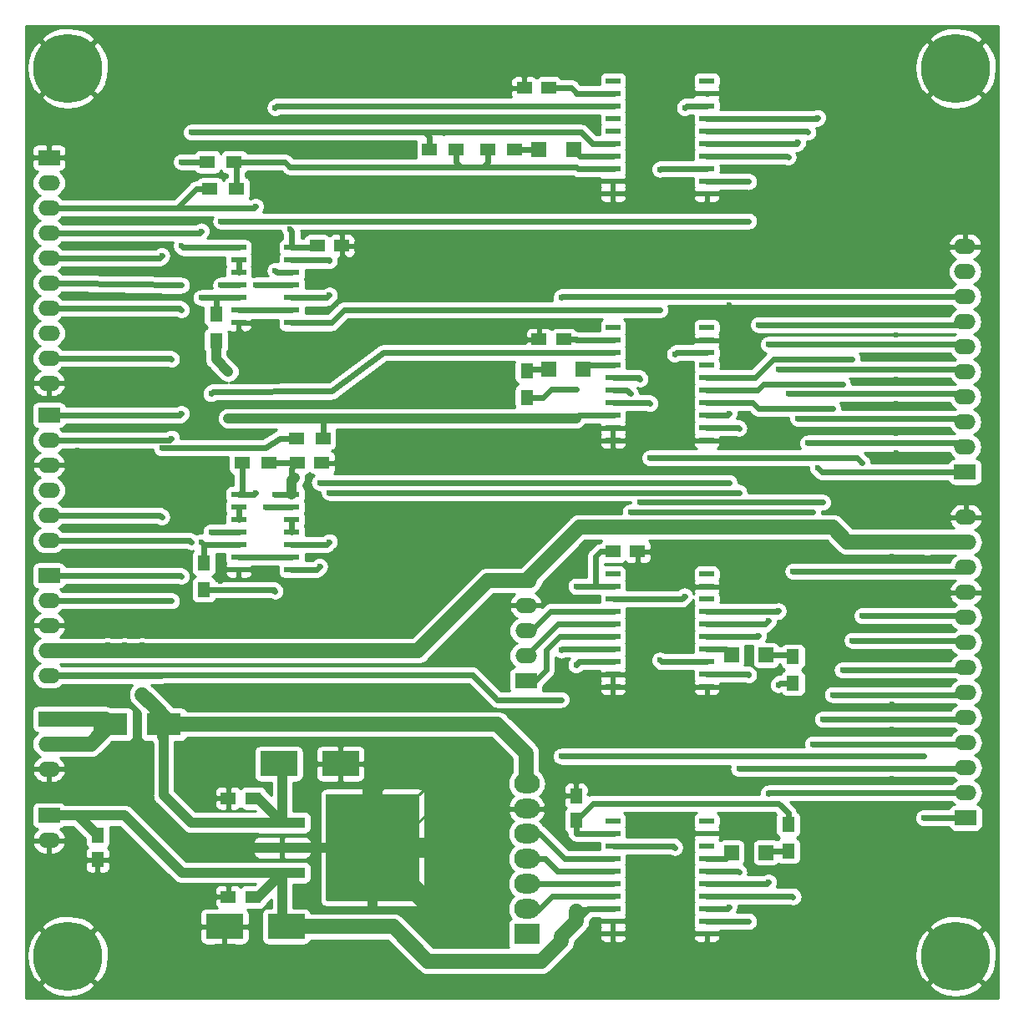
<source format=gbr>
%TF.GenerationSoftware,KiCad,Pcbnew,(5.1.5)-3*%
%TF.CreationDate,2020-09-06T12:14:08+02:00*%
%TF.ProjectId,Alexandrie,416c6578-616e-4647-9269-652e6b696361,rev?*%
%TF.SameCoordinates,Original*%
%TF.FileFunction,Copper,L1,Top*%
%TF.FilePolarity,Positive*%
%FSLAX46Y46*%
G04 Gerber Fmt 4.6, Leading zero omitted, Abs format (unit mm)*
G04 Created by KiCad (PCBNEW (5.1.5)-3) date 2020-09-06 12:14:08*
%MOMM*%
%LPD*%
G04 APERTURE LIST*
%ADD10C,7.000000*%
%ADD11C,0.600000*%
%ADD12R,1.500000X1.250000*%
%ADD13R,1.250000X1.500000*%
%ADD14R,3.750000X2.500000*%
%ADD15R,1.498600X1.498600*%
%ADD16R,3.500000X2.300000*%
%ADD17O,2.197100X1.524000*%
%ADD18R,2.197100X1.524000*%
%ADD19R,1.500000X1.300000*%
%ADD20R,1.300000X1.500000*%
%ADD21R,1.500000X0.600000*%
%ADD22R,4.600000X1.100000*%
%ADD23R,9.400000X10.800000*%
%ADD24R,4.550000X5.250000*%
%ADD25R,2.600000X2.000000*%
%ADD26O,2.600000X2.000000*%
%ADD27C,1.500000*%
%ADD28C,0.600000*%
%ADD29C,1.000000*%
%ADD30C,0.250000*%
%ADD31C,2.000000*%
%ADD32C,0.254000*%
G04 APERTURE END LIST*
D10*
X184000000Y-48000000D03*
D11*
X90000000Y-134000000D03*
X90000000Y-133000000D03*
X90000000Y-132000000D03*
X90000000Y-131000000D03*
X90000000Y-130000000D03*
X90000000Y-129000000D03*
X90000000Y-128000000D03*
X90000000Y-127000000D03*
X90000000Y-126000000D03*
X90000000Y-125000000D03*
X90000000Y-124000000D03*
X90000000Y-123000000D03*
X90000000Y-122000000D03*
X90000000Y-121000000D03*
X90000000Y-120000000D03*
X90000000Y-119000000D03*
X90000000Y-118000000D03*
X90000000Y-117000000D03*
X90000000Y-116000000D03*
X90000000Y-115000000D03*
X90000000Y-114000000D03*
X90000000Y-113000000D03*
X90000000Y-112000000D03*
X90000000Y-111000000D03*
X90000000Y-110000000D03*
X90000000Y-109000000D03*
X90000000Y-108000000D03*
X90000000Y-107000000D03*
X90000000Y-106000000D03*
X90000000Y-105000000D03*
X90000000Y-104000000D03*
X90000000Y-103000000D03*
X90000000Y-102000000D03*
X90000000Y-101000000D03*
X90000000Y-100000000D03*
X90000000Y-99000000D03*
X90000000Y-98000000D03*
X90000000Y-97000000D03*
X90000000Y-96000000D03*
X90000000Y-95000000D03*
X90000000Y-94000000D03*
X90000000Y-93000000D03*
X90000000Y-92000000D03*
X90000000Y-91000000D03*
X90000000Y-90000000D03*
X90000000Y-89000000D03*
X90000000Y-88000000D03*
X90000000Y-87000000D03*
X90000000Y-86000000D03*
X90000000Y-85000000D03*
X90000000Y-84000000D03*
X90000000Y-83000000D03*
X90000000Y-82000000D03*
X90000000Y-81000000D03*
X90000000Y-80000000D03*
X90000000Y-79000000D03*
X90000000Y-78000000D03*
X90000000Y-77000000D03*
X90000000Y-76000000D03*
X90000000Y-75000000D03*
X90000000Y-74000000D03*
X90000000Y-73000000D03*
X90000000Y-72000000D03*
X90000000Y-71000000D03*
X90000000Y-70000000D03*
X90000000Y-69000000D03*
X90000000Y-68000000D03*
X90000000Y-67000000D03*
X90000000Y-66000000D03*
X90000000Y-65000000D03*
X90000000Y-64000000D03*
X90000000Y-63000000D03*
X90000000Y-62000000D03*
X90000000Y-61000000D03*
X90000000Y-60000000D03*
X90000000Y-59000000D03*
X90000000Y-58000000D03*
X90000000Y-57000000D03*
X90000000Y-56000000D03*
X90000000Y-55000000D03*
X90000000Y-54000000D03*
X90000000Y-53000000D03*
X90000000Y-52000000D03*
X179000000Y-142000000D03*
X178000000Y-142000000D03*
X177000000Y-142000000D03*
X176000000Y-142000000D03*
X175000000Y-142000000D03*
X174000000Y-142000000D03*
X173000000Y-142000000D03*
X172000000Y-142000000D03*
X171000000Y-142000000D03*
X170000000Y-142000000D03*
X169000000Y-142000000D03*
X168000000Y-142000000D03*
X167000000Y-142000000D03*
X166000000Y-142000000D03*
X165000000Y-142000000D03*
X164000000Y-142000000D03*
X163000000Y-142000000D03*
X162000000Y-142000000D03*
X161000000Y-142000000D03*
X160000000Y-142000000D03*
X159000000Y-142000000D03*
X158000000Y-142000000D03*
X157000000Y-142000000D03*
X156000000Y-142000000D03*
X155000000Y-142000000D03*
X154000000Y-142000000D03*
X153000000Y-142000000D03*
X152000000Y-142000000D03*
X151000000Y-142000000D03*
X150000000Y-142000000D03*
X149000000Y-142000000D03*
X148000000Y-142000000D03*
X147000000Y-142000000D03*
X146000000Y-142000000D03*
X145000000Y-142000000D03*
X144000000Y-142000000D03*
X143000000Y-142000000D03*
X142000000Y-142000000D03*
X141000000Y-142000000D03*
X140000000Y-142000000D03*
X139000000Y-142000000D03*
X138000000Y-142000000D03*
X137000000Y-142000000D03*
X136000000Y-142000000D03*
X135000000Y-142000000D03*
X134000000Y-142000000D03*
X133000000Y-142000000D03*
X132000000Y-142000000D03*
X131000000Y-142000000D03*
X130000000Y-142000000D03*
X129000000Y-142000000D03*
X128000000Y-142000000D03*
X127000000Y-142000000D03*
X126000000Y-142000000D03*
X125000000Y-142000000D03*
X124000000Y-142000000D03*
X123000000Y-142000000D03*
X122000000Y-142000000D03*
X121000000Y-142000000D03*
X120000000Y-142000000D03*
X119000000Y-142000000D03*
X118000000Y-142000000D03*
X117000000Y-142000000D03*
X116000000Y-142000000D03*
X115000000Y-142000000D03*
X114000000Y-142000000D03*
X113000000Y-142000000D03*
X112000000Y-142000000D03*
X111000000Y-142000000D03*
X110000000Y-142000000D03*
X109000000Y-142000000D03*
X108000000Y-142000000D03*
X107000000Y-142000000D03*
X106000000Y-142000000D03*
X105000000Y-142000000D03*
X104000000Y-142000000D03*
X103000000Y-142000000D03*
X102000000Y-142000000D03*
X101000000Y-142000000D03*
X100000000Y-142000000D03*
X99000000Y-142000000D03*
X98000000Y-142000000D03*
X187000000Y-134000000D03*
X187000000Y-133000000D03*
X187000000Y-132000000D03*
X187000000Y-131000000D03*
X187000000Y-130000000D03*
X187000000Y-129000000D03*
X187000000Y-128000000D03*
X187000000Y-127000000D03*
X187000000Y-126000000D03*
X188000000Y-125000000D03*
X187000000Y-125000000D03*
X188000000Y-124000000D03*
X187000000Y-124000000D03*
X188000000Y-123000000D03*
X187000000Y-123000000D03*
X188000000Y-122000000D03*
X187000000Y-122000000D03*
X188000000Y-121000000D03*
X187000000Y-121000000D03*
X188000000Y-120000000D03*
X187000000Y-120000000D03*
X188000000Y-119000000D03*
X187000000Y-119000000D03*
X188000000Y-118000000D03*
X187000000Y-118000000D03*
X188000000Y-117000000D03*
X187000000Y-117000000D03*
X188000000Y-116000000D03*
X187000000Y-116000000D03*
X188000000Y-115000000D03*
X187000000Y-115000000D03*
X188000000Y-114000000D03*
X187000000Y-114000000D03*
X188000000Y-113000000D03*
X187000000Y-113000000D03*
X188000000Y-112000000D03*
X187000000Y-112000000D03*
X188000000Y-111000000D03*
X187000000Y-111000000D03*
X188000000Y-110000000D03*
X187000000Y-110000000D03*
X188000000Y-109000000D03*
X187000000Y-109000000D03*
X188000000Y-108000000D03*
X187000000Y-108000000D03*
X188000000Y-107000000D03*
X187000000Y-107000000D03*
X188000000Y-106000000D03*
X187000000Y-106000000D03*
X188000000Y-105000000D03*
X187000000Y-105000000D03*
X188000000Y-104000000D03*
X187000000Y-104000000D03*
X188000000Y-103000000D03*
X187000000Y-103000000D03*
X188000000Y-102000000D03*
X187000000Y-102000000D03*
X188000000Y-101000000D03*
X187000000Y-101000000D03*
X188000000Y-100000000D03*
X187000000Y-100000000D03*
X188000000Y-99000000D03*
X187000000Y-99000000D03*
X188000000Y-98000000D03*
X187000000Y-98000000D03*
X188000000Y-97000000D03*
X187000000Y-97000000D03*
X188000000Y-96000000D03*
X187000000Y-96000000D03*
X188000000Y-95000000D03*
X187000000Y-95000000D03*
X188000000Y-94000000D03*
X187000000Y-94000000D03*
X188000000Y-93000000D03*
X187000000Y-93000000D03*
X188000000Y-92000000D03*
X187000000Y-92000000D03*
X188000000Y-91000000D03*
X187000000Y-91000000D03*
X188000000Y-90000000D03*
X187000000Y-90000000D03*
X188000000Y-89000000D03*
X187000000Y-89000000D03*
X188000000Y-88000000D03*
X187000000Y-88000000D03*
X188000000Y-87000000D03*
X187000000Y-87000000D03*
X188000000Y-86000000D03*
X187000000Y-86000000D03*
X188000000Y-85000000D03*
X187000000Y-85000000D03*
X188000000Y-84000000D03*
X187000000Y-84000000D03*
X188000000Y-83000000D03*
X187000000Y-83000000D03*
X188000000Y-82000000D03*
X187000000Y-82000000D03*
X188000000Y-81000000D03*
X187000000Y-81000000D03*
X188000000Y-80000000D03*
X187000000Y-80000000D03*
X188000000Y-79000000D03*
X187000000Y-79000000D03*
X188000000Y-78000000D03*
X187000000Y-78000000D03*
X188000000Y-77000000D03*
X187000000Y-77000000D03*
X188000000Y-76000000D03*
X187000000Y-76000000D03*
X188000000Y-75000000D03*
X187000000Y-75000000D03*
X188000000Y-74000000D03*
X187000000Y-74000000D03*
X188000000Y-73000000D03*
X187000000Y-73000000D03*
X188000000Y-72000000D03*
X187000000Y-72000000D03*
X188000000Y-71000000D03*
X187000000Y-71000000D03*
X188000000Y-70000000D03*
X187000000Y-70000000D03*
X188000000Y-69000000D03*
X187000000Y-69000000D03*
X188000000Y-68000000D03*
X187000000Y-68000000D03*
X188000000Y-67000000D03*
X187000000Y-67000000D03*
X188000000Y-66000000D03*
X187000000Y-66000000D03*
X188000000Y-65000000D03*
X187000000Y-65000000D03*
X187000000Y-64000000D03*
X187000000Y-63000000D03*
X187000000Y-62000000D03*
X187000000Y-61000000D03*
X187000000Y-60000000D03*
X187000000Y-59000000D03*
X187000000Y-58000000D03*
X187000000Y-57000000D03*
X187000000Y-56000000D03*
X187000000Y-55000000D03*
X187000000Y-54000000D03*
X187000000Y-53000000D03*
X180000000Y-44000000D03*
X179000000Y-44000000D03*
X178000000Y-44000000D03*
X177000000Y-44000000D03*
X176000000Y-44000000D03*
X175000000Y-44000000D03*
X174000000Y-44000000D03*
X173000000Y-44000000D03*
X172000000Y-44000000D03*
X171000000Y-44000000D03*
X170000000Y-44000000D03*
X169000000Y-44000000D03*
X168000000Y-44000000D03*
X167000000Y-44000000D03*
X166000000Y-44000000D03*
X165000000Y-44000000D03*
X164000000Y-44000000D03*
X163000000Y-44000000D03*
X162000000Y-44000000D03*
X161000000Y-44000000D03*
X160000000Y-44000000D03*
X159000000Y-44000000D03*
X158000000Y-44000000D03*
X157000000Y-44000000D03*
X156000000Y-44000000D03*
X155000000Y-44000000D03*
X154000000Y-44000000D03*
X153000000Y-44000000D03*
X152000000Y-44000000D03*
X151000000Y-44000000D03*
X150000000Y-44000000D03*
X149000000Y-44000000D03*
X148000000Y-44000000D03*
X147000000Y-44000000D03*
X146000000Y-44000000D03*
X145000000Y-44000000D03*
X144000000Y-44000000D03*
X143000000Y-44000000D03*
X142000000Y-44000000D03*
X141000000Y-44000000D03*
X140000000Y-44000000D03*
X139000000Y-44000000D03*
X138000000Y-44000000D03*
X137000000Y-44000000D03*
X136000000Y-44000000D03*
X135000000Y-44000000D03*
X134000000Y-44000000D03*
X133000000Y-44000000D03*
X132000000Y-44000000D03*
X131000000Y-44000000D03*
X130000000Y-44000000D03*
X129000000Y-44000000D03*
X128000000Y-44000000D03*
X127000000Y-44000000D03*
X126000000Y-44000000D03*
X125000000Y-44000000D03*
X124000000Y-44000000D03*
X123000000Y-44000000D03*
X122000000Y-44000000D03*
X121000000Y-44000000D03*
X120000000Y-44000000D03*
X119000000Y-44000000D03*
X118000000Y-44000000D03*
X117000000Y-44000000D03*
X116000000Y-44000000D03*
X115000000Y-44000000D03*
X114000000Y-44000000D03*
X113000000Y-44000000D03*
X112000000Y-44000000D03*
X111000000Y-44000000D03*
X110000000Y-44000000D03*
X109000000Y-44000000D03*
X108000000Y-44000000D03*
X107000000Y-44000000D03*
X106000000Y-44000000D03*
X105000000Y-44000000D03*
X104000000Y-44000000D03*
X103000000Y-44000000D03*
X102000000Y-44000000D03*
X101000000Y-44000000D03*
X100000000Y-44000000D03*
D12*
X119250000Y-66000000D03*
X121750000Y-66000000D03*
X117250000Y-88000000D03*
X119750000Y-88000000D03*
X142750000Y-50000000D03*
X140250000Y-50000000D03*
X144250000Y-75500000D03*
X141750000Y-75500000D03*
X149250000Y-97000000D03*
X151750000Y-97000000D03*
D13*
X145500000Y-124250000D03*
X145500000Y-121750000D03*
D12*
X110250000Y-122000000D03*
X112750000Y-122000000D03*
D14*
X121625000Y-118500000D03*
X115375000Y-118500000D03*
D12*
X110250000Y-132000000D03*
X112750000Y-132000000D03*
D14*
X109875000Y-135000000D03*
X116125000Y-135000000D03*
D13*
X97000000Y-128250000D03*
X97000000Y-125750000D03*
D15*
X146247520Y-78500000D03*
X142752480Y-78500000D03*
X145247520Y-56250000D03*
X141752480Y-56250000D03*
X161252480Y-107500000D03*
X164747520Y-107500000D03*
X161252480Y-127500000D03*
X164747520Y-127500000D03*
D16*
X103700000Y-114500000D03*
X98300000Y-114500000D03*
D17*
X92076200Y-77390000D03*
X92076200Y-74850000D03*
X92076200Y-72310000D03*
X92076200Y-67230000D03*
X92076200Y-64690000D03*
X92076200Y-62150000D03*
X92076200Y-79930000D03*
X92076200Y-69770000D03*
D18*
X92076200Y-57070000D03*
D17*
X92076200Y-59610000D03*
X92076200Y-104500000D03*
X92076200Y-109580000D03*
X92076200Y-107040000D03*
D18*
X92076200Y-99420000D03*
D17*
X92076200Y-101960000D03*
X92076200Y-90770000D03*
X92076200Y-88230000D03*
X92076200Y-95850000D03*
X92076200Y-93310000D03*
D18*
X92076200Y-83150000D03*
D17*
X92076200Y-85690000D03*
D18*
X92076200Y-123730000D03*
D17*
X92076200Y-126270000D03*
X184923800Y-68610000D03*
X184923800Y-71150000D03*
X184923800Y-73690000D03*
X184923800Y-78770000D03*
X184923800Y-81310000D03*
X184923800Y-83850000D03*
X184923800Y-66070000D03*
X184923800Y-76230000D03*
D18*
X184923800Y-88930000D03*
D17*
X184923800Y-86390000D03*
X92076200Y-119040000D03*
D18*
X92076200Y-113960000D03*
D17*
X92076200Y-116500000D03*
D19*
X111100000Y-60250000D03*
X108400000Y-60250000D03*
X119850000Y-85500000D03*
X117150000Y-85500000D03*
X108150000Y-57500000D03*
X110850000Y-57500000D03*
D20*
X109000000Y-75600000D03*
X109000000Y-72900000D03*
D19*
X111650000Y-88000000D03*
X114350000Y-88000000D03*
D20*
X107750000Y-100850000D03*
X107750000Y-98150000D03*
D19*
X133350000Y-56250000D03*
X130650000Y-56250000D03*
D20*
X140500000Y-81350000D03*
X140500000Y-78650000D03*
D19*
X136550000Y-56250000D03*
X139250000Y-56250000D03*
D20*
X167500000Y-110350000D03*
X167500000Y-107650000D03*
X167000000Y-124650000D03*
X167000000Y-127350000D03*
D10*
X94000000Y-138000000D03*
X94000000Y-48000000D03*
X184000000Y-138000000D03*
D21*
X111300000Y-66190000D03*
X111300000Y-67460000D03*
X111300000Y-68730000D03*
X111300000Y-70000000D03*
X111300000Y-71270000D03*
X111300000Y-72540000D03*
X111300000Y-73810000D03*
X116700000Y-73810000D03*
X116700000Y-72540000D03*
X116700000Y-71270000D03*
X116700000Y-70000000D03*
X116700000Y-68730000D03*
X116700000Y-67460000D03*
X116700000Y-66190000D03*
X111300000Y-91190000D03*
X111300000Y-92460000D03*
X111300000Y-93730000D03*
X111300000Y-95000000D03*
X111300000Y-96270000D03*
X111300000Y-97540000D03*
X111300000Y-98810000D03*
X116700000Y-98810000D03*
X116700000Y-97540000D03*
X116700000Y-96270000D03*
X116700000Y-95000000D03*
X116700000Y-93730000D03*
X116700000Y-92460000D03*
X116700000Y-91190000D03*
D22*
X115725000Y-124460000D03*
X115725000Y-127000000D03*
X115725000Y-129540000D03*
D23*
X124875000Y-127000000D03*
D24*
X127300000Y-129775000D03*
X122450000Y-124225000D03*
X127300000Y-124225000D03*
X122450000Y-129775000D03*
D17*
X140423800Y-105000000D03*
X140423800Y-99920000D03*
X140423800Y-102460000D03*
D18*
X140423800Y-110080000D03*
D17*
X140423800Y-107540000D03*
X185000000Y-96050000D03*
X185000000Y-98590000D03*
X185000000Y-101130000D03*
X185000000Y-103670000D03*
X185000000Y-106210000D03*
X185000000Y-108750000D03*
X185000000Y-113830000D03*
X185000000Y-116370000D03*
X185000000Y-118910000D03*
X185000000Y-93510000D03*
X185000000Y-111290000D03*
D18*
X185000000Y-123990000D03*
D17*
X185000000Y-121450000D03*
D21*
X149250000Y-55635000D03*
X149250000Y-54365000D03*
X149250000Y-53095000D03*
X149250000Y-51825000D03*
X149250000Y-50555000D03*
X149250000Y-49285000D03*
X149250000Y-56905000D03*
X149250000Y-58175000D03*
X149250000Y-59445000D03*
X149250000Y-60715000D03*
X158750000Y-60715000D03*
X158750000Y-59445000D03*
X158750000Y-58175000D03*
X158750000Y-56905000D03*
X158750000Y-55635000D03*
X158750000Y-54365000D03*
X158750000Y-53095000D03*
X158750000Y-51825000D03*
X158750000Y-50555000D03*
X158750000Y-49285000D03*
X149250000Y-80635000D03*
X149250000Y-79365000D03*
X149250000Y-78095000D03*
X149250000Y-76825000D03*
X149250000Y-75555000D03*
X149250000Y-74285000D03*
X149250000Y-81905000D03*
X149250000Y-83175000D03*
X149250000Y-84445000D03*
X149250000Y-85715000D03*
X158750000Y-85715000D03*
X158750000Y-84445000D03*
X158750000Y-83175000D03*
X158750000Y-81905000D03*
X158750000Y-80635000D03*
X158750000Y-79365000D03*
X158750000Y-78095000D03*
X158750000Y-76825000D03*
X158750000Y-75555000D03*
X158750000Y-74285000D03*
X149250000Y-105635000D03*
X149250000Y-104365000D03*
X149250000Y-103095000D03*
X149250000Y-101825000D03*
X149250000Y-100555000D03*
X149250000Y-99285000D03*
X149250000Y-106905000D03*
X149250000Y-108175000D03*
X149250000Y-109445000D03*
X149250000Y-110715000D03*
X158750000Y-110715000D03*
X158750000Y-109445000D03*
X158750000Y-108175000D03*
X158750000Y-106905000D03*
X158750000Y-105635000D03*
X158750000Y-104365000D03*
X158750000Y-103095000D03*
X158750000Y-101825000D03*
X158750000Y-100555000D03*
X158750000Y-99285000D03*
X149250000Y-130635000D03*
X149250000Y-129365000D03*
X149250000Y-128095000D03*
X149250000Y-126825000D03*
X149250000Y-125555000D03*
X149250000Y-124285000D03*
X149250000Y-131905000D03*
X149250000Y-133175000D03*
X149250000Y-134445000D03*
X149250000Y-135715000D03*
X158750000Y-135715000D03*
X158750000Y-134445000D03*
X158750000Y-133175000D03*
X158750000Y-131905000D03*
X158750000Y-130635000D03*
X158750000Y-129365000D03*
X158750000Y-128095000D03*
X158750000Y-126825000D03*
X158750000Y-125555000D03*
X158750000Y-124285000D03*
D11*
X99000000Y-44000000D03*
D25*
X140500000Y-135750000D03*
D26*
X140500000Y-133210000D03*
X140500000Y-130670000D03*
X140500000Y-128130000D03*
X140500000Y-125590000D03*
X140500000Y-123050000D03*
X140500000Y-120510000D03*
D11*
X116500000Y-64300010D03*
X144000000Y-136000000D03*
X115000000Y-101000000D03*
X115000000Y-91250000D03*
X110250000Y-78750000D03*
X110250000Y-83500000D03*
X145000000Y-135000000D03*
X145500000Y-100500000D03*
X166000000Y-122500000D03*
X166000000Y-110500000D03*
X145500000Y-80500000D03*
X117000000Y-83500000D03*
X117000000Y-89500000D03*
X145500000Y-83500000D03*
X116500000Y-58000000D03*
X145500000Y-58000000D03*
X145500000Y-108500000D03*
X145500000Y-133500000D03*
X145500000Y-125500000D03*
X145500000Y-50500000D03*
X145500000Y-75500000D03*
X109500000Y-100000000D03*
X109500000Y-98000000D03*
X109500000Y-99000000D03*
X127500000Y-96500000D03*
X112000000Y-79000000D03*
X112000000Y-78000000D03*
X112000000Y-77000000D03*
X112000000Y-76000000D03*
X112000000Y-75000000D03*
X113000000Y-99000000D03*
X170000000Y-51000000D03*
X169000000Y-51000000D03*
X168000000Y-51000000D03*
X167000000Y-51000000D03*
X166000000Y-51000000D03*
X165000000Y-51000000D03*
X164000000Y-51000000D03*
X163000000Y-51000000D03*
X162000000Y-51000000D03*
X161000000Y-51000000D03*
X160000000Y-98000000D03*
X159000000Y-98000000D03*
X158000000Y-98000000D03*
X158000000Y-97000000D03*
X159000000Y-97000000D03*
X160000000Y-97000000D03*
X160000000Y-96000000D03*
X159000000Y-96000000D03*
X158000000Y-96000000D03*
X157000000Y-137000000D03*
X157000000Y-136000000D03*
X157000000Y-135000000D03*
X157000000Y-134000000D03*
X157000000Y-133000000D03*
X157000000Y-132000000D03*
X157000000Y-131000000D03*
X157000000Y-130000000D03*
X157000000Y-129000000D03*
X157000000Y-128000000D03*
X157000000Y-127000000D03*
X157000000Y-124000000D03*
X157000000Y-125000000D03*
X157000000Y-126000000D03*
X161000000Y-72000000D03*
X161000000Y-73000000D03*
X161000000Y-74000000D03*
X161000000Y-75000000D03*
X161000000Y-78000000D03*
X161000000Y-77000000D03*
X161000000Y-76000000D03*
X143000000Y-68000000D03*
X142000000Y-68000000D03*
X141000000Y-68000000D03*
X140000000Y-68000000D03*
X139000000Y-68000000D03*
X138000000Y-68000000D03*
X137000000Y-68000000D03*
X136000000Y-68000000D03*
X135000000Y-68000000D03*
X134000000Y-68000000D03*
X133000000Y-68000000D03*
X132000000Y-68000000D03*
X131000000Y-68000000D03*
X130000000Y-68000000D03*
X129000000Y-68000000D03*
X128000000Y-68000000D03*
X127000000Y-68000000D03*
X126000000Y-68000000D03*
X125000000Y-68000000D03*
X124000000Y-68000000D03*
X123000000Y-68000000D03*
X115000000Y-79000000D03*
X116000000Y-79000000D03*
X117000000Y-79000000D03*
X118000000Y-79000000D03*
X119000000Y-79000000D03*
X120000000Y-79000000D03*
X121000000Y-78000000D03*
X122000000Y-77000000D03*
X123000000Y-76000000D03*
X124000000Y-75000000D03*
X125000000Y-75000000D03*
X126000000Y-75000000D03*
X127000000Y-75000000D03*
X128000000Y-75000000D03*
X129000000Y-75000000D03*
X130000000Y-75000000D03*
X131000000Y-75000000D03*
X132000000Y-75000000D03*
X133000000Y-75000000D03*
X134000000Y-75000000D03*
X135000000Y-75000000D03*
X136000000Y-75000000D03*
X137000000Y-75000000D03*
X138000000Y-75000000D03*
X139000000Y-75000000D03*
X122000000Y-86000000D03*
X123000000Y-86000000D03*
X124000000Y-86000000D03*
X125000000Y-86000000D03*
X126000000Y-86000000D03*
X127000000Y-86000000D03*
X128000000Y-86000000D03*
X129000000Y-86000000D03*
X130000000Y-86000000D03*
X131000000Y-86000000D03*
X132000000Y-86000000D03*
X133000000Y-86000000D03*
X134000000Y-86000000D03*
X135000000Y-86000000D03*
X136000000Y-86000000D03*
X137000000Y-86000000D03*
X138000000Y-86000000D03*
X139000000Y-86000000D03*
X140000000Y-86000000D03*
X141000000Y-86000000D03*
X142000000Y-86000000D03*
X143000000Y-86000000D03*
X143000000Y-93000000D03*
X142000000Y-93000000D03*
X141000000Y-93000000D03*
X140000000Y-93000000D03*
X139000000Y-93000000D03*
X138000000Y-93000000D03*
X137000000Y-93000000D03*
X136000000Y-93000000D03*
X135000000Y-93000000D03*
X134000000Y-93000000D03*
X133000000Y-93000000D03*
X132000000Y-93000000D03*
X131000000Y-93000000D03*
X130000000Y-94000000D03*
X129000000Y-95000000D03*
X128000000Y-96000000D03*
X127000000Y-97000000D03*
X126000000Y-98000000D03*
X125000000Y-99000000D03*
X124000000Y-100000000D03*
X123000000Y-101000000D03*
X122000000Y-102000000D03*
X121000000Y-103000000D03*
X120000000Y-103000000D03*
X119000000Y-103000000D03*
X118000000Y-103000000D03*
X117000000Y-103000000D03*
X116000000Y-103000000D03*
X115000000Y-103000000D03*
X114000000Y-103000000D03*
X113000000Y-103000000D03*
X112000000Y-103000000D03*
X111000000Y-103000000D03*
X110000000Y-103000000D03*
X109000000Y-103000000D03*
X108000000Y-103000000D03*
X107000000Y-103000000D03*
X106000000Y-103000000D03*
X133000000Y-121000000D03*
X133000000Y-125000000D03*
X133000000Y-124000000D03*
X133000000Y-123000000D03*
X133000000Y-129000000D03*
X133000000Y-130000000D03*
X133000000Y-131000000D03*
X131000000Y-134000000D03*
X178000000Y-87000000D03*
X178000000Y-82000000D03*
X178000000Y-77500000D03*
X178000000Y-72500000D03*
X178000000Y-69000000D03*
X178000000Y-66500000D03*
X178000000Y-75000000D03*
X178000000Y-79500000D03*
X178000000Y-85000000D03*
X178000000Y-90000000D03*
X177500000Y-120000000D03*
X177500000Y-112500000D03*
X177500000Y-107500000D03*
X177500000Y-93500000D03*
X177500000Y-97500000D03*
X177500000Y-105000000D03*
X177500000Y-102000000D03*
X177500000Y-100500000D03*
X177500000Y-110500000D03*
X177500000Y-115000000D03*
X177500000Y-123000000D03*
X124750000Y-133250000D03*
X127340000Y-118505000D03*
X111250000Y-127000000D03*
X95000000Y-100750000D03*
X95000000Y-92250000D03*
X95000000Y-94500000D03*
X95000000Y-73750000D03*
X95000000Y-76000000D03*
X95000000Y-78750000D03*
X95000000Y-81000000D03*
X95000000Y-84500000D03*
X95000000Y-68500000D03*
X95000000Y-63500000D03*
X95000000Y-59500000D03*
X95000000Y-57000000D03*
X95000000Y-66000000D03*
X95000000Y-71000000D03*
X95000000Y-89000000D03*
X95000000Y-86750000D03*
X95000000Y-97500000D03*
X95000000Y-103250000D03*
X124000000Y-61000000D03*
X129000000Y-61000000D03*
X134000000Y-61000000D03*
X139000000Y-61000000D03*
X133000000Y-122000000D03*
X133000000Y-133000000D03*
X133000000Y-127000000D03*
X133000000Y-132000000D03*
X104500000Y-102000000D03*
X104500000Y-85500000D03*
X104500000Y-77500000D03*
X105500000Y-99500000D03*
X105500000Y-83000000D03*
X105500000Y-72500000D03*
X114000000Y-92500000D03*
X114000000Y-86500000D03*
X103500000Y-86500000D03*
X103500000Y-67000000D03*
X107500000Y-64500000D03*
X107500000Y-71270000D03*
X107500000Y-96000000D03*
X113000000Y-91000000D03*
X113000000Y-70000000D03*
X113000000Y-62000000D03*
X105500000Y-57500000D03*
X105500000Y-70000000D03*
X105500000Y-66000000D03*
X144000000Y-71250004D03*
X144000000Y-117750000D03*
X180750000Y-117750000D03*
X180750000Y-124000000D03*
X144000000Y-112000000D03*
X144000000Y-107000000D03*
X103500000Y-109500000D03*
X103500000Y-93500000D03*
X181000000Y-96000000D03*
X101500000Y-107000000D03*
X99750000Y-107000000D03*
X99750000Y-107040000D03*
X102500000Y-112500000D03*
X103500000Y-113500000D03*
X103500000Y-115750000D03*
X101500000Y-111500000D03*
X98000000Y-107000000D03*
X106500000Y-54500000D03*
X106500000Y-96000000D03*
X166000000Y-78500000D03*
X166000000Y-103000000D03*
X167000000Y-57000000D03*
X167000000Y-81000000D03*
X168000000Y-83500000D03*
X168000000Y-55500000D03*
X165000000Y-76000000D03*
X165000000Y-104000000D03*
X170000000Y-88500000D03*
X170000000Y-53000000D03*
X169000000Y-86000000D03*
X169000000Y-54500000D03*
X167500000Y-99000000D03*
X167500000Y-132000000D03*
X173500000Y-106000000D03*
X173500000Y-77500000D03*
X172500000Y-109000000D03*
X172500000Y-80000000D03*
X171500000Y-82500000D03*
X171500000Y-111500000D03*
X174500000Y-103500000D03*
X174500000Y-88000000D03*
X153000000Y-87500000D03*
X153000000Y-82000000D03*
X169500000Y-116500000D03*
X169500000Y-93000000D03*
X151000000Y-93000000D03*
X151000000Y-81000000D03*
X170500000Y-114000000D03*
X170500000Y-92000000D03*
X152000000Y-92000000D03*
X152000000Y-79500000D03*
X109500000Y-63500000D03*
X163000000Y-109500000D03*
X163000000Y-59500000D03*
X163000000Y-63500000D03*
X109500000Y-70000000D03*
X154000000Y-58250000D03*
X154000000Y-72500000D03*
X154000000Y-108000000D03*
X120500000Y-71000000D03*
X120500000Y-67500000D03*
X115000000Y-68500000D03*
X115000000Y-52000000D03*
X108500000Y-81000000D03*
X108500000Y-95000000D03*
X161000000Y-133000000D03*
X119500000Y-98500000D03*
X119500000Y-90000000D03*
X161000000Y-90000000D03*
X161000000Y-83000000D03*
X163000000Y-134500000D03*
X120500000Y-96000000D03*
X120500000Y-91000000D03*
X162000000Y-91000000D03*
X162000000Y-84500000D03*
X156500000Y-101500000D03*
X156500000Y-52000000D03*
X155500000Y-127000000D03*
X155500000Y-77000000D03*
X162000000Y-129500000D03*
X162000000Y-119000000D03*
X165000000Y-130500000D03*
X165000000Y-121500000D03*
X164000000Y-74000000D03*
X164000000Y-105500000D03*
D27*
X144000000Y-136000000D02*
X144000000Y-136500000D01*
X144000000Y-136500000D02*
X142000000Y-138500000D01*
X142000000Y-138500000D02*
X130500000Y-138500000D01*
X130500000Y-138500000D02*
X127000000Y-135000000D01*
X127000000Y-135000000D02*
X116125000Y-135000000D01*
D28*
X116700000Y-64500010D02*
X116500000Y-64300010D01*
X116700000Y-66190000D02*
X116700000Y-64500010D01*
X116500000Y-58000000D02*
X134250000Y-58000000D01*
X134250000Y-58000000D02*
X135000000Y-58000000D01*
X133350000Y-56250000D02*
X133350000Y-57500000D01*
X133350000Y-57500000D02*
X133850000Y-58000000D01*
X133850000Y-58000000D02*
X134250000Y-58000000D01*
X135000000Y-58000000D02*
X135750000Y-58000000D01*
X135750000Y-58000000D02*
X145500000Y-58000000D01*
X136550000Y-56250000D02*
X136550000Y-57500000D01*
X136550000Y-57500000D02*
X136050000Y-58000000D01*
X136050000Y-58000000D02*
X135750000Y-58000000D01*
D27*
X145500000Y-133500000D02*
X145500000Y-134500000D01*
X145500000Y-134500000D02*
X145000000Y-135000000D01*
X145000000Y-135000000D02*
X144000000Y-136000000D01*
D28*
X116700000Y-91190000D02*
X115060000Y-91190000D01*
X114850000Y-100850000D02*
X107750000Y-100850000D01*
X115000000Y-101000000D02*
X114850000Y-100850000D01*
X115060000Y-91190000D02*
X115000000Y-91250000D01*
D29*
X109000000Y-75600000D02*
X109000000Y-77500000D01*
X109000000Y-77500000D02*
X110250000Y-78750000D01*
X110250000Y-83500000D02*
X117000000Y-83500000D01*
D28*
X111100000Y-60250000D02*
X111100000Y-57750000D01*
X111100000Y-57750000D02*
X110850000Y-57500000D01*
X110850000Y-57500000D02*
X116000000Y-57500000D01*
X116000000Y-57500000D02*
X116500000Y-58000000D01*
X142750000Y-50000000D02*
X145000000Y-50000000D01*
X145000000Y-50000000D02*
X145500000Y-50500000D01*
X149300000Y-133175000D02*
X146825000Y-133175000D01*
X146825000Y-133175000D02*
X145000000Y-135000000D01*
D29*
X115725000Y-129540000D02*
X115725000Y-134600000D01*
X115725000Y-134600000D02*
X116125000Y-135000000D01*
D28*
X149300000Y-100555000D02*
X145555000Y-100555000D01*
X145555000Y-100555000D02*
X145500000Y-100500000D01*
X149250000Y-97000000D02*
X148000000Y-97000000D01*
X147500000Y-97500000D02*
X147500000Y-100555000D01*
X148000000Y-97000000D02*
X147500000Y-97500000D01*
X149300000Y-100555000D02*
X147500000Y-100555000D01*
X167500000Y-110350000D02*
X166150000Y-110350000D01*
X166150000Y-110350000D02*
X166000000Y-110500000D01*
X140500000Y-81350000D02*
X142150000Y-81350000D01*
X143000000Y-80500000D02*
X145500000Y-80500000D01*
X142150000Y-81350000D02*
X143000000Y-80500000D01*
X167000000Y-124650000D02*
X167000000Y-123500000D01*
X147250000Y-122500000D02*
X145500000Y-124250000D01*
X166000000Y-122500000D02*
X147250000Y-122500000D01*
X167000000Y-123500000D02*
X166000000Y-122500000D01*
X119850000Y-85500000D02*
X119850000Y-83500000D01*
X119850000Y-83500000D02*
X120000000Y-83500000D01*
X117150000Y-87900000D02*
X117250000Y-88000000D01*
X117250000Y-88000000D02*
X114350000Y-88000000D01*
X145500000Y-124250000D02*
X145500000Y-125500000D01*
X144250000Y-75500000D02*
X145500000Y-75500000D01*
X116700000Y-91190000D02*
X116700000Y-88550000D01*
X116700000Y-88550000D02*
X117250000Y-88000000D01*
X116700000Y-66190000D02*
X119060000Y-66190000D01*
X119060000Y-66190000D02*
X119250000Y-66000000D01*
X149300000Y-83175000D02*
X145825000Y-83175000D01*
X145825000Y-83175000D02*
X145500000Y-83500000D01*
D29*
X145500000Y-83500000D02*
X120000000Y-83500000D01*
X120000000Y-83500000D02*
X117000000Y-83500000D01*
X116700000Y-89800000D02*
X116700000Y-91190000D01*
X117000000Y-89500000D02*
X116700000Y-89800000D01*
D28*
X149300000Y-58175000D02*
X145675000Y-58175000D01*
X145675000Y-58175000D02*
X145500000Y-58000000D01*
X149300000Y-108175000D02*
X145825000Y-108175000D01*
X145825000Y-108175000D02*
X145500000Y-108500000D01*
X145500000Y-133500000D02*
X146825000Y-133175000D01*
X145555000Y-125555000D02*
X149300000Y-125555000D01*
X145500000Y-125500000D02*
X145555000Y-125555000D01*
X149300000Y-50555000D02*
X145555000Y-50555000D01*
X145555000Y-50555000D02*
X145500000Y-50500000D01*
X145555000Y-75555000D02*
X149300000Y-75555000D01*
X145500000Y-75500000D02*
X145555000Y-75555000D01*
D29*
X92076200Y-123730000D02*
X94980000Y-123730000D01*
X94980000Y-123730000D02*
X97000000Y-125750000D01*
X112750000Y-132000000D02*
X113265000Y-132000000D01*
X113265000Y-132000000D02*
X115725000Y-129540000D01*
X115875000Y-129690000D02*
X115725000Y-129540000D01*
X115725000Y-129540000D02*
X105540000Y-129540000D01*
X99730000Y-123730000D02*
X92076200Y-123730000D01*
X105540000Y-129540000D02*
X99730000Y-123730000D01*
D30*
X111300000Y-98810000D02*
X109690000Y-98810000D01*
X109500000Y-98000000D02*
X109500000Y-100000000D01*
X109690000Y-98810000D02*
X109500000Y-99000000D01*
X127000000Y-97000000D02*
X127500000Y-96500000D01*
X111300000Y-73810000D02*
X111300000Y-74300000D01*
X112000000Y-78000000D02*
X112000000Y-79000000D01*
X112000000Y-76000000D02*
X112000000Y-77000000D01*
X111300000Y-74300000D02*
X112000000Y-75000000D01*
X111300000Y-98810000D02*
X112810000Y-98810000D01*
X112810000Y-98810000D02*
X113000000Y-99000000D01*
X158750000Y-50555000D02*
X160555000Y-50555000D01*
X168000000Y-51000000D02*
X169000000Y-51000000D01*
X166000000Y-51000000D02*
X167000000Y-51000000D01*
X164000000Y-51000000D02*
X165000000Y-51000000D01*
X162000000Y-51000000D02*
X163000000Y-51000000D01*
X160555000Y-50555000D02*
X161000000Y-51000000D01*
X158750000Y-100555000D02*
X157555000Y-100555000D01*
X159000000Y-98000000D02*
X160000000Y-98000000D01*
X158000000Y-97000000D02*
X158000000Y-98000000D01*
X160000000Y-97000000D02*
X159000000Y-97000000D01*
X159000000Y-96000000D02*
X160000000Y-96000000D01*
X157000000Y-97000000D02*
X158000000Y-96000000D01*
X157000000Y-100000000D02*
X157000000Y-97000000D01*
X157555000Y-100555000D02*
X157000000Y-100000000D01*
X157000000Y-135000000D02*
X157000000Y-136000000D01*
X157000000Y-133000000D02*
X157000000Y-134000000D01*
X157000000Y-131000000D02*
X157000000Y-132000000D01*
X157000000Y-129000000D02*
X157000000Y-130000000D01*
X157000000Y-127000000D02*
X157000000Y-128000000D01*
X158750000Y-125555000D02*
X157445000Y-125555000D01*
X157000000Y-125000000D02*
X157000000Y-124000000D01*
X157445000Y-125555000D02*
X157000000Y-126000000D01*
X161000000Y-73000000D02*
X161000000Y-72000000D01*
X161000000Y-75000000D02*
X161000000Y-74000000D01*
X158750000Y-75555000D02*
X160555000Y-75555000D01*
X161000000Y-77000000D02*
X161000000Y-78000000D01*
X160555000Y-75555000D02*
X161000000Y-76000000D01*
X121750000Y-66000000D02*
X121750000Y-66750000D01*
X142000000Y-68000000D02*
X143000000Y-68000000D01*
X140000000Y-68000000D02*
X141000000Y-68000000D01*
X138000000Y-68000000D02*
X139000000Y-68000000D01*
X136000000Y-68000000D02*
X137000000Y-68000000D01*
X134000000Y-68000000D02*
X135000000Y-68000000D01*
X132000000Y-68000000D02*
X133000000Y-68000000D01*
X130000000Y-68000000D02*
X131000000Y-68000000D01*
X128000000Y-68000000D02*
X129000000Y-68000000D01*
X126000000Y-68000000D02*
X127000000Y-68000000D01*
X124000000Y-68000000D02*
X125000000Y-68000000D01*
X121750000Y-66750000D02*
X123000000Y-68000000D01*
X141750000Y-75500000D02*
X139500000Y-75500000D01*
X116000000Y-79000000D02*
X115000000Y-79000000D01*
X118000000Y-79000000D02*
X117000000Y-79000000D01*
X120000000Y-79000000D02*
X119000000Y-79000000D01*
X122000000Y-77000000D02*
X121000000Y-78000000D01*
X124000000Y-75000000D02*
X123000000Y-76000000D01*
X126000000Y-75000000D02*
X125000000Y-75000000D01*
X128000000Y-75000000D02*
X127000000Y-75000000D01*
X130000000Y-75000000D02*
X129000000Y-75000000D01*
X132000000Y-75000000D02*
X131000000Y-75000000D01*
X134000000Y-75000000D02*
X133000000Y-75000000D01*
X136000000Y-75000000D02*
X135000000Y-75000000D01*
X138000000Y-75000000D02*
X137000000Y-75000000D01*
X139500000Y-75500000D02*
X139000000Y-75000000D01*
X149250000Y-85715000D02*
X143285000Y-85715000D01*
X124000000Y-86000000D02*
X123000000Y-86000000D01*
X126000000Y-86000000D02*
X125000000Y-86000000D01*
X128000000Y-86000000D02*
X127000000Y-86000000D01*
X130000000Y-86000000D02*
X129000000Y-86000000D01*
X132000000Y-86000000D02*
X131000000Y-86000000D01*
X134000000Y-86000000D02*
X133000000Y-86000000D01*
X136000000Y-86000000D02*
X135000000Y-86000000D01*
X138000000Y-86000000D02*
X137000000Y-86000000D01*
X140000000Y-86000000D02*
X139000000Y-86000000D01*
X142000000Y-86000000D02*
X141000000Y-86000000D01*
X143285000Y-85715000D02*
X143000000Y-86000000D01*
X92076200Y-104500000D02*
X104500000Y-104500000D01*
X142000000Y-93000000D02*
X143000000Y-93000000D01*
X140000000Y-93000000D02*
X141000000Y-93000000D01*
X138000000Y-93000000D02*
X139000000Y-93000000D01*
X136000000Y-93000000D02*
X137000000Y-93000000D01*
X134000000Y-93000000D02*
X135000000Y-93000000D01*
X132000000Y-93000000D02*
X133000000Y-93000000D01*
X130000000Y-94000000D02*
X131000000Y-93000000D01*
X128000000Y-96000000D02*
X129000000Y-95000000D01*
X125000000Y-99000000D02*
X126000000Y-98000000D01*
X123000000Y-101000000D02*
X124000000Y-100000000D01*
X121000000Y-103000000D02*
X122000000Y-102000000D01*
X119000000Y-103000000D02*
X120000000Y-103000000D01*
X117000000Y-103000000D02*
X118000000Y-103000000D01*
X115000000Y-103000000D02*
X116000000Y-103000000D01*
X113000000Y-103000000D02*
X114000000Y-103000000D01*
X111000000Y-103000000D02*
X112000000Y-103000000D01*
X109000000Y-103000000D02*
X110000000Y-103000000D01*
X107000000Y-103000000D02*
X108000000Y-103000000D01*
X104500000Y-104500000D02*
X106000000Y-103000000D01*
X132575736Y-121000000D02*
X133000000Y-121000000D01*
X124875000Y-126300000D02*
X130175000Y-121000000D01*
X124875000Y-127000000D02*
X124875000Y-126300000D01*
X124875000Y-125125000D02*
X128875000Y-125125000D01*
X130175000Y-121000000D02*
X132575736Y-121000000D01*
X132700001Y-121299999D02*
X133000000Y-121000000D01*
X128875000Y-125125000D02*
X132700001Y-121299999D01*
X133000000Y-125000000D02*
X133000000Y-127000000D01*
X133000000Y-124000000D02*
X133000000Y-125000000D01*
X133000000Y-123000000D02*
X133000000Y-124000000D01*
X133000000Y-122000000D02*
X133000000Y-123000000D01*
D31*
X131000000Y-133575736D02*
X131000000Y-134000000D01*
X124875000Y-127000000D02*
X131000000Y-133125000D01*
X131000000Y-133125000D02*
X131000000Y-133575736D01*
D30*
X94000000Y-138000000D02*
X94000000Y-137000000D01*
X178430000Y-66070000D02*
X184923800Y-66070000D01*
X178430000Y-66070000D02*
X178000000Y-66500000D01*
X177510000Y-93510000D02*
X177500000Y-93500000D01*
X177510000Y-93510000D02*
X185000000Y-93510000D01*
X177500000Y-100500000D02*
X177500000Y-102000000D01*
D29*
X124875000Y-127000000D02*
X124875000Y-133125000D01*
X124875000Y-133125000D02*
X124750000Y-133250000D01*
D31*
X124875000Y-127000000D02*
X124875000Y-120970000D01*
X124875000Y-120970000D02*
X127340000Y-118505000D01*
D29*
X115725000Y-127000000D02*
X111250000Y-127000000D01*
D31*
X124875000Y-127000000D02*
X133000000Y-127000000D01*
D30*
X95000000Y-73750000D02*
X95000000Y-76000000D01*
X95000000Y-78750000D02*
X95000000Y-81000000D01*
X94930000Y-57070000D02*
X92076200Y-57070000D01*
X94930000Y-57070000D02*
X95000000Y-57000000D01*
X95000000Y-86750000D02*
X95000000Y-89000000D01*
X95000000Y-89000000D02*
X95000000Y-92250000D01*
X149300000Y-60715000D02*
X139285000Y-60715000D01*
X134000000Y-61000000D02*
X129000000Y-61000000D01*
X139285000Y-60715000D02*
X139000000Y-61000000D01*
X133000000Y-132000000D02*
X133000000Y-133000000D01*
D29*
X115725000Y-127000000D02*
X124875000Y-127000000D01*
D28*
X149300000Y-78095000D02*
X146652520Y-78095000D01*
X146652520Y-78095000D02*
X146247520Y-78500000D01*
X142752480Y-78500000D02*
X140650000Y-78500000D01*
X140650000Y-78500000D02*
X140500000Y-78650000D01*
X149250000Y-56905000D02*
X145902520Y-56905000D01*
X145902520Y-56905000D02*
X145247520Y-56250000D01*
X141752480Y-56250000D02*
X139250000Y-56250000D01*
X158700000Y-106905000D02*
X160657480Y-106905000D01*
X160657480Y-106905000D02*
X161252480Y-107500000D01*
X164747520Y-107500000D02*
X167350000Y-107500000D01*
X167350000Y-107500000D02*
X167500000Y-107650000D01*
X158700000Y-128095000D02*
X160657480Y-128095000D01*
X160657480Y-128095000D02*
X161252480Y-127500000D01*
X167000000Y-127350000D02*
X164897520Y-127350000D01*
X164897520Y-127350000D02*
X164747520Y-127500000D01*
X104460000Y-101960000D02*
X92076200Y-101960000D01*
X104500000Y-102000000D02*
X104460000Y-101960000D01*
X92076200Y-77390000D02*
X104390000Y-77390000D01*
X104310000Y-85690000D02*
X92076200Y-85690000D01*
X104500000Y-85500000D02*
X104310000Y-85690000D01*
X104390000Y-77390000D02*
X104500000Y-77500000D01*
X105420000Y-99420000D02*
X92076200Y-99420000D01*
X105500000Y-99500000D02*
X105420000Y-99420000D01*
X92076200Y-72310000D02*
X105310000Y-72310000D01*
X105350000Y-83150000D02*
X92076200Y-83150000D01*
X105500000Y-83000000D02*
X105350000Y-83150000D01*
X105310000Y-72310000D02*
X105500000Y-72500000D01*
X117150000Y-85500000D02*
X115500000Y-85500000D01*
X115500000Y-85500000D02*
X114000000Y-86500000D01*
X92076200Y-67230000D02*
X103270000Y-67230000D01*
X114040000Y-92460000D02*
X116700000Y-92460000D01*
X114000000Y-92500000D02*
X114040000Y-92460000D01*
X103500000Y-86500000D02*
X114000000Y-86500000D01*
X103270000Y-67230000D02*
X103500000Y-67000000D01*
X109000000Y-72900000D02*
X109000000Y-71270000D01*
X109000000Y-71270000D02*
X109000000Y-71250000D01*
X109000000Y-71250000D02*
X109000000Y-71270000D01*
X107750000Y-98150000D02*
X107750000Y-96250000D01*
X107750000Y-96250000D02*
X107500000Y-96000000D01*
X107310000Y-64690000D02*
X92076200Y-64690000D01*
X107500000Y-64500000D02*
X107310000Y-64690000D01*
X111300000Y-96270000D02*
X107770000Y-96270000D01*
X107500000Y-96000000D02*
X107770000Y-96270000D01*
X111300000Y-71270000D02*
X109000000Y-71270000D01*
X109000000Y-71270000D02*
X108000000Y-71270000D01*
X108000000Y-71270000D02*
X107500000Y-71270000D01*
X108400000Y-60250000D02*
X107000000Y-60250000D01*
X107000000Y-60250000D02*
X105100000Y-62150000D01*
X111650000Y-88000000D02*
X111650000Y-90840000D01*
X111650000Y-90840000D02*
X111300000Y-91190000D01*
X112810000Y-91190000D02*
X111300000Y-91190000D01*
X113000000Y-91000000D02*
X112810000Y-91190000D01*
X92076200Y-62150000D02*
X105100000Y-62150000D01*
X105100000Y-62150000D02*
X112850000Y-62150000D01*
X113000000Y-70000000D02*
X116700000Y-70000000D01*
X112850000Y-62150000D02*
X113000000Y-62000000D01*
X108150000Y-57500000D02*
X105500000Y-57500000D01*
X111300000Y-66190000D02*
X105690000Y-66190000D01*
X94270000Y-69770000D02*
X92076200Y-69770000D01*
X105500000Y-70000000D02*
X94270000Y-69770000D01*
X105690000Y-66190000D02*
X105500000Y-66000000D01*
X144100004Y-71150000D02*
X144000000Y-71250004D01*
X184923800Y-71150000D02*
X144100004Y-71150000D01*
X180750000Y-124000000D02*
X184990000Y-124000000D01*
X184990000Y-124000000D02*
X185000000Y-123990000D01*
X144000000Y-117750000D02*
X173750000Y-117750000D01*
X173750000Y-117750000D02*
X180750000Y-117750000D01*
X180750000Y-124000000D02*
X180760000Y-123990000D01*
X184500000Y-71000000D02*
X184650000Y-71150000D01*
X149300000Y-106905000D02*
X144095000Y-106905000D01*
X135000000Y-109500000D02*
X92156200Y-109500000D01*
X137500000Y-112000000D02*
X135000000Y-109500000D01*
X144000000Y-112000000D02*
X137500000Y-112000000D01*
X144095000Y-106905000D02*
X144000000Y-107000000D01*
X92156200Y-109500000D02*
X92076200Y-109580000D01*
X92076200Y-93310000D02*
X103310000Y-93310000D01*
X103420000Y-109580000D02*
X92076200Y-109580000D01*
X103500000Y-109500000D02*
X103420000Y-109580000D01*
X103310000Y-93310000D02*
X103500000Y-93500000D01*
D27*
X181000000Y-96000000D02*
X181070000Y-96070000D01*
X173000000Y-96000000D02*
X171500000Y-94500000D01*
X145843800Y-94500000D02*
X140423800Y-99920000D01*
X181000000Y-96000000D02*
X184950000Y-96000000D01*
X171500000Y-94500000D02*
X145843800Y-94500000D01*
X184950000Y-96000000D02*
X185000000Y-96050000D01*
X181000000Y-96000000D02*
X173000000Y-96000000D01*
X101500000Y-107000000D02*
X101500000Y-107040000D01*
X101500000Y-107040000D02*
X101500000Y-107000000D01*
X101500000Y-107000000D02*
X101500000Y-107040000D01*
X99750000Y-107000000D02*
X99750000Y-107040000D01*
D29*
X103500000Y-113500000D02*
X103700000Y-113700000D01*
X103700000Y-113700000D02*
X103700000Y-115550000D01*
X103700000Y-115550000D02*
X103500000Y-115750000D01*
D27*
X136000000Y-114500000D02*
X137500000Y-114500000D01*
X137500000Y-114500000D02*
X140423800Y-117423800D01*
X140423800Y-117423800D02*
X140423800Y-120650000D01*
D29*
X112750000Y-122000000D02*
X113265000Y-122000000D01*
X113265000Y-122000000D02*
X115725000Y-124460000D01*
X115725000Y-124460000D02*
X115725000Y-118850000D01*
X115725000Y-118850000D02*
X115375000Y-118500000D01*
X115725000Y-124460000D02*
X106460000Y-124460000D01*
X103700000Y-121700000D02*
X103700000Y-114500000D01*
X106460000Y-124460000D02*
X103700000Y-121700000D01*
D27*
X103700000Y-114500000D02*
X103700000Y-113700000D01*
X103700000Y-113700000D02*
X102500000Y-112500000D01*
X102500000Y-112500000D02*
X101500000Y-111500000D01*
X103700000Y-114500000D02*
X136000000Y-114500000D01*
X98000000Y-107000000D02*
X98000000Y-107040000D01*
X98000000Y-107040000D02*
X98000000Y-107000000D01*
X98000000Y-107000000D02*
X98000000Y-107040000D01*
X92076200Y-107040000D02*
X98000000Y-107040000D01*
X98000000Y-107040000D02*
X101500000Y-107040000D01*
X101500000Y-107040000D02*
X129460000Y-107040000D01*
X129460000Y-107040000D02*
X136500000Y-100000000D01*
X140423800Y-99920000D02*
X136580000Y-99920000D01*
X136580000Y-99920000D02*
X136500000Y-100000000D01*
D28*
X129500000Y-54500000D02*
X106500000Y-54500000D01*
X130150000Y-54500000D02*
X129500000Y-54500000D01*
X129500000Y-54500000D02*
X132099999Y-54500000D01*
X130650000Y-56250000D02*
X130650000Y-55000000D01*
X130650000Y-55000000D02*
X130150000Y-54500000D01*
X132099999Y-54550001D02*
X132150000Y-54500000D01*
X132150000Y-54500000D02*
X146000000Y-54500000D01*
X146000000Y-54500000D02*
X147135000Y-55635000D01*
X132099999Y-54500000D02*
X132099999Y-54550001D01*
X147135000Y-55635000D02*
X149300000Y-55635000D01*
X92076200Y-95850000D02*
X106350000Y-95850000D01*
X106350000Y-95850000D02*
X106500000Y-96000000D01*
X184653800Y-78500000D02*
X166000000Y-78500000D01*
X166000000Y-103000000D02*
X165905000Y-103095000D01*
X165905000Y-103095000D02*
X158700000Y-103095000D01*
X184653800Y-78500000D02*
X184923800Y-78770000D01*
X184613800Y-81000000D02*
X167000000Y-81000000D01*
X167000000Y-57000000D02*
X166905000Y-56905000D01*
X166905000Y-56905000D02*
X158700000Y-56905000D01*
X184613800Y-81000000D02*
X184923800Y-81310000D01*
X184573800Y-83500000D02*
X168000000Y-83500000D01*
X168000000Y-55500000D02*
X167865000Y-55635000D01*
X167865000Y-55635000D02*
X158700000Y-55635000D01*
X184573800Y-83500000D02*
X184923800Y-83850000D01*
X184693800Y-76000000D02*
X165000000Y-76000000D01*
X165000000Y-104000000D02*
X164635000Y-104365000D01*
X164635000Y-104365000D02*
X158700000Y-104365000D01*
X184693800Y-76000000D02*
X184923800Y-76230000D01*
X184923800Y-88930000D02*
X170430000Y-88930000D01*
X170000000Y-53000000D02*
X169905000Y-53095000D01*
X169905000Y-53095000D02*
X158700000Y-53095000D01*
X170430000Y-88930000D02*
X170000000Y-88500000D01*
X184533800Y-86000000D02*
X169000000Y-86000000D01*
X169000000Y-54500000D02*
X168865000Y-54365000D01*
X168865000Y-54365000D02*
X158700000Y-54365000D01*
X184533800Y-86000000D02*
X184923800Y-86390000D01*
X184590000Y-99000000D02*
X167500000Y-99000000D01*
X167500000Y-132000000D02*
X167405000Y-131905000D01*
X167405000Y-131905000D02*
X158700000Y-131905000D01*
X184590000Y-99000000D02*
X185000000Y-98590000D01*
X184790000Y-106000000D02*
X173500000Y-106000000D01*
X173500000Y-77500000D02*
X165500000Y-77500000D01*
X165500000Y-77500000D02*
X163635000Y-79365000D01*
X163635000Y-79365000D02*
X158700000Y-79365000D01*
X184790000Y-106000000D02*
X185000000Y-106210000D01*
X184750000Y-109000000D02*
X172500000Y-109000000D01*
X172500000Y-80000000D02*
X164500000Y-80000000D01*
X164500000Y-80000000D02*
X163865000Y-80635000D01*
X163865000Y-80635000D02*
X158700000Y-80635000D01*
X184750000Y-109000000D02*
X185000000Y-108750000D01*
X184790000Y-111500000D02*
X171500000Y-111500000D01*
X164000000Y-82500000D02*
X163405000Y-81905000D01*
X171500000Y-82500000D02*
X164000000Y-82500000D01*
X163405000Y-81905000D02*
X158700000Y-81905000D01*
X184790000Y-111500000D02*
X185000000Y-111290000D01*
X184830000Y-103500000D02*
X174500000Y-103500000D01*
X174500000Y-88000000D02*
X174000000Y-87500000D01*
X174000000Y-87500000D02*
X153000000Y-87500000D01*
X153000000Y-82000000D02*
X152905000Y-81905000D01*
X152905000Y-81905000D02*
X149300000Y-81905000D01*
X184830000Y-103500000D02*
X185000000Y-103670000D01*
X184870000Y-116500000D02*
X169500000Y-116500000D01*
X169500000Y-93000000D02*
X151000000Y-93000000D01*
X151000000Y-81000000D02*
X150635000Y-80635000D01*
X150635000Y-80635000D02*
X149300000Y-80635000D01*
X184870000Y-116500000D02*
X185000000Y-116370000D01*
X184830000Y-114000000D02*
X170500000Y-114000000D01*
X170500000Y-92000000D02*
X152000000Y-92000000D01*
X152000000Y-79500000D02*
X151865000Y-79365000D01*
X151865000Y-79365000D02*
X149300000Y-79365000D01*
X184830000Y-114000000D02*
X185000000Y-113830000D01*
X111300000Y-67460000D02*
X111300000Y-68730000D01*
X163000000Y-63500000D02*
X109500000Y-63500000D01*
X162945000Y-109445000D02*
X158700000Y-109445000D01*
X163000000Y-109500000D02*
X162945000Y-109445000D01*
X111300000Y-70000000D02*
X109500000Y-70000000D01*
X162945000Y-59445000D02*
X158700000Y-59445000D01*
X163000000Y-59500000D02*
X162945000Y-59445000D01*
X111300000Y-72540000D02*
X116700000Y-72540000D01*
X158700000Y-58175000D02*
X154075000Y-58175000D01*
X154075000Y-58175000D02*
X154000000Y-58250000D01*
X158700000Y-108175000D02*
X154175000Y-108175000D01*
X120690000Y-73810000D02*
X116700000Y-73810000D01*
X122000000Y-72500000D02*
X120690000Y-73810000D01*
X135500000Y-72500000D02*
X122000000Y-72500000D01*
X154000000Y-72500000D02*
X135500000Y-72500000D01*
X154175000Y-108175000D02*
X154000000Y-108000000D01*
X116700000Y-67460000D02*
X120460000Y-67460000D01*
X120230000Y-71270000D02*
X116700000Y-71270000D01*
X120500000Y-71000000D02*
X120230000Y-71270000D01*
X120460000Y-67460000D02*
X120500000Y-67500000D01*
X149300000Y-51825000D02*
X115175000Y-51825000D01*
X115230000Y-68730000D02*
X116700000Y-68730000D01*
X115000000Y-68500000D02*
X115230000Y-68730000D01*
X115175000Y-51825000D02*
X115000000Y-52000000D01*
X111300000Y-92460000D02*
X111300000Y-93730000D01*
X111300000Y-95000000D02*
X108500000Y-95000000D01*
X108675000Y-80825000D02*
X120750000Y-80750000D01*
X120750000Y-80750000D02*
X126000000Y-76825000D01*
X126000000Y-76825000D02*
X149300000Y-76825000D01*
X108500000Y-81000000D02*
X108675000Y-80825000D01*
X111300000Y-97540000D02*
X116700000Y-97540000D01*
X160825000Y-133175000D02*
X158700000Y-133175000D01*
X161000000Y-133000000D02*
X160825000Y-133175000D01*
X158700000Y-83175000D02*
X160825000Y-83175000D01*
X119190000Y-98810000D02*
X116700000Y-98810000D01*
X119500000Y-98500000D02*
X119190000Y-98810000D01*
X150500000Y-90000000D02*
X119500000Y-90000000D01*
X161000000Y-90000000D02*
X150500000Y-90000000D01*
X160825000Y-83175000D02*
X161000000Y-83000000D01*
X162945000Y-134445000D02*
X158700000Y-134445000D01*
X163000000Y-134500000D02*
X162945000Y-134445000D01*
X158700000Y-84445000D02*
X161945000Y-84445000D01*
X120230000Y-96270000D02*
X116700000Y-96270000D01*
X120500000Y-96000000D02*
X120230000Y-96270000D01*
X162000000Y-91000000D02*
X120500000Y-91000000D01*
X161945000Y-84445000D02*
X162000000Y-84500000D01*
X116700000Y-95000000D02*
X116700000Y-93730000D01*
X158700000Y-51825000D02*
X156675000Y-51825000D01*
X156175000Y-101825000D02*
X149300000Y-101825000D01*
X156500000Y-101500000D02*
X156175000Y-101825000D01*
X156675000Y-51825000D02*
X156500000Y-52000000D01*
X158700000Y-76825000D02*
X155675000Y-76825000D01*
X155325000Y-126825000D02*
X149300000Y-126825000D01*
X155500000Y-127000000D02*
X155325000Y-126825000D01*
X155675000Y-76825000D02*
X155500000Y-77000000D01*
D27*
X92076200Y-116500000D02*
X96300000Y-116500000D01*
X96300000Y-116500000D02*
X98300000Y-114500000D01*
X92076200Y-113960000D02*
X97760000Y-113960000D01*
X97760000Y-113960000D02*
X98300000Y-114500000D01*
D28*
X149300000Y-131905000D02*
X143095000Y-131905000D01*
X141650000Y-133350000D02*
X140423800Y-133350000D01*
X143095000Y-131905000D02*
X141650000Y-133350000D01*
X140500000Y-125590000D02*
X141840000Y-125590000D01*
X144345000Y-128095000D02*
X149250000Y-128095000D01*
X141840000Y-125590000D02*
X144345000Y-128095000D01*
X140500000Y-130670000D02*
X149215000Y-130670000D01*
X149215000Y-130670000D02*
X149250000Y-130635000D01*
X140500000Y-128130000D02*
X142380000Y-128130000D01*
X143615000Y-129365000D02*
X149250000Y-129365000D01*
X142380000Y-128130000D02*
X143615000Y-129365000D01*
X184910000Y-119000000D02*
X162000000Y-119000000D01*
X161865000Y-129365000D02*
X162000000Y-129500000D01*
X161865000Y-129365000D02*
X158700000Y-129365000D01*
X184910000Y-119000000D02*
X185000000Y-118910000D01*
X184980000Y-121470000D02*
X165030000Y-121470000D01*
X164865000Y-130635000D02*
X165000000Y-130500000D01*
X165000000Y-121500000D02*
X165030000Y-121470000D01*
X164865000Y-130635000D02*
X158700000Y-130635000D01*
X184980000Y-121470000D02*
X185000000Y-121450000D01*
X149300000Y-103095000D02*
X142905000Y-103095000D01*
X142905000Y-103095000D02*
X141000000Y-105000000D01*
X141000000Y-105000000D02*
X140423800Y-105000000D01*
X149300000Y-105635000D02*
X143865000Y-105635000D01*
X142500000Y-109000000D02*
X141420000Y-110080000D01*
X142500000Y-107000000D02*
X142500000Y-109000000D01*
X143865000Y-105635000D02*
X142500000Y-107000000D01*
X141420000Y-110080000D02*
X140423800Y-110080000D01*
X149300000Y-104365000D02*
X143635000Y-104365000D01*
X143635000Y-104365000D02*
X140460000Y-107540000D01*
X140460000Y-107540000D02*
X140423800Y-107540000D01*
X184613800Y-74000000D02*
X164000000Y-74000000D01*
X164000000Y-105500000D02*
X163865000Y-105635000D01*
X163865000Y-105635000D02*
X158700000Y-105635000D01*
X184613800Y-74000000D02*
X184923800Y-73690000D01*
D32*
G36*
X188290000Y-142290000D02*
G01*
X89710000Y-142290000D01*
X89710000Y-140914155D01*
X91265450Y-140914155D01*
X91661634Y-141434550D01*
X92376612Y-141824748D01*
X93153976Y-142067964D01*
X93963853Y-142154851D01*
X94775118Y-142082069D01*
X95556597Y-141852415D01*
X96278256Y-141474715D01*
X96338366Y-141434550D01*
X96734550Y-140914155D01*
X181265450Y-140914155D01*
X181661634Y-141434550D01*
X182376612Y-141824748D01*
X183153976Y-142067964D01*
X183963853Y-142154851D01*
X184775118Y-142082069D01*
X185556597Y-141852415D01*
X186278256Y-141474715D01*
X186338366Y-141434550D01*
X186734550Y-140914155D01*
X184000000Y-138179605D01*
X181265450Y-140914155D01*
X96734550Y-140914155D01*
X94000000Y-138179605D01*
X91265450Y-140914155D01*
X89710000Y-140914155D01*
X89710000Y-137963853D01*
X89845149Y-137963853D01*
X89917931Y-138775118D01*
X90147585Y-139556597D01*
X90525285Y-140278256D01*
X90565450Y-140338366D01*
X91085845Y-140734550D01*
X93820395Y-138000000D01*
X94179605Y-138000000D01*
X96914155Y-140734550D01*
X97434550Y-140338366D01*
X97824748Y-139623388D01*
X98067964Y-138846024D01*
X98154851Y-138036147D01*
X98082069Y-137224882D01*
X97852415Y-136443403D01*
X97751193Y-136250000D01*
X107361928Y-136250000D01*
X107374188Y-136374482D01*
X107410498Y-136494180D01*
X107469463Y-136604494D01*
X107548815Y-136701185D01*
X107645506Y-136780537D01*
X107755820Y-136839502D01*
X107875518Y-136875812D01*
X108000000Y-136888072D01*
X109589250Y-136885000D01*
X109748000Y-136726250D01*
X109748000Y-135127000D01*
X110002000Y-135127000D01*
X110002000Y-136726250D01*
X110160750Y-136885000D01*
X111750000Y-136888072D01*
X111874482Y-136875812D01*
X111994180Y-136839502D01*
X112104494Y-136780537D01*
X112201185Y-136701185D01*
X112280537Y-136604494D01*
X112339502Y-136494180D01*
X112375812Y-136374482D01*
X112388072Y-136250000D01*
X112385000Y-135285750D01*
X112226250Y-135127000D01*
X110002000Y-135127000D01*
X109748000Y-135127000D01*
X107523750Y-135127000D01*
X107365000Y-135285750D01*
X107361928Y-136250000D01*
X97751193Y-136250000D01*
X97474715Y-135721744D01*
X97434550Y-135661634D01*
X96914155Y-135265450D01*
X94179605Y-138000000D01*
X93820395Y-138000000D01*
X91085845Y-135265450D01*
X90565450Y-135661634D01*
X90175252Y-136376612D01*
X89932036Y-137153976D01*
X89845149Y-137963853D01*
X89710000Y-137963853D01*
X89710000Y-135085845D01*
X91265450Y-135085845D01*
X94000000Y-137820395D01*
X96734550Y-135085845D01*
X96338366Y-134565450D01*
X95623388Y-134175252D01*
X94846024Y-133932036D01*
X94036147Y-133845149D01*
X93224882Y-133917931D01*
X92443403Y-134147585D01*
X91721744Y-134525285D01*
X91661634Y-134565450D01*
X91265450Y-135085845D01*
X89710000Y-135085845D01*
X89710000Y-131375000D01*
X108861928Y-131375000D01*
X108865000Y-131714250D01*
X109023750Y-131873000D01*
X110123000Y-131873000D01*
X110123000Y-130898750D01*
X109964250Y-130740000D01*
X109500000Y-130736928D01*
X109375518Y-130749188D01*
X109255820Y-130785498D01*
X109145506Y-130844463D01*
X109048815Y-130923815D01*
X108969463Y-131020506D01*
X108910498Y-131130820D01*
X108874188Y-131250518D01*
X108861928Y-131375000D01*
X89710000Y-131375000D01*
X89710000Y-129000000D01*
X95736928Y-129000000D01*
X95749188Y-129124482D01*
X95785498Y-129244180D01*
X95844463Y-129354494D01*
X95923815Y-129451185D01*
X96020506Y-129530537D01*
X96130820Y-129589502D01*
X96250518Y-129625812D01*
X96375000Y-129638072D01*
X96714250Y-129635000D01*
X96873000Y-129476250D01*
X96873000Y-128377000D01*
X97127000Y-128377000D01*
X97127000Y-129476250D01*
X97285750Y-129635000D01*
X97625000Y-129638072D01*
X97749482Y-129625812D01*
X97869180Y-129589502D01*
X97979494Y-129530537D01*
X98076185Y-129451185D01*
X98155537Y-129354494D01*
X98214502Y-129244180D01*
X98250812Y-129124482D01*
X98263072Y-129000000D01*
X98260000Y-128535750D01*
X98101250Y-128377000D01*
X97127000Y-128377000D01*
X96873000Y-128377000D01*
X95898750Y-128377000D01*
X95740000Y-128535750D01*
X95736928Y-129000000D01*
X89710000Y-129000000D01*
X89710000Y-126613070D01*
X90385430Y-126613070D01*
X90400388Y-126687276D01*
X90507528Y-126940535D01*
X90662018Y-127168026D01*
X90857921Y-127361006D01*
X91087708Y-127512059D01*
X91342549Y-127615381D01*
X91612650Y-127667000D01*
X91949200Y-127667000D01*
X91949200Y-126397000D01*
X92203200Y-126397000D01*
X92203200Y-127667000D01*
X92539750Y-127667000D01*
X92809851Y-127615381D01*
X93064692Y-127512059D01*
X93294479Y-127361006D01*
X93490382Y-127168026D01*
X93644872Y-126940535D01*
X93752012Y-126687276D01*
X93766970Y-126613070D01*
X93644470Y-126397000D01*
X92203200Y-126397000D01*
X91949200Y-126397000D01*
X90507930Y-126397000D01*
X90385430Y-126613070D01*
X89710000Y-126613070D01*
X89710000Y-122968000D01*
X90339578Y-122968000D01*
X90339578Y-124492000D01*
X90351838Y-124616482D01*
X90388148Y-124736180D01*
X90447113Y-124846494D01*
X90526465Y-124943185D01*
X90623156Y-125022537D01*
X90733470Y-125081502D01*
X90853168Y-125117812D01*
X90938246Y-125126191D01*
X90857921Y-125178994D01*
X90662018Y-125371974D01*
X90507528Y-125599465D01*
X90400388Y-125852724D01*
X90385430Y-125926930D01*
X90507930Y-126143000D01*
X91949200Y-126143000D01*
X91949200Y-126123000D01*
X92203200Y-126123000D01*
X92203200Y-126143000D01*
X93644470Y-126143000D01*
X93766970Y-125926930D01*
X93752012Y-125852724D01*
X93644872Y-125599465D01*
X93490382Y-125371974D01*
X93294479Y-125178994D01*
X93214154Y-125126191D01*
X93299232Y-125117812D01*
X93418930Y-125081502D01*
X93529244Y-125022537D01*
X93625935Y-124943185D01*
X93690100Y-124865000D01*
X94509869Y-124865000D01*
X95736928Y-126092060D01*
X95736928Y-126500000D01*
X95749188Y-126624482D01*
X95785498Y-126744180D01*
X95844463Y-126854494D01*
X95923815Y-126951185D01*
X95983296Y-127000000D01*
X95923815Y-127048815D01*
X95844463Y-127145506D01*
X95785498Y-127255820D01*
X95749188Y-127375518D01*
X95736928Y-127500000D01*
X95740000Y-127964250D01*
X95898750Y-128123000D01*
X96873000Y-128123000D01*
X96873000Y-128103000D01*
X97127000Y-128103000D01*
X97127000Y-128123000D01*
X98101250Y-128123000D01*
X98260000Y-127964250D01*
X98263072Y-127500000D01*
X98250812Y-127375518D01*
X98214502Y-127255820D01*
X98155537Y-127145506D01*
X98076185Y-127048815D01*
X98016704Y-127000000D01*
X98076185Y-126951185D01*
X98155537Y-126854494D01*
X98214502Y-126744180D01*
X98250812Y-126624482D01*
X98263072Y-126500000D01*
X98263072Y-125000000D01*
X98250812Y-124875518D01*
X98247621Y-124865000D01*
X99259869Y-124865000D01*
X104698009Y-130303141D01*
X104733551Y-130346449D01*
X104904457Y-130486708D01*
X104906377Y-130488284D01*
X105103553Y-130593676D01*
X105317501Y-130658577D01*
X105540000Y-130680491D01*
X105595752Y-130675000D01*
X112984869Y-130675000D01*
X112922941Y-130736928D01*
X112000000Y-130736928D01*
X111875518Y-130749188D01*
X111755820Y-130785498D01*
X111645506Y-130844463D01*
X111548815Y-130923815D01*
X111500000Y-130983296D01*
X111451185Y-130923815D01*
X111354494Y-130844463D01*
X111244180Y-130785498D01*
X111124482Y-130749188D01*
X111000000Y-130736928D01*
X110535750Y-130740000D01*
X110377000Y-130898750D01*
X110377000Y-131873000D01*
X110397000Y-131873000D01*
X110397000Y-132127000D01*
X110377000Y-132127000D01*
X110377000Y-132147000D01*
X110123000Y-132147000D01*
X110123000Y-132127000D01*
X109023750Y-132127000D01*
X108865000Y-132285750D01*
X108861928Y-132625000D01*
X108874188Y-132749482D01*
X108910498Y-132869180D01*
X108969463Y-132979494D01*
X109048815Y-133076185D01*
X109094947Y-133114045D01*
X108000000Y-133111928D01*
X107875518Y-133124188D01*
X107755820Y-133160498D01*
X107645506Y-133219463D01*
X107548815Y-133298815D01*
X107469463Y-133395506D01*
X107410498Y-133505820D01*
X107374188Y-133625518D01*
X107361928Y-133750000D01*
X107365000Y-134714250D01*
X107523750Y-134873000D01*
X109748000Y-134873000D01*
X109748000Y-134853000D01*
X110002000Y-134853000D01*
X110002000Y-134873000D01*
X112226250Y-134873000D01*
X112385000Y-134714250D01*
X112388072Y-133750000D01*
X112375812Y-133625518D01*
X112339502Y-133505820D01*
X112280537Y-133395506D01*
X112201185Y-133298815D01*
X112157632Y-133263072D01*
X113500000Y-133263072D01*
X113624482Y-133250812D01*
X113744180Y-133214502D01*
X113854494Y-133155537D01*
X113951185Y-133076185D01*
X114030537Y-132979494D01*
X114089502Y-132869180D01*
X114125812Y-132749482D01*
X114126376Y-132743755D01*
X114590001Y-132280131D01*
X114590001Y-133111928D01*
X114250000Y-133111928D01*
X114125518Y-133124188D01*
X114005820Y-133160498D01*
X113895506Y-133219463D01*
X113798815Y-133298815D01*
X113719463Y-133395506D01*
X113660498Y-133505820D01*
X113624188Y-133625518D01*
X113611928Y-133750000D01*
X113611928Y-136250000D01*
X113624188Y-136374482D01*
X113660498Y-136494180D01*
X113719463Y-136604494D01*
X113798815Y-136701185D01*
X113895506Y-136780537D01*
X114005820Y-136839502D01*
X114125518Y-136875812D01*
X114250000Y-136888072D01*
X118000000Y-136888072D01*
X118124482Y-136875812D01*
X118244180Y-136839502D01*
X118354494Y-136780537D01*
X118451185Y-136701185D01*
X118530537Y-136604494D01*
X118589502Y-136494180D01*
X118622621Y-136385000D01*
X126426315Y-136385000D01*
X129472546Y-139431231D01*
X129515919Y-139484081D01*
X129726812Y-139657157D01*
X129967419Y-139785764D01*
X130228493Y-139864960D01*
X130431963Y-139885000D01*
X130431972Y-139885000D01*
X130499999Y-139891700D01*
X130568026Y-139885000D01*
X141931971Y-139885000D01*
X142000000Y-139891700D01*
X142068029Y-139885000D01*
X142068037Y-139885000D01*
X142271507Y-139864960D01*
X142532581Y-139785764D01*
X142773188Y-139657157D01*
X142984081Y-139484081D01*
X143027454Y-139431231D01*
X144494832Y-137963853D01*
X179845149Y-137963853D01*
X179917931Y-138775118D01*
X180147585Y-139556597D01*
X180525285Y-140278256D01*
X180565450Y-140338366D01*
X181085845Y-140734550D01*
X183820395Y-138000000D01*
X184179605Y-138000000D01*
X186914155Y-140734550D01*
X187434550Y-140338366D01*
X187824748Y-139623388D01*
X188067964Y-138846024D01*
X188154851Y-138036147D01*
X188082069Y-137224882D01*
X187852415Y-136443403D01*
X187474715Y-135721744D01*
X187434550Y-135661634D01*
X186914155Y-135265450D01*
X184179605Y-138000000D01*
X183820395Y-138000000D01*
X181085845Y-135265450D01*
X180565450Y-135661634D01*
X180175252Y-136376612D01*
X179932036Y-137153976D01*
X179845149Y-137963853D01*
X144494832Y-137963853D01*
X144931236Y-137527450D01*
X144984081Y-137484081D01*
X145059897Y-137391700D01*
X145157156Y-137273189D01*
X145157157Y-137273188D01*
X145285764Y-137032580D01*
X145364960Y-136771506D01*
X145384383Y-136574303D01*
X145943686Y-136015000D01*
X147861928Y-136015000D01*
X147874188Y-136139482D01*
X147910498Y-136259180D01*
X147969463Y-136369494D01*
X148048815Y-136466185D01*
X148145506Y-136545537D01*
X148255820Y-136604502D01*
X148375518Y-136640812D01*
X148500000Y-136653072D01*
X148964250Y-136650000D01*
X149123000Y-136491250D01*
X149123000Y-135842000D01*
X149377000Y-135842000D01*
X149377000Y-136491250D01*
X149535750Y-136650000D01*
X150000000Y-136653072D01*
X150124482Y-136640812D01*
X150244180Y-136604502D01*
X150354494Y-136545537D01*
X150451185Y-136466185D01*
X150530537Y-136369494D01*
X150589502Y-136259180D01*
X150625812Y-136139482D01*
X150638072Y-136015000D01*
X157361928Y-136015000D01*
X157374188Y-136139482D01*
X157410498Y-136259180D01*
X157469463Y-136369494D01*
X157548815Y-136466185D01*
X157645506Y-136545537D01*
X157755820Y-136604502D01*
X157875518Y-136640812D01*
X158000000Y-136653072D01*
X158464250Y-136650000D01*
X158623000Y-136491250D01*
X158623000Y-135842000D01*
X158877000Y-135842000D01*
X158877000Y-136491250D01*
X159035750Y-136650000D01*
X159500000Y-136653072D01*
X159624482Y-136640812D01*
X159744180Y-136604502D01*
X159854494Y-136545537D01*
X159951185Y-136466185D01*
X160030537Y-136369494D01*
X160089502Y-136259180D01*
X160125812Y-136139482D01*
X160138072Y-136015000D01*
X160135000Y-136000750D01*
X159976250Y-135842000D01*
X158877000Y-135842000D01*
X158623000Y-135842000D01*
X157523750Y-135842000D01*
X157365000Y-136000750D01*
X157361928Y-136015000D01*
X150638072Y-136015000D01*
X150635000Y-136000750D01*
X150476250Y-135842000D01*
X149377000Y-135842000D01*
X149123000Y-135842000D01*
X148023750Y-135842000D01*
X147865000Y-136000750D01*
X147861928Y-136015000D01*
X145943686Y-136015000D01*
X146027452Y-135931234D01*
X146027457Y-135931228D01*
X146431231Y-135527454D01*
X146484081Y-135484081D01*
X146657157Y-135273188D01*
X146785764Y-135032581D01*
X146864960Y-134771507D01*
X146867570Y-134745000D01*
X147861928Y-134745000D01*
X147874188Y-134869482D01*
X147910498Y-134989180D01*
X147959043Y-135080000D01*
X147910498Y-135170820D01*
X147874188Y-135290518D01*
X147861928Y-135415000D01*
X147865000Y-135429250D01*
X148023750Y-135588000D01*
X149123000Y-135588000D01*
X149123000Y-134572000D01*
X149377000Y-134572000D01*
X149377000Y-135588000D01*
X150476250Y-135588000D01*
X150635000Y-135429250D01*
X150638072Y-135415000D01*
X150625812Y-135290518D01*
X150589502Y-135170820D01*
X150540957Y-135080000D01*
X150589502Y-134989180D01*
X150625812Y-134869482D01*
X150638072Y-134745000D01*
X150635000Y-134730750D01*
X150476250Y-134572000D01*
X149377000Y-134572000D01*
X149123000Y-134572000D01*
X148023750Y-134572000D01*
X147865000Y-134730750D01*
X147861928Y-134745000D01*
X146867570Y-134745000D01*
X146885000Y-134568037D01*
X146885000Y-134568029D01*
X146891700Y-134500000D01*
X146885477Y-134436812D01*
X147212289Y-134110000D01*
X147865375Y-134110000D01*
X147861928Y-134145000D01*
X147865000Y-134159250D01*
X148023750Y-134318000D01*
X149123000Y-134318000D01*
X149123000Y-134298000D01*
X149377000Y-134298000D01*
X149377000Y-134318000D01*
X150476250Y-134318000D01*
X150635000Y-134159250D01*
X150638072Y-134145000D01*
X150625812Y-134020518D01*
X150589502Y-133900820D01*
X150540957Y-133810000D01*
X150589502Y-133719180D01*
X150625812Y-133599482D01*
X150638072Y-133475000D01*
X150638072Y-132875000D01*
X150625812Y-132750518D01*
X150589502Y-132630820D01*
X150540957Y-132540000D01*
X150589502Y-132449180D01*
X150625812Y-132329482D01*
X150638072Y-132205000D01*
X150638072Y-131605000D01*
X150625812Y-131480518D01*
X150589502Y-131360820D01*
X150540957Y-131270000D01*
X150589502Y-131179180D01*
X150625812Y-131059482D01*
X150638072Y-130935000D01*
X150638072Y-130335000D01*
X150625812Y-130210518D01*
X150589502Y-130090820D01*
X150540957Y-130000000D01*
X150589502Y-129909180D01*
X150625812Y-129789482D01*
X150638072Y-129665000D01*
X150638072Y-129065000D01*
X150625812Y-128940518D01*
X150589502Y-128820820D01*
X150540957Y-128730000D01*
X150589502Y-128639180D01*
X150625812Y-128519482D01*
X150638072Y-128395000D01*
X150638072Y-127795000D01*
X150634625Y-127760000D01*
X154952215Y-127760000D01*
X154978029Y-127781185D01*
X155018726Y-127802938D01*
X155057111Y-127828586D01*
X155099762Y-127846252D01*
X155140460Y-127868006D01*
X155184624Y-127881403D01*
X155227271Y-127899068D01*
X155272541Y-127908073D01*
X155316708Y-127921471D01*
X155362641Y-127925995D01*
X155407911Y-127935000D01*
X155454067Y-127935000D01*
X155499999Y-127939524D01*
X155545931Y-127935000D01*
X155592089Y-127935000D01*
X155637360Y-127925995D01*
X155683291Y-127921471D01*
X155727457Y-127908073D01*
X155772729Y-127899068D01*
X155815377Y-127881403D01*
X155859540Y-127868006D01*
X155900238Y-127846252D01*
X155942889Y-127828586D01*
X155981274Y-127802938D01*
X156021971Y-127781185D01*
X156057641Y-127751911D01*
X156096028Y-127726262D01*
X156128675Y-127693615D01*
X156164343Y-127664343D01*
X156193615Y-127628675D01*
X156226262Y-127596028D01*
X156251911Y-127557641D01*
X156281185Y-127521971D01*
X156302938Y-127481274D01*
X156328586Y-127442889D01*
X156346252Y-127400238D01*
X156368006Y-127359540D01*
X156381403Y-127315377D01*
X156399068Y-127272729D01*
X156408073Y-127227457D01*
X156421471Y-127183291D01*
X156425995Y-127137360D01*
X156435000Y-127092089D01*
X156435000Y-127045931D01*
X156439524Y-126999999D01*
X156435000Y-126954067D01*
X156435000Y-126907911D01*
X156425995Y-126862641D01*
X156421471Y-126816708D01*
X156408073Y-126772541D01*
X156399068Y-126727271D01*
X156381403Y-126684624D01*
X156368006Y-126640460D01*
X156346252Y-126599762D01*
X156328586Y-126557111D01*
X156302938Y-126518726D01*
X156281185Y-126478029D01*
X156251911Y-126442358D01*
X156226262Y-126403972D01*
X156096028Y-126273738D01*
X156096025Y-126273736D01*
X156018630Y-126196341D01*
X155989344Y-126160656D01*
X155846972Y-126043814D01*
X155684540Y-125956993D01*
X155508292Y-125903529D01*
X155370932Y-125890000D01*
X155325000Y-125885476D01*
X155279068Y-125890000D01*
X150634625Y-125890000D01*
X150638072Y-125855000D01*
X157361928Y-125855000D01*
X157374188Y-125979482D01*
X157410498Y-126099180D01*
X157459043Y-126190000D01*
X157410498Y-126280820D01*
X157374188Y-126400518D01*
X157361928Y-126525000D01*
X157361928Y-127125000D01*
X157374188Y-127249482D01*
X157410498Y-127369180D01*
X157459043Y-127460000D01*
X157410498Y-127550820D01*
X157374188Y-127670518D01*
X157361928Y-127795000D01*
X157361928Y-128395000D01*
X157374188Y-128519482D01*
X157410498Y-128639180D01*
X157459043Y-128730000D01*
X157410498Y-128820820D01*
X157374188Y-128940518D01*
X157361928Y-129065000D01*
X157361928Y-129665000D01*
X157374188Y-129789482D01*
X157410498Y-129909180D01*
X157459043Y-130000000D01*
X157410498Y-130090820D01*
X157374188Y-130210518D01*
X157361928Y-130335000D01*
X157361928Y-130935000D01*
X157374188Y-131059482D01*
X157410498Y-131179180D01*
X157459043Y-131270000D01*
X157410498Y-131360820D01*
X157374188Y-131480518D01*
X157361928Y-131605000D01*
X157361928Y-132205000D01*
X157374188Y-132329482D01*
X157410498Y-132449180D01*
X157459043Y-132540000D01*
X157410498Y-132630820D01*
X157374188Y-132750518D01*
X157361928Y-132875000D01*
X157361928Y-133475000D01*
X157374188Y-133599482D01*
X157410498Y-133719180D01*
X157459043Y-133810000D01*
X157410498Y-133900820D01*
X157374188Y-134020518D01*
X157361928Y-134145000D01*
X157361928Y-134745000D01*
X157374188Y-134869482D01*
X157410498Y-134989180D01*
X157459043Y-135080000D01*
X157410498Y-135170820D01*
X157374188Y-135290518D01*
X157361928Y-135415000D01*
X157365000Y-135429250D01*
X157523750Y-135588000D01*
X158623000Y-135588000D01*
X158623000Y-135568000D01*
X158877000Y-135568000D01*
X158877000Y-135588000D01*
X159976250Y-135588000D01*
X160135000Y-135429250D01*
X160138072Y-135415000D01*
X160134625Y-135380000D01*
X162679998Y-135380000D01*
X162684626Y-135381404D01*
X162727271Y-135399068D01*
X162772536Y-135408072D01*
X162816709Y-135421472D01*
X162862647Y-135425996D01*
X162907911Y-135435000D01*
X162954066Y-135435000D01*
X163000000Y-135439524D01*
X163045935Y-135435000D01*
X163092089Y-135435000D01*
X163137352Y-135425997D01*
X163183292Y-135421472D01*
X163227466Y-135408071D01*
X163272729Y-135399068D01*
X163315374Y-135381404D01*
X163359540Y-135368006D01*
X163400238Y-135346252D01*
X163442889Y-135328586D01*
X163481274Y-135302938D01*
X163521971Y-135281185D01*
X163557641Y-135251911D01*
X163596028Y-135226262D01*
X163628675Y-135193615D01*
X163664343Y-135164343D01*
X163693615Y-135128675D01*
X163726262Y-135096028D01*
X163733065Y-135085845D01*
X181265450Y-135085845D01*
X184000000Y-137820395D01*
X186734550Y-135085845D01*
X186338366Y-134565450D01*
X185623388Y-134175252D01*
X184846024Y-133932036D01*
X184036147Y-133845149D01*
X183224882Y-133917931D01*
X182443403Y-134147585D01*
X181721744Y-134525285D01*
X181661634Y-134565450D01*
X181265450Y-135085845D01*
X163733065Y-135085845D01*
X163751911Y-135057641D01*
X163781185Y-135021971D01*
X163802938Y-134981274D01*
X163828586Y-134942889D01*
X163846252Y-134900238D01*
X163868006Y-134859540D01*
X163881404Y-134815374D01*
X163899068Y-134772729D01*
X163908071Y-134727466D01*
X163921472Y-134683292D01*
X163925997Y-134637352D01*
X163935000Y-134592089D01*
X163935000Y-134545935D01*
X163939524Y-134500000D01*
X163935000Y-134454066D01*
X163935000Y-134407911D01*
X163925996Y-134362647D01*
X163921472Y-134316709D01*
X163908072Y-134272536D01*
X163899068Y-134227271D01*
X163881404Y-134184626D01*
X163868006Y-134140460D01*
X163846252Y-134099762D01*
X163828586Y-134057111D01*
X163802938Y-134018726D01*
X163781185Y-133978029D01*
X163751912Y-133942360D01*
X163726262Y-133903972D01*
X163638625Y-133816335D01*
X163609344Y-133780656D01*
X163466972Y-133663814D01*
X163304540Y-133576993D01*
X163128292Y-133523529D01*
X162990932Y-133510000D01*
X162945000Y-133505476D01*
X162899068Y-133510000D01*
X161787584Y-133510000D01*
X161802938Y-133481274D01*
X161828586Y-133442889D01*
X161846252Y-133400238D01*
X161868006Y-133359540D01*
X161881403Y-133315376D01*
X161899068Y-133272729D01*
X161908073Y-133227459D01*
X161921471Y-133183292D01*
X161925995Y-133137359D01*
X161935000Y-133092089D01*
X161935000Y-133045933D01*
X161939524Y-133000001D01*
X161935000Y-132954069D01*
X161935000Y-132907911D01*
X161925995Y-132862640D01*
X161923765Y-132840000D01*
X167084667Y-132840000D01*
X167099762Y-132846252D01*
X167140460Y-132868006D01*
X167184624Y-132881403D01*
X167227271Y-132899068D01*
X167272541Y-132908073D01*
X167316708Y-132921471D01*
X167362641Y-132925995D01*
X167407911Y-132935000D01*
X167454067Y-132935000D01*
X167499999Y-132939524D01*
X167545931Y-132935000D01*
X167592089Y-132935000D01*
X167637360Y-132925995D01*
X167683291Y-132921471D01*
X167727457Y-132908073D01*
X167772729Y-132899068D01*
X167815377Y-132881403D01*
X167859540Y-132868006D01*
X167900238Y-132846252D01*
X167942889Y-132828586D01*
X167981274Y-132802938D01*
X168021971Y-132781185D01*
X168057641Y-132751911D01*
X168096028Y-132726262D01*
X168128675Y-132693615D01*
X168164343Y-132664343D01*
X168193615Y-132628675D01*
X168226262Y-132596028D01*
X168251911Y-132557641D01*
X168281185Y-132521971D01*
X168302938Y-132481274D01*
X168328586Y-132442889D01*
X168346252Y-132400238D01*
X168368006Y-132359540D01*
X168381403Y-132315377D01*
X168399068Y-132272729D01*
X168408073Y-132227457D01*
X168421471Y-132183291D01*
X168425995Y-132137360D01*
X168435000Y-132092089D01*
X168435000Y-132045931D01*
X168439524Y-131999999D01*
X168435000Y-131954067D01*
X168435000Y-131907911D01*
X168425995Y-131862641D01*
X168421471Y-131816708D01*
X168408073Y-131772541D01*
X168399068Y-131727271D01*
X168381403Y-131684624D01*
X168368006Y-131640460D01*
X168346252Y-131599762D01*
X168328586Y-131557111D01*
X168302938Y-131518726D01*
X168281185Y-131478029D01*
X168251911Y-131442358D01*
X168226262Y-131403972D01*
X168098625Y-131276335D01*
X168069344Y-131240656D01*
X167926972Y-131123814D01*
X167764540Y-131036993D01*
X167588292Y-130983529D01*
X167450932Y-130970000D01*
X167405000Y-130965476D01*
X167359068Y-130970000D01*
X165810471Y-130970000D01*
X165828586Y-130942889D01*
X165846252Y-130900238D01*
X165868006Y-130859540D01*
X165881403Y-130815377D01*
X165899068Y-130772729D01*
X165908073Y-130727457D01*
X165921471Y-130683291D01*
X165925995Y-130637360D01*
X165935000Y-130592089D01*
X165935000Y-130545932D01*
X165939524Y-130500000D01*
X165935000Y-130454068D01*
X165935000Y-130407911D01*
X165925995Y-130362641D01*
X165921471Y-130316708D01*
X165908073Y-130272541D01*
X165899068Y-130227271D01*
X165881403Y-130184624D01*
X165868006Y-130140460D01*
X165846252Y-130099762D01*
X165828586Y-130057111D01*
X165802938Y-130018726D01*
X165781185Y-129978029D01*
X165751911Y-129942359D01*
X165726262Y-129903972D01*
X165693615Y-129871325D01*
X165664343Y-129835657D01*
X165628675Y-129806385D01*
X165596028Y-129773738D01*
X165557641Y-129748089D01*
X165521971Y-129718815D01*
X165481274Y-129697062D01*
X165442889Y-129671414D01*
X165400238Y-129653748D01*
X165359540Y-129631994D01*
X165315376Y-129618597D01*
X165272729Y-129600932D01*
X165227459Y-129591927D01*
X165183292Y-129578529D01*
X165137359Y-129574005D01*
X165092089Y-129565000D01*
X165045932Y-129565000D01*
X165000000Y-129560476D01*
X164954068Y-129565000D01*
X164907911Y-129565000D01*
X164862640Y-129574005D01*
X164816709Y-129578529D01*
X164772543Y-129591927D01*
X164727271Y-129600932D01*
X164684623Y-129618597D01*
X164640460Y-129631994D01*
X164599762Y-129653748D01*
X164557111Y-129671414D01*
X164518726Y-129697062D01*
X164513229Y-129700000D01*
X162916403Y-129700000D01*
X162921471Y-129683292D01*
X162925995Y-129637359D01*
X162935000Y-129592089D01*
X162935000Y-129545932D01*
X162939524Y-129500000D01*
X162935000Y-129454068D01*
X162935000Y-129407911D01*
X162925995Y-129362640D01*
X162921471Y-129316709D01*
X162908073Y-129272543D01*
X162899068Y-129227271D01*
X162881403Y-129184623D01*
X162868006Y-129140460D01*
X162846252Y-129099762D01*
X162828586Y-129057111D01*
X162802938Y-129018726D01*
X162781185Y-128978029D01*
X162751912Y-128942360D01*
X162726262Y-128903972D01*
X162596028Y-128773738D01*
X162596023Y-128773735D01*
X162558632Y-128736343D01*
X162529344Y-128700656D01*
X162483620Y-128663131D01*
X162532317Y-128603794D01*
X162591282Y-128493480D01*
X162627592Y-128373782D01*
X162639852Y-128249300D01*
X162639852Y-126750700D01*
X162627592Y-126626218D01*
X162591282Y-126506520D01*
X162532317Y-126396206D01*
X162452965Y-126299515D01*
X162356274Y-126220163D01*
X162245960Y-126161198D01*
X162126262Y-126124888D01*
X162001780Y-126112628D01*
X160503180Y-126112628D01*
X160378698Y-126124888D01*
X160259000Y-126161198D01*
X160148686Y-126220163D01*
X160085012Y-126272419D01*
X160040957Y-126190000D01*
X160089502Y-126099180D01*
X160125812Y-125979482D01*
X160138072Y-125855000D01*
X160135000Y-125840750D01*
X159976250Y-125682000D01*
X158877000Y-125682000D01*
X158877000Y-125702000D01*
X158623000Y-125702000D01*
X158623000Y-125682000D01*
X157523750Y-125682000D01*
X157365000Y-125840750D01*
X157361928Y-125855000D01*
X150638072Y-125855000D01*
X150638072Y-125255000D01*
X150625812Y-125130518D01*
X150589502Y-125010820D01*
X150540957Y-124920000D01*
X150589502Y-124829180D01*
X150625812Y-124709482D01*
X150638072Y-124585000D01*
X150638072Y-123985000D01*
X150625812Y-123860518D01*
X150589502Y-123740820D01*
X150530537Y-123630506D01*
X150451185Y-123533815D01*
X150354494Y-123454463D01*
X150318082Y-123435000D01*
X157681918Y-123435000D01*
X157645506Y-123454463D01*
X157548815Y-123533815D01*
X157469463Y-123630506D01*
X157410498Y-123740820D01*
X157374188Y-123860518D01*
X157361928Y-123985000D01*
X157361928Y-124585000D01*
X157374188Y-124709482D01*
X157410498Y-124829180D01*
X157459043Y-124920000D01*
X157410498Y-125010820D01*
X157374188Y-125130518D01*
X157361928Y-125255000D01*
X157365000Y-125269250D01*
X157523750Y-125428000D01*
X158623000Y-125428000D01*
X158623000Y-125408000D01*
X158877000Y-125408000D01*
X158877000Y-125428000D01*
X159976250Y-125428000D01*
X160135000Y-125269250D01*
X160138072Y-125255000D01*
X160125812Y-125130518D01*
X160089502Y-125010820D01*
X160040957Y-124920000D01*
X160089502Y-124829180D01*
X160125812Y-124709482D01*
X160138072Y-124585000D01*
X160138072Y-123985000D01*
X160125812Y-123860518D01*
X160089502Y-123740820D01*
X160030537Y-123630506D01*
X159951185Y-123533815D01*
X159854494Y-123454463D01*
X159818082Y-123435000D01*
X165612711Y-123435000D01*
X165785938Y-123608227D01*
X165760498Y-123655820D01*
X165724188Y-123775518D01*
X165711928Y-123900000D01*
X165711928Y-125400000D01*
X165724188Y-125524482D01*
X165760498Y-125644180D01*
X165819463Y-125754494D01*
X165898815Y-125851185D01*
X165995506Y-125930537D01*
X166105820Y-125989502D01*
X166140427Y-126000000D01*
X166105820Y-126010498D01*
X165995506Y-126069463D01*
X165898815Y-126148815D01*
X165843631Y-126216057D01*
X165741000Y-126161198D01*
X165621302Y-126124888D01*
X165496820Y-126112628D01*
X163998220Y-126112628D01*
X163873738Y-126124888D01*
X163754040Y-126161198D01*
X163643726Y-126220163D01*
X163547035Y-126299515D01*
X163467683Y-126396206D01*
X163408718Y-126506520D01*
X163372408Y-126626218D01*
X163360148Y-126750700D01*
X163360148Y-128249300D01*
X163372408Y-128373782D01*
X163408718Y-128493480D01*
X163467683Y-128603794D01*
X163547035Y-128700485D01*
X163643726Y-128779837D01*
X163754040Y-128838802D01*
X163873738Y-128875112D01*
X163998220Y-128887372D01*
X165496820Y-128887372D01*
X165621302Y-128875112D01*
X165741000Y-128838802D01*
X165851314Y-128779837D01*
X165948005Y-128700485D01*
X166002390Y-128634217D01*
X166105820Y-128689502D01*
X166225518Y-128725812D01*
X166350000Y-128738072D01*
X167650000Y-128738072D01*
X167774482Y-128725812D01*
X167894180Y-128689502D01*
X168004494Y-128630537D01*
X168101185Y-128551185D01*
X168180537Y-128454494D01*
X168239502Y-128344180D01*
X168275812Y-128224482D01*
X168288072Y-128100000D01*
X168288072Y-126600000D01*
X168275812Y-126475518D01*
X168239502Y-126355820D01*
X168180537Y-126245506D01*
X168101185Y-126148815D01*
X168004494Y-126069463D01*
X167894180Y-126010498D01*
X167859573Y-126000000D01*
X167894180Y-125989502D01*
X168004494Y-125930537D01*
X168101185Y-125851185D01*
X168180537Y-125754494D01*
X168239502Y-125644180D01*
X168275812Y-125524482D01*
X168288072Y-125400000D01*
X168288072Y-123900000D01*
X168275812Y-123775518D01*
X168239502Y-123655820D01*
X168180537Y-123545506D01*
X168101185Y-123448815D01*
X168004494Y-123369463D01*
X167922343Y-123325552D01*
X167921472Y-123316708D01*
X167868007Y-123140459D01*
X167804674Y-123021972D01*
X167781186Y-122978028D01*
X167664344Y-122835656D01*
X167628659Y-122806370D01*
X167227289Y-122405000D01*
X183639978Y-122405000D01*
X183670842Y-122442608D01*
X183855828Y-122594421D01*
X183776968Y-122602188D01*
X183657270Y-122638498D01*
X183546956Y-122697463D01*
X183450265Y-122776815D01*
X183370913Y-122873506D01*
X183311948Y-122983820D01*
X183287322Y-123065000D01*
X180907461Y-123065000D01*
X180759999Y-123050476D01*
X180576708Y-123068529D01*
X180400460Y-123121994D01*
X180311068Y-123169775D01*
X180307111Y-123171414D01*
X180303550Y-123173793D01*
X180238029Y-123208815D01*
X180180599Y-123255947D01*
X180153972Y-123273738D01*
X180121335Y-123306375D01*
X180085656Y-123335656D01*
X180056376Y-123371334D01*
X180023738Y-123403972D01*
X179998097Y-123442347D01*
X179968814Y-123478028D01*
X179947055Y-123518736D01*
X179921414Y-123557111D01*
X179903752Y-123599752D01*
X179881993Y-123640460D01*
X179868594Y-123684631D01*
X179850932Y-123727271D01*
X179841928Y-123772538D01*
X179828529Y-123816708D01*
X179824005Y-123862641D01*
X179815000Y-123907911D01*
X179815000Y-123954068D01*
X179810476Y-124000000D01*
X179815000Y-124045932D01*
X179815000Y-124092089D01*
X179824005Y-124137359D01*
X179828529Y-124183292D01*
X179841928Y-124227462D01*
X179850932Y-124272729D01*
X179868594Y-124315369D01*
X179881993Y-124359540D01*
X179903752Y-124400248D01*
X179921414Y-124442889D01*
X179947055Y-124481264D01*
X179968814Y-124521972D01*
X179998097Y-124557653D01*
X180023738Y-124596028D01*
X180056375Y-124628665D01*
X180085656Y-124664344D01*
X180121335Y-124693625D01*
X180153972Y-124726262D01*
X180192347Y-124751903D01*
X180228028Y-124781186D01*
X180268736Y-124802945D01*
X180307111Y-124828586D01*
X180349752Y-124846248D01*
X180390460Y-124868007D01*
X180434631Y-124881406D01*
X180477271Y-124899068D01*
X180522538Y-124908072D01*
X180566708Y-124921471D01*
X180612641Y-124925995D01*
X180657911Y-124935000D01*
X180704068Y-124935000D01*
X180750000Y-124939524D01*
X180795932Y-124935000D01*
X183293389Y-124935000D01*
X183311948Y-124996180D01*
X183370913Y-125106494D01*
X183450265Y-125203185D01*
X183546956Y-125282537D01*
X183657270Y-125341502D01*
X183776968Y-125377812D01*
X183901450Y-125390072D01*
X186098550Y-125390072D01*
X186223032Y-125377812D01*
X186342730Y-125341502D01*
X186453044Y-125282537D01*
X186549735Y-125203185D01*
X186629087Y-125106494D01*
X186688052Y-124996180D01*
X186724362Y-124876482D01*
X186736622Y-124752000D01*
X186736622Y-123228000D01*
X186724362Y-123103518D01*
X186688052Y-122983820D01*
X186629087Y-122873506D01*
X186549735Y-122776815D01*
X186453044Y-122697463D01*
X186342730Y-122638498D01*
X186223032Y-122602188D01*
X186144172Y-122594421D01*
X186329158Y-122442608D01*
X186503733Y-122229887D01*
X186633454Y-121987195D01*
X186713336Y-121723860D01*
X186740309Y-121450000D01*
X186713336Y-121176140D01*
X186633454Y-120912805D01*
X186503733Y-120670113D01*
X186329158Y-120457392D01*
X186116437Y-120282817D01*
X185924079Y-120180000D01*
X186116437Y-120077183D01*
X186329158Y-119902608D01*
X186503733Y-119689887D01*
X186633454Y-119447195D01*
X186713336Y-119183860D01*
X186740309Y-118910000D01*
X186713336Y-118636140D01*
X186633454Y-118372805D01*
X186503733Y-118130113D01*
X186329158Y-117917392D01*
X186116437Y-117742817D01*
X185924079Y-117640000D01*
X186116437Y-117537183D01*
X186329158Y-117362608D01*
X186503733Y-117149887D01*
X186633454Y-116907195D01*
X186713336Y-116643860D01*
X186740309Y-116370000D01*
X186713336Y-116096140D01*
X186633454Y-115832805D01*
X186503733Y-115590113D01*
X186329158Y-115377392D01*
X186116437Y-115202817D01*
X185924079Y-115100000D01*
X186116437Y-114997183D01*
X186329158Y-114822608D01*
X186503733Y-114609887D01*
X186633454Y-114367195D01*
X186713336Y-114103860D01*
X186740309Y-113830000D01*
X186713336Y-113556140D01*
X186633454Y-113292805D01*
X186503733Y-113050113D01*
X186329158Y-112837392D01*
X186116437Y-112662817D01*
X185924079Y-112560000D01*
X186116437Y-112457183D01*
X186329158Y-112282608D01*
X186503733Y-112069887D01*
X186633454Y-111827195D01*
X186713336Y-111563860D01*
X186740309Y-111290000D01*
X186713336Y-111016140D01*
X186633454Y-110752805D01*
X186503733Y-110510113D01*
X186329158Y-110297392D01*
X186116437Y-110122817D01*
X185924079Y-110020000D01*
X186116437Y-109917183D01*
X186329158Y-109742608D01*
X186503733Y-109529887D01*
X186633454Y-109287195D01*
X186713336Y-109023860D01*
X186740309Y-108750000D01*
X186713336Y-108476140D01*
X186633454Y-108212805D01*
X186503733Y-107970113D01*
X186329158Y-107757392D01*
X186116437Y-107582817D01*
X185924079Y-107480000D01*
X186116437Y-107377183D01*
X186329158Y-107202608D01*
X186503733Y-106989887D01*
X186633454Y-106747195D01*
X186713336Y-106483860D01*
X186740309Y-106210000D01*
X186713336Y-105936140D01*
X186633454Y-105672805D01*
X186503733Y-105430113D01*
X186329158Y-105217392D01*
X186116437Y-105042817D01*
X185924079Y-104940000D01*
X186116437Y-104837183D01*
X186329158Y-104662608D01*
X186503733Y-104449887D01*
X186633454Y-104207195D01*
X186713336Y-103943860D01*
X186740309Y-103670000D01*
X186713336Y-103396140D01*
X186633454Y-103132805D01*
X186503733Y-102890113D01*
X186329158Y-102677392D01*
X186116437Y-102502817D01*
X185922137Y-102398962D01*
X185988492Y-102372059D01*
X186218279Y-102221006D01*
X186414182Y-102028026D01*
X186568672Y-101800535D01*
X186675812Y-101547276D01*
X186690770Y-101473070D01*
X186568270Y-101257000D01*
X185127000Y-101257000D01*
X185127000Y-101277000D01*
X184873000Y-101277000D01*
X184873000Y-101257000D01*
X183431730Y-101257000D01*
X183309230Y-101473070D01*
X183324188Y-101547276D01*
X183431328Y-101800535D01*
X183585818Y-102028026D01*
X183781721Y-102221006D01*
X184011508Y-102372059D01*
X184077863Y-102398962D01*
X183883563Y-102502817D01*
X183807793Y-102565000D01*
X174407911Y-102565000D01*
X174362641Y-102574005D01*
X174316708Y-102578529D01*
X174272538Y-102591928D01*
X174227271Y-102600932D01*
X174184631Y-102618594D01*
X174140460Y-102631993D01*
X174099752Y-102653752D01*
X174057111Y-102671414D01*
X174018736Y-102697055D01*
X173978028Y-102718814D01*
X173942347Y-102748097D01*
X173903972Y-102773738D01*
X173871335Y-102806375D01*
X173835656Y-102835656D01*
X173806375Y-102871335D01*
X173773738Y-102903972D01*
X173748097Y-102942347D01*
X173718814Y-102978028D01*
X173697055Y-103018736D01*
X173671414Y-103057111D01*
X173653752Y-103099752D01*
X173631993Y-103140460D01*
X173618594Y-103184631D01*
X173600932Y-103227271D01*
X173591928Y-103272538D01*
X173578529Y-103316708D01*
X173574005Y-103362641D01*
X173565000Y-103407911D01*
X173565000Y-103454068D01*
X173560476Y-103500000D01*
X173565000Y-103545932D01*
X173565000Y-103592089D01*
X173574005Y-103637359D01*
X173578529Y-103683292D01*
X173591928Y-103727462D01*
X173600932Y-103772729D01*
X173618594Y-103815369D01*
X173631993Y-103859540D01*
X173653752Y-103900248D01*
X173671414Y-103942889D01*
X173697055Y-103981264D01*
X173718814Y-104021972D01*
X173748097Y-104057653D01*
X173773738Y-104096028D01*
X173806375Y-104128665D01*
X173835656Y-104164344D01*
X173871335Y-104193625D01*
X173903972Y-104226262D01*
X173942347Y-104251903D01*
X173978028Y-104281186D01*
X174018736Y-104302945D01*
X174057111Y-104328586D01*
X174099752Y-104346248D01*
X174140460Y-104368007D01*
X174184631Y-104381406D01*
X174227271Y-104399068D01*
X174272538Y-104408072D01*
X174316708Y-104421471D01*
X174362641Y-104425995D01*
X174407911Y-104435000D01*
X183488310Y-104435000D01*
X183496267Y-104449887D01*
X183670842Y-104662608D01*
X183883563Y-104837183D01*
X184075921Y-104940000D01*
X183883563Y-105042817D01*
X183856533Y-105065000D01*
X173407911Y-105065000D01*
X173362641Y-105074005D01*
X173316708Y-105078529D01*
X173272538Y-105091928D01*
X173227271Y-105100932D01*
X173184631Y-105118594D01*
X173140460Y-105131993D01*
X173099752Y-105153752D01*
X173057111Y-105171414D01*
X173018736Y-105197055D01*
X172978028Y-105218814D01*
X172942347Y-105248097D01*
X172903972Y-105273738D01*
X172871335Y-105306375D01*
X172835656Y-105335656D01*
X172806375Y-105371335D01*
X172773738Y-105403972D01*
X172748097Y-105442347D01*
X172718814Y-105478028D01*
X172697055Y-105518736D01*
X172671414Y-105557111D01*
X172653752Y-105599752D01*
X172631993Y-105640460D01*
X172618594Y-105684631D01*
X172600932Y-105727271D01*
X172591928Y-105772538D01*
X172578529Y-105816708D01*
X172574005Y-105862641D01*
X172565000Y-105907911D01*
X172565000Y-105954068D01*
X172560476Y-106000000D01*
X172565000Y-106045932D01*
X172565000Y-106092089D01*
X172574005Y-106137359D01*
X172578529Y-106183292D01*
X172591928Y-106227462D01*
X172600932Y-106272729D01*
X172618594Y-106315369D01*
X172631993Y-106359540D01*
X172653752Y-106400248D01*
X172671414Y-106442889D01*
X172697055Y-106481264D01*
X172718814Y-106521972D01*
X172748097Y-106557653D01*
X172773738Y-106596028D01*
X172806375Y-106628665D01*
X172835656Y-106664344D01*
X172871335Y-106693625D01*
X172903972Y-106726262D01*
X172942347Y-106751903D01*
X172978028Y-106781186D01*
X173018736Y-106802945D01*
X173057111Y-106828586D01*
X173099752Y-106846248D01*
X173140460Y-106868007D01*
X173184631Y-106881406D01*
X173227271Y-106899068D01*
X173272538Y-106908072D01*
X173316708Y-106921471D01*
X173362641Y-106925995D01*
X173407911Y-106935000D01*
X183466929Y-106935000D01*
X183496267Y-106989887D01*
X183670842Y-107202608D01*
X183883563Y-107377183D01*
X184075921Y-107480000D01*
X183883563Y-107582817D01*
X183670842Y-107757392D01*
X183496267Y-107970113D01*
X183445549Y-108065000D01*
X172407911Y-108065000D01*
X172362641Y-108074005D01*
X172316708Y-108078529D01*
X172272538Y-108091928D01*
X172227271Y-108100932D01*
X172184631Y-108118594D01*
X172140460Y-108131993D01*
X172099752Y-108153752D01*
X172057111Y-108171414D01*
X172018736Y-108197055D01*
X171978028Y-108218814D01*
X171942347Y-108248097D01*
X171903972Y-108273738D01*
X171871335Y-108306375D01*
X171835656Y-108335656D01*
X171806376Y-108371334D01*
X171773738Y-108403972D01*
X171748097Y-108442347D01*
X171718814Y-108478028D01*
X171697055Y-108518736D01*
X171671414Y-108557111D01*
X171653752Y-108599752D01*
X171631993Y-108640460D01*
X171618594Y-108684631D01*
X171600932Y-108727271D01*
X171591928Y-108772538D01*
X171578529Y-108816708D01*
X171574005Y-108862641D01*
X171565000Y-108907911D01*
X171565000Y-108954068D01*
X171560476Y-109000000D01*
X171565000Y-109045932D01*
X171565000Y-109092089D01*
X171574005Y-109137359D01*
X171578529Y-109183292D01*
X171591928Y-109227462D01*
X171600932Y-109272729D01*
X171618594Y-109315369D01*
X171631993Y-109359540D01*
X171653752Y-109400248D01*
X171671414Y-109442889D01*
X171697055Y-109481264D01*
X171718814Y-109521972D01*
X171748097Y-109557653D01*
X171773738Y-109596028D01*
X171806375Y-109628665D01*
X171835656Y-109664344D01*
X171871335Y-109693625D01*
X171903972Y-109726262D01*
X171942347Y-109751903D01*
X171978028Y-109781186D01*
X172018736Y-109802945D01*
X172057111Y-109828586D01*
X172099752Y-109846248D01*
X172140460Y-109868007D01*
X172184631Y-109881406D01*
X172227271Y-109899068D01*
X172272538Y-109908072D01*
X172316708Y-109921471D01*
X172362641Y-109925995D01*
X172407911Y-109935000D01*
X183916896Y-109935000D01*
X184075921Y-110020000D01*
X183883563Y-110122817D01*
X183670842Y-110297392D01*
X183496267Y-110510113D01*
X183466929Y-110565000D01*
X171407911Y-110565000D01*
X171362641Y-110574005D01*
X171316708Y-110578529D01*
X171272538Y-110591928D01*
X171227271Y-110600932D01*
X171184631Y-110618594D01*
X171140460Y-110631993D01*
X171099752Y-110653752D01*
X171057111Y-110671414D01*
X171018736Y-110697055D01*
X170978028Y-110718814D01*
X170942347Y-110748097D01*
X170903972Y-110773738D01*
X170871335Y-110806375D01*
X170835656Y-110835656D01*
X170806376Y-110871334D01*
X170773738Y-110903972D01*
X170748097Y-110942347D01*
X170718814Y-110978028D01*
X170697055Y-111018736D01*
X170671414Y-111057111D01*
X170653752Y-111099752D01*
X170631993Y-111140460D01*
X170618594Y-111184631D01*
X170600932Y-111227271D01*
X170591928Y-111272538D01*
X170578529Y-111316708D01*
X170574005Y-111362641D01*
X170565000Y-111407911D01*
X170565000Y-111454068D01*
X170560476Y-111500000D01*
X170565000Y-111545932D01*
X170565000Y-111592089D01*
X170574005Y-111637359D01*
X170578529Y-111683292D01*
X170591928Y-111727462D01*
X170600932Y-111772729D01*
X170618594Y-111815369D01*
X170631993Y-111859540D01*
X170653752Y-111900248D01*
X170671414Y-111942889D01*
X170697055Y-111981264D01*
X170718814Y-112021972D01*
X170748097Y-112057653D01*
X170773738Y-112096028D01*
X170806375Y-112128665D01*
X170835656Y-112164344D01*
X170871335Y-112193625D01*
X170903972Y-112226262D01*
X170942347Y-112251903D01*
X170978028Y-112281186D01*
X171018736Y-112302945D01*
X171057111Y-112328586D01*
X171099752Y-112346248D01*
X171140460Y-112368007D01*
X171184631Y-112381406D01*
X171227271Y-112399068D01*
X171272538Y-112408072D01*
X171316708Y-112421471D01*
X171362641Y-112425995D01*
X171407911Y-112435000D01*
X183856533Y-112435000D01*
X183883563Y-112457183D01*
X184075921Y-112560000D01*
X183883563Y-112662817D01*
X183670842Y-112837392D01*
X183496267Y-113050113D01*
X183488310Y-113065000D01*
X170407911Y-113065000D01*
X170362641Y-113074005D01*
X170316708Y-113078529D01*
X170272538Y-113091928D01*
X170227271Y-113100932D01*
X170184631Y-113118594D01*
X170140460Y-113131993D01*
X170099752Y-113153752D01*
X170057111Y-113171414D01*
X170018736Y-113197055D01*
X169978028Y-113218814D01*
X169942347Y-113248097D01*
X169903972Y-113273738D01*
X169871335Y-113306375D01*
X169835656Y-113335656D01*
X169806376Y-113371334D01*
X169773738Y-113403972D01*
X169748097Y-113442347D01*
X169718814Y-113478028D01*
X169697055Y-113518736D01*
X169671414Y-113557111D01*
X169653752Y-113599752D01*
X169631993Y-113640460D01*
X169618594Y-113684631D01*
X169600932Y-113727271D01*
X169591928Y-113772538D01*
X169578529Y-113816708D01*
X169574005Y-113862641D01*
X169565000Y-113907911D01*
X169565000Y-113954068D01*
X169560476Y-114000000D01*
X169565000Y-114045932D01*
X169565000Y-114092089D01*
X169574005Y-114137359D01*
X169578529Y-114183292D01*
X169591928Y-114227462D01*
X169600932Y-114272729D01*
X169618594Y-114315369D01*
X169631993Y-114359540D01*
X169653752Y-114400248D01*
X169671414Y-114442889D01*
X169697055Y-114481264D01*
X169718814Y-114521972D01*
X169748097Y-114557653D01*
X169773738Y-114596028D01*
X169806375Y-114628665D01*
X169835656Y-114664344D01*
X169871335Y-114693625D01*
X169903972Y-114726262D01*
X169942347Y-114751903D01*
X169978028Y-114781186D01*
X170018736Y-114802945D01*
X170057111Y-114828586D01*
X170099752Y-114846248D01*
X170140460Y-114868007D01*
X170184631Y-114881406D01*
X170227271Y-114899068D01*
X170272538Y-114908072D01*
X170316708Y-114921471D01*
X170362641Y-114925995D01*
X170407911Y-114935000D01*
X183807793Y-114935000D01*
X183883563Y-114997183D01*
X184075921Y-115100000D01*
X183883563Y-115202817D01*
X183670842Y-115377392D01*
X183516877Y-115565000D01*
X169407911Y-115565000D01*
X169362641Y-115574005D01*
X169316708Y-115578529D01*
X169272538Y-115591928D01*
X169227271Y-115600932D01*
X169184631Y-115618594D01*
X169140460Y-115631993D01*
X169099752Y-115653752D01*
X169057111Y-115671414D01*
X169018736Y-115697055D01*
X168978028Y-115718814D01*
X168942347Y-115748097D01*
X168903972Y-115773738D01*
X168871335Y-115806375D01*
X168835656Y-115835656D01*
X168806376Y-115871334D01*
X168773738Y-115903972D01*
X168748097Y-115942347D01*
X168718814Y-115978028D01*
X168697055Y-116018736D01*
X168671414Y-116057111D01*
X168653752Y-116099752D01*
X168631993Y-116140460D01*
X168618594Y-116184631D01*
X168600932Y-116227271D01*
X168591928Y-116272538D01*
X168578529Y-116316708D01*
X168574005Y-116362641D01*
X168565000Y-116407911D01*
X168565000Y-116454068D01*
X168560476Y-116500000D01*
X168565000Y-116545932D01*
X168565000Y-116592089D01*
X168574005Y-116637359D01*
X168578529Y-116683292D01*
X168591928Y-116727462D01*
X168600932Y-116772729D01*
X168618441Y-116815000D01*
X143907911Y-116815000D01*
X143862641Y-116824005D01*
X143816708Y-116828529D01*
X143772538Y-116841928D01*
X143727271Y-116850932D01*
X143684631Y-116868594D01*
X143640460Y-116881993D01*
X143599752Y-116903752D01*
X143557111Y-116921414D01*
X143518736Y-116947055D01*
X143478028Y-116968814D01*
X143442347Y-116998097D01*
X143403972Y-117023738D01*
X143371335Y-117056375D01*
X143335656Y-117085656D01*
X143306375Y-117121335D01*
X143273738Y-117153972D01*
X143248097Y-117192347D01*
X143218814Y-117228028D01*
X143197055Y-117268736D01*
X143171414Y-117307111D01*
X143153752Y-117349752D01*
X143131993Y-117390460D01*
X143118594Y-117434631D01*
X143100932Y-117477271D01*
X143091928Y-117522538D01*
X143078529Y-117566708D01*
X143074005Y-117612641D01*
X143065000Y-117657911D01*
X143065000Y-117704068D01*
X143060476Y-117750000D01*
X143065000Y-117795932D01*
X143065000Y-117842089D01*
X143074005Y-117887359D01*
X143078529Y-117933292D01*
X143091928Y-117977462D01*
X143100932Y-118022729D01*
X143118594Y-118065369D01*
X143131993Y-118109540D01*
X143153752Y-118150248D01*
X143171414Y-118192889D01*
X143197055Y-118231264D01*
X143218814Y-118271972D01*
X143248097Y-118307653D01*
X143273738Y-118346028D01*
X143306375Y-118378665D01*
X143335656Y-118414344D01*
X143371335Y-118443625D01*
X143403972Y-118476262D01*
X143442347Y-118501903D01*
X143478028Y-118531186D01*
X143518736Y-118552945D01*
X143557111Y-118578586D01*
X143599752Y-118596248D01*
X143640460Y-118618007D01*
X143684631Y-118631406D01*
X143727271Y-118649068D01*
X143772538Y-118658072D01*
X143816708Y-118671471D01*
X143862641Y-118675995D01*
X143907911Y-118685000D01*
X161118441Y-118685000D01*
X161100932Y-118727271D01*
X161091928Y-118772538D01*
X161078529Y-118816708D01*
X161074005Y-118862641D01*
X161065000Y-118907911D01*
X161065000Y-118954068D01*
X161060476Y-119000000D01*
X161065000Y-119045932D01*
X161065000Y-119092089D01*
X161074005Y-119137359D01*
X161078529Y-119183292D01*
X161091928Y-119227462D01*
X161100932Y-119272729D01*
X161118594Y-119315369D01*
X161131993Y-119359540D01*
X161153752Y-119400248D01*
X161171414Y-119442889D01*
X161197055Y-119481264D01*
X161218814Y-119521972D01*
X161248097Y-119557653D01*
X161273738Y-119596028D01*
X161306375Y-119628665D01*
X161335656Y-119664344D01*
X161371335Y-119693625D01*
X161403972Y-119726262D01*
X161442347Y-119751903D01*
X161478028Y-119781186D01*
X161518736Y-119802945D01*
X161557111Y-119828586D01*
X161599752Y-119846248D01*
X161640460Y-119868007D01*
X161684631Y-119881406D01*
X161727271Y-119899068D01*
X161772538Y-119908072D01*
X161816708Y-119921471D01*
X161862641Y-119925995D01*
X161907911Y-119935000D01*
X183710312Y-119935000D01*
X183883563Y-120077183D01*
X184075921Y-120180000D01*
X183883563Y-120282817D01*
X183670842Y-120457392D01*
X183607151Y-120535000D01*
X165075931Y-120535000D01*
X165029999Y-120530476D01*
X164846708Y-120548529D01*
X164670460Y-120601993D01*
X164508028Y-120688814D01*
X164407072Y-120771667D01*
X164403972Y-120773738D01*
X164401335Y-120776375D01*
X164365656Y-120805656D01*
X164336376Y-120841334D01*
X164273738Y-120903972D01*
X164248089Y-120942358D01*
X164218815Y-120978029D01*
X164197062Y-121018726D01*
X164171414Y-121057111D01*
X164153748Y-121099762D01*
X164131994Y-121140460D01*
X164118597Y-121184623D01*
X164100932Y-121227271D01*
X164091927Y-121272543D01*
X164078529Y-121316709D01*
X164074005Y-121362640D01*
X164065000Y-121407911D01*
X164065000Y-121454068D01*
X164060476Y-121500000D01*
X164065000Y-121545932D01*
X164065000Y-121565000D01*
X147295935Y-121565000D01*
X147250000Y-121560476D01*
X147066708Y-121578528D01*
X146962828Y-121610041D01*
X146890460Y-121631993D01*
X146760000Y-121701725D01*
X146760000Y-121622998D01*
X146601252Y-121622998D01*
X146760000Y-121464250D01*
X146763072Y-121000000D01*
X146750812Y-120875518D01*
X146714502Y-120755820D01*
X146655537Y-120645506D01*
X146576185Y-120548815D01*
X146479494Y-120469463D01*
X146369180Y-120410498D01*
X146249482Y-120374188D01*
X146125000Y-120361928D01*
X145785750Y-120365000D01*
X145627000Y-120523750D01*
X145627000Y-121623000D01*
X145647000Y-121623000D01*
X145647000Y-121877000D01*
X145627000Y-121877000D01*
X145627000Y-121897000D01*
X145373000Y-121897000D01*
X145373000Y-121877000D01*
X144398750Y-121877000D01*
X144240000Y-122035750D01*
X144236928Y-122500000D01*
X144249188Y-122624482D01*
X144285498Y-122744180D01*
X144344463Y-122854494D01*
X144423815Y-122951185D01*
X144483296Y-123000000D01*
X144423815Y-123048815D01*
X144344463Y-123145506D01*
X144285498Y-123255820D01*
X144249188Y-123375518D01*
X144236928Y-123500000D01*
X144236928Y-125000000D01*
X144249188Y-125124482D01*
X144285498Y-125244180D01*
X144344463Y-125354494D01*
X144423815Y-125451185D01*
X144520506Y-125530537D01*
X144565000Y-125554320D01*
X144565000Y-125592089D01*
X144574005Y-125637360D01*
X144578529Y-125683291D01*
X144591927Y-125727457D01*
X144600932Y-125772729D01*
X144618598Y-125815378D01*
X144631994Y-125859540D01*
X144653748Y-125900239D01*
X144671414Y-125942889D01*
X144697060Y-125981271D01*
X144718815Y-126021972D01*
X144748092Y-126057646D01*
X144773738Y-126096028D01*
X144806380Y-126128670D01*
X144835657Y-126164344D01*
X144865862Y-126189133D01*
X144890656Y-126219344D01*
X145033028Y-126336186D01*
X145195460Y-126423007D01*
X145299340Y-126454519D01*
X145371709Y-126476472D01*
X145555000Y-126494524D01*
X145600935Y-126490000D01*
X147865375Y-126490000D01*
X147861928Y-126525000D01*
X147861928Y-127125000D01*
X147865375Y-127160000D01*
X144732289Y-127160000D01*
X142533630Y-124961341D01*
X142504344Y-124925656D01*
X142361972Y-124808814D01*
X142199540Y-124721993D01*
X142188091Y-124718520D01*
X142166031Y-124677248D01*
X141961714Y-124428286D01*
X141831858Y-124321716D01*
X142045922Y-124116317D01*
X142230010Y-123852761D01*
X142359144Y-123558355D01*
X142390124Y-123430434D01*
X142270777Y-123177000D01*
X140627000Y-123177000D01*
X140627000Y-123197000D01*
X140373000Y-123197000D01*
X140373000Y-123177000D01*
X138729223Y-123177000D01*
X138609876Y-123430434D01*
X138640856Y-123558355D01*
X138769990Y-123852761D01*
X138954078Y-124116317D01*
X139168142Y-124321716D01*
X139038286Y-124428286D01*
X138833969Y-124677248D01*
X138682148Y-124961285D01*
X138588657Y-125269484D01*
X138557089Y-125590000D01*
X138588657Y-125910516D01*
X138682148Y-126218715D01*
X138833969Y-126502752D01*
X139038286Y-126751714D01*
X139170233Y-126860000D01*
X139038286Y-126968286D01*
X138833969Y-127217248D01*
X138682148Y-127501285D01*
X138588657Y-127809484D01*
X138557089Y-128130000D01*
X138588657Y-128450516D01*
X138682148Y-128758715D01*
X138833969Y-129042752D01*
X139038286Y-129291714D01*
X139170233Y-129400000D01*
X139038286Y-129508286D01*
X138833969Y-129757248D01*
X138682148Y-130041285D01*
X138588657Y-130349484D01*
X138557089Y-130670000D01*
X138588657Y-130990516D01*
X138682148Y-131298715D01*
X138833969Y-131582752D01*
X139038286Y-131831714D01*
X139170233Y-131940000D01*
X139038286Y-132048286D01*
X138833969Y-132297248D01*
X138682148Y-132581285D01*
X138588657Y-132889484D01*
X138557089Y-133210000D01*
X138588657Y-133530516D01*
X138682148Y-133838715D01*
X138833969Y-134122752D01*
X138892655Y-134194261D01*
X138845506Y-134219463D01*
X138748815Y-134298815D01*
X138669463Y-134395506D01*
X138610498Y-134505820D01*
X138574188Y-134625518D01*
X138561928Y-134750000D01*
X138561928Y-136750000D01*
X138574188Y-136874482D01*
X138610498Y-136994180D01*
X138669463Y-137104494D01*
X138678085Y-137115000D01*
X131073685Y-137115000D01*
X128027452Y-134068767D01*
X127984081Y-134015919D01*
X127773188Y-133842843D01*
X127532581Y-133714236D01*
X127271507Y-133635040D01*
X127068037Y-133615000D01*
X127068029Y-133615000D01*
X127000000Y-133608300D01*
X126931971Y-133615000D01*
X118622621Y-133615000D01*
X118589502Y-133505820D01*
X118530537Y-133395506D01*
X118451185Y-133298815D01*
X118354494Y-133219463D01*
X118244180Y-133160498D01*
X118124482Y-133124188D01*
X118000000Y-133111928D01*
X116860000Y-133111928D01*
X116860000Y-130728072D01*
X118025000Y-130728072D01*
X118149482Y-130715812D01*
X118269180Y-130679502D01*
X118379494Y-130620537D01*
X118476185Y-130541185D01*
X118555537Y-130444494D01*
X118614502Y-130334180D01*
X118650812Y-130214482D01*
X118663072Y-130090000D01*
X118663072Y-128990000D01*
X118650812Y-128865518D01*
X118614502Y-128745820D01*
X118555537Y-128635506D01*
X118476185Y-128538815D01*
X118379494Y-128459463D01*
X118269180Y-128400498D01*
X118149482Y-128364188D01*
X118025000Y-128351928D01*
X113425000Y-128351928D01*
X113300518Y-128364188D01*
X113180820Y-128400498D01*
X113172397Y-128405000D01*
X106010132Y-128405000D01*
X105155132Y-127550000D01*
X112786928Y-127550000D01*
X112799188Y-127674482D01*
X112835498Y-127794180D01*
X112894463Y-127904494D01*
X112973815Y-128001185D01*
X113070506Y-128080537D01*
X113180820Y-128139502D01*
X113300518Y-128175812D01*
X113425000Y-128188072D01*
X115439250Y-128185000D01*
X115598000Y-128026250D01*
X115598000Y-127127000D01*
X115852000Y-127127000D01*
X115852000Y-128026250D01*
X116010750Y-128185000D01*
X118025000Y-128188072D01*
X118149482Y-128175812D01*
X118269180Y-128139502D01*
X118379494Y-128080537D01*
X118476185Y-128001185D01*
X118555537Y-127904494D01*
X118614502Y-127794180D01*
X118650812Y-127674482D01*
X118663072Y-127550000D01*
X118660000Y-127285750D01*
X118501250Y-127127000D01*
X115852000Y-127127000D01*
X115598000Y-127127000D01*
X112948750Y-127127000D01*
X112790000Y-127285750D01*
X112786928Y-127550000D01*
X105155132Y-127550000D01*
X104055132Y-126450000D01*
X112786928Y-126450000D01*
X112790000Y-126714250D01*
X112948750Y-126873000D01*
X115598000Y-126873000D01*
X115598000Y-125973750D01*
X115852000Y-125973750D01*
X115852000Y-126873000D01*
X118501250Y-126873000D01*
X118660000Y-126714250D01*
X118663072Y-126450000D01*
X118650812Y-126325518D01*
X118614502Y-126205820D01*
X118555537Y-126095506D01*
X118476185Y-125998815D01*
X118379494Y-125919463D01*
X118269180Y-125860498D01*
X118149482Y-125824188D01*
X118025000Y-125811928D01*
X116010750Y-125815000D01*
X115852000Y-125973750D01*
X115598000Y-125973750D01*
X115439250Y-125815000D01*
X113425000Y-125811928D01*
X113300518Y-125824188D01*
X113180820Y-125860498D01*
X113070506Y-125919463D01*
X112973815Y-125998815D01*
X112894463Y-126095506D01*
X112835498Y-126205820D01*
X112799188Y-126325518D01*
X112786928Y-126450000D01*
X104055132Y-126450000D01*
X100571996Y-122966865D01*
X100536449Y-122923551D01*
X100363623Y-122781716D01*
X100166447Y-122676324D01*
X99952499Y-122611423D01*
X99785752Y-122595000D01*
X99785751Y-122595000D01*
X99730000Y-122589509D01*
X99674249Y-122595000D01*
X95035751Y-122595000D01*
X94980000Y-122589509D01*
X94924249Y-122595000D01*
X93690100Y-122595000D01*
X93625935Y-122516815D01*
X93529244Y-122437463D01*
X93418930Y-122378498D01*
X93299232Y-122342188D01*
X93174750Y-122329928D01*
X90977650Y-122329928D01*
X90853168Y-122342188D01*
X90733470Y-122378498D01*
X90623156Y-122437463D01*
X90526465Y-122516815D01*
X90447113Y-122613506D01*
X90388148Y-122723820D01*
X90351838Y-122843518D01*
X90339578Y-122968000D01*
X89710000Y-122968000D01*
X89710000Y-119383070D01*
X90385430Y-119383070D01*
X90400388Y-119457276D01*
X90507528Y-119710535D01*
X90662018Y-119938026D01*
X90857921Y-120131006D01*
X91087708Y-120282059D01*
X91342549Y-120385381D01*
X91612650Y-120437000D01*
X91949200Y-120437000D01*
X91949200Y-119167000D01*
X92203200Y-119167000D01*
X92203200Y-120437000D01*
X92539750Y-120437000D01*
X92809851Y-120385381D01*
X93064692Y-120282059D01*
X93294479Y-120131006D01*
X93490382Y-119938026D01*
X93644872Y-119710535D01*
X93752012Y-119457276D01*
X93766970Y-119383070D01*
X93644470Y-119167000D01*
X92203200Y-119167000D01*
X91949200Y-119167000D01*
X90507930Y-119167000D01*
X90385430Y-119383070D01*
X89710000Y-119383070D01*
X89710000Y-116500000D01*
X90335891Y-116500000D01*
X90362864Y-116773860D01*
X90442746Y-117037195D01*
X90572467Y-117279887D01*
X90747042Y-117492608D01*
X90959763Y-117667183D01*
X91154063Y-117771038D01*
X91087708Y-117797941D01*
X90857921Y-117948994D01*
X90662018Y-118141974D01*
X90507528Y-118369465D01*
X90400388Y-118622724D01*
X90385430Y-118696930D01*
X90507930Y-118913000D01*
X91949200Y-118913000D01*
X91949200Y-118893000D01*
X92203200Y-118893000D01*
X92203200Y-118913000D01*
X93644470Y-118913000D01*
X93766970Y-118696930D01*
X93752012Y-118622724D01*
X93644872Y-118369465D01*
X93490382Y-118141974D01*
X93294479Y-117948994D01*
X93197129Y-117885000D01*
X96231971Y-117885000D01*
X96300000Y-117891700D01*
X96368029Y-117885000D01*
X96368037Y-117885000D01*
X96571507Y-117864960D01*
X96832581Y-117785764D01*
X97073188Y-117657157D01*
X97284081Y-117484081D01*
X97327454Y-117431231D01*
X98470614Y-116288072D01*
X100050000Y-116288072D01*
X100174482Y-116275812D01*
X100294180Y-116239502D01*
X100404494Y-116180537D01*
X100501185Y-116101185D01*
X100580537Y-116004494D01*
X100639502Y-115894180D01*
X100675812Y-115774482D01*
X100688072Y-115650000D01*
X100688072Y-113350000D01*
X100675812Y-113225518D01*
X100639502Y-113105820D01*
X100580537Y-112995506D01*
X100501185Y-112898815D01*
X100404494Y-112819463D01*
X100294180Y-112760498D01*
X100174482Y-112724188D01*
X100050000Y-112711928D01*
X98363098Y-112711928D01*
X98292581Y-112674236D01*
X98031507Y-112595040D01*
X97828037Y-112575000D01*
X97828029Y-112575000D01*
X97760000Y-112568300D01*
X97691971Y-112575000D01*
X93308502Y-112575000D01*
X93299232Y-112572188D01*
X93174750Y-112559928D01*
X90977650Y-112559928D01*
X90853168Y-112572188D01*
X90733470Y-112608498D01*
X90623156Y-112667463D01*
X90526465Y-112746815D01*
X90447113Y-112843506D01*
X90388148Y-112953820D01*
X90351838Y-113073518D01*
X90339578Y-113198000D01*
X90339578Y-114722000D01*
X90351838Y-114846482D01*
X90388148Y-114966180D01*
X90447113Y-115076494D01*
X90526465Y-115173185D01*
X90623156Y-115252537D01*
X90733470Y-115311502D01*
X90853168Y-115347812D01*
X90932028Y-115355579D01*
X90747042Y-115507392D01*
X90572467Y-115720113D01*
X90442746Y-115962805D01*
X90362864Y-116226140D01*
X90335891Y-116500000D01*
X89710000Y-116500000D01*
X89710000Y-101960000D01*
X90335891Y-101960000D01*
X90362864Y-102233860D01*
X90442746Y-102497195D01*
X90572467Y-102739887D01*
X90747042Y-102952608D01*
X90959763Y-103127183D01*
X91154063Y-103231038D01*
X91087708Y-103257941D01*
X90857921Y-103408994D01*
X90662018Y-103601974D01*
X90507528Y-103829465D01*
X90400388Y-104082724D01*
X90385430Y-104156930D01*
X90507930Y-104373000D01*
X91949200Y-104373000D01*
X91949200Y-104353000D01*
X92203200Y-104353000D01*
X92203200Y-104373000D01*
X93644470Y-104373000D01*
X93766970Y-104156930D01*
X93752012Y-104082724D01*
X93644872Y-103829465D01*
X93490382Y-103601974D01*
X93294479Y-103408994D01*
X93064692Y-103257941D01*
X92998337Y-103231038D01*
X93192637Y-103127183D01*
X93405358Y-102952608D01*
X93452635Y-102895000D01*
X104217450Y-102895000D01*
X104227271Y-102899068D01*
X104272533Y-102908071D01*
X104316709Y-102921472D01*
X104362647Y-102925996D01*
X104407911Y-102935000D01*
X104454066Y-102935000D01*
X104500000Y-102939524D01*
X104545935Y-102935000D01*
X104592089Y-102935000D01*
X104637352Y-102925997D01*
X104683292Y-102921472D01*
X104727469Y-102908071D01*
X104772729Y-102899068D01*
X104815367Y-102881407D01*
X104859540Y-102868007D01*
X104900245Y-102846250D01*
X104942889Y-102828586D01*
X104981273Y-102802939D01*
X105021971Y-102781185D01*
X105057644Y-102751909D01*
X105096028Y-102726262D01*
X105128667Y-102693623D01*
X105164344Y-102664344D01*
X105193623Y-102628667D01*
X105226262Y-102596028D01*
X105251909Y-102557644D01*
X105281185Y-102521971D01*
X105302939Y-102481273D01*
X105328586Y-102442889D01*
X105346250Y-102400245D01*
X105368007Y-102359540D01*
X105381407Y-102315367D01*
X105399068Y-102272729D01*
X105408071Y-102227469D01*
X105421472Y-102183292D01*
X105425997Y-102137352D01*
X105435000Y-102092089D01*
X105435000Y-102045935D01*
X105439524Y-102000000D01*
X105435000Y-101954066D01*
X105435000Y-101907911D01*
X105425996Y-101862647D01*
X105421472Y-101816709D01*
X105408071Y-101772533D01*
X105399068Y-101727271D01*
X105381407Y-101684632D01*
X105368007Y-101640460D01*
X105346250Y-101599755D01*
X105328586Y-101557111D01*
X105302939Y-101518727D01*
X105281185Y-101478029D01*
X105251912Y-101442360D01*
X105226262Y-101403972D01*
X105153625Y-101331335D01*
X105124344Y-101295656D01*
X104981972Y-101178814D01*
X104819540Y-101091993D01*
X104643292Y-101038529D01*
X104505932Y-101025000D01*
X104460000Y-101020476D01*
X104414068Y-101025000D01*
X93452635Y-101025000D01*
X93405358Y-100967392D01*
X93220372Y-100815579D01*
X93299232Y-100807812D01*
X93418930Y-100771502D01*
X93529244Y-100712537D01*
X93625935Y-100633185D01*
X93705287Y-100536494D01*
X93764252Y-100426180D01*
X93785844Y-100355000D01*
X105116127Y-100355000D01*
X105140460Y-100368006D01*
X105184624Y-100381403D01*
X105227271Y-100399068D01*
X105272541Y-100408073D01*
X105316708Y-100421471D01*
X105362641Y-100425995D01*
X105407911Y-100435000D01*
X105454067Y-100435000D01*
X105499999Y-100439524D01*
X105545931Y-100435000D01*
X105592089Y-100435000D01*
X105637360Y-100425995D01*
X105683291Y-100421471D01*
X105727457Y-100408073D01*
X105772729Y-100399068D01*
X105815377Y-100381403D01*
X105859540Y-100368006D01*
X105900238Y-100346252D01*
X105942889Y-100328586D01*
X105981274Y-100302938D01*
X106021971Y-100281185D01*
X106057641Y-100251911D01*
X106096028Y-100226262D01*
X106128675Y-100193615D01*
X106164343Y-100164343D01*
X106193615Y-100128675D01*
X106226262Y-100096028D01*
X106251911Y-100057641D01*
X106281185Y-100021971D01*
X106302938Y-99981274D01*
X106328586Y-99942889D01*
X106346252Y-99900238D01*
X106368006Y-99859540D01*
X106381403Y-99815377D01*
X106399068Y-99772729D01*
X106408073Y-99727457D01*
X106421471Y-99683291D01*
X106425995Y-99637360D01*
X106435000Y-99592089D01*
X106435000Y-99545931D01*
X106439524Y-99499999D01*
X106435000Y-99454067D01*
X106435000Y-99407911D01*
X106425995Y-99362641D01*
X106421471Y-99316708D01*
X106408073Y-99272541D01*
X106399068Y-99227271D01*
X106381403Y-99184624D01*
X106368006Y-99140460D01*
X106346252Y-99099762D01*
X106328586Y-99057111D01*
X106302938Y-99018726D01*
X106281185Y-98978029D01*
X106251911Y-98942358D01*
X106226262Y-98903972D01*
X106113625Y-98791335D01*
X106084344Y-98755656D01*
X105941972Y-98638814D01*
X105779540Y-98551993D01*
X105603292Y-98498529D01*
X105465932Y-98485000D01*
X105420000Y-98480476D01*
X105374068Y-98485000D01*
X93785844Y-98485000D01*
X93764252Y-98413820D01*
X93705287Y-98303506D01*
X93625935Y-98206815D01*
X93529244Y-98127463D01*
X93418930Y-98068498D01*
X93299232Y-98032188D01*
X93174750Y-98019928D01*
X90977650Y-98019928D01*
X90853168Y-98032188D01*
X90733470Y-98068498D01*
X90623156Y-98127463D01*
X90526465Y-98206815D01*
X90447113Y-98303506D01*
X90388148Y-98413820D01*
X90351838Y-98533518D01*
X90339578Y-98658000D01*
X90339578Y-100182000D01*
X90351838Y-100306482D01*
X90388148Y-100426180D01*
X90447113Y-100536494D01*
X90526465Y-100633185D01*
X90623156Y-100712537D01*
X90733470Y-100771502D01*
X90853168Y-100807812D01*
X90932028Y-100815579D01*
X90747042Y-100967392D01*
X90572467Y-101180113D01*
X90442746Y-101422805D01*
X90362864Y-101686140D01*
X90335891Y-101960000D01*
X89710000Y-101960000D01*
X89710000Y-80273070D01*
X90385430Y-80273070D01*
X90400388Y-80347276D01*
X90507528Y-80600535D01*
X90662018Y-80828026D01*
X90857921Y-81021006D01*
X91087708Y-81172059D01*
X91342549Y-81275381D01*
X91612650Y-81327000D01*
X91949200Y-81327000D01*
X91949200Y-80057000D01*
X92203200Y-80057000D01*
X92203200Y-81327000D01*
X92539750Y-81327000D01*
X92809851Y-81275381D01*
X93064692Y-81172059D01*
X93294479Y-81021006D01*
X93490382Y-80828026D01*
X93644872Y-80600535D01*
X93752012Y-80347276D01*
X93766970Y-80273070D01*
X93644470Y-80057000D01*
X92203200Y-80057000D01*
X91949200Y-80057000D01*
X90507930Y-80057000D01*
X90385430Y-80273070D01*
X89710000Y-80273070D01*
X89710000Y-59610000D01*
X90335891Y-59610000D01*
X90362864Y-59883860D01*
X90442746Y-60147195D01*
X90572467Y-60389887D01*
X90747042Y-60602608D01*
X90959763Y-60777183D01*
X91152121Y-60880000D01*
X90959763Y-60982817D01*
X90747042Y-61157392D01*
X90572467Y-61370113D01*
X90442746Y-61612805D01*
X90362864Y-61876140D01*
X90335891Y-62150000D01*
X90362864Y-62423860D01*
X90442746Y-62687195D01*
X90572467Y-62929887D01*
X90747042Y-63142608D01*
X90959763Y-63317183D01*
X91152121Y-63420000D01*
X90959763Y-63522817D01*
X90747042Y-63697392D01*
X90572467Y-63910113D01*
X90442746Y-64152805D01*
X90362864Y-64416140D01*
X90335891Y-64690000D01*
X90362864Y-64963860D01*
X90442746Y-65227195D01*
X90572467Y-65469887D01*
X90747042Y-65682608D01*
X90959763Y-65857183D01*
X91152121Y-65960000D01*
X90959763Y-66062817D01*
X90747042Y-66237392D01*
X90572467Y-66450113D01*
X90442746Y-66692805D01*
X90362864Y-66956140D01*
X90335891Y-67230000D01*
X90362864Y-67503860D01*
X90442746Y-67767195D01*
X90572467Y-68009887D01*
X90747042Y-68222608D01*
X90959763Y-68397183D01*
X91152121Y-68500000D01*
X90959763Y-68602817D01*
X90747042Y-68777392D01*
X90572467Y-68990113D01*
X90442746Y-69232805D01*
X90362864Y-69496140D01*
X90335891Y-69770000D01*
X90362864Y-70043860D01*
X90442746Y-70307195D01*
X90572467Y-70549887D01*
X90747042Y-70762608D01*
X90959763Y-70937183D01*
X91152121Y-71040000D01*
X90959763Y-71142817D01*
X90747042Y-71317392D01*
X90572467Y-71530113D01*
X90442746Y-71772805D01*
X90362864Y-72036140D01*
X90335891Y-72310000D01*
X90362864Y-72583860D01*
X90442746Y-72847195D01*
X90572467Y-73089887D01*
X90747042Y-73302608D01*
X90959763Y-73477183D01*
X91152121Y-73580000D01*
X90959763Y-73682817D01*
X90747042Y-73857392D01*
X90572467Y-74070113D01*
X90442746Y-74312805D01*
X90362864Y-74576140D01*
X90335891Y-74850000D01*
X90362864Y-75123860D01*
X90442746Y-75387195D01*
X90572467Y-75629887D01*
X90747042Y-75842608D01*
X90959763Y-76017183D01*
X91152121Y-76120000D01*
X90959763Y-76222817D01*
X90747042Y-76397392D01*
X90572467Y-76610113D01*
X90442746Y-76852805D01*
X90362864Y-77116140D01*
X90335891Y-77390000D01*
X90362864Y-77663860D01*
X90442746Y-77927195D01*
X90572467Y-78169887D01*
X90747042Y-78382608D01*
X90959763Y-78557183D01*
X91154063Y-78661038D01*
X91087708Y-78687941D01*
X90857921Y-78838994D01*
X90662018Y-79031974D01*
X90507528Y-79259465D01*
X90400388Y-79512724D01*
X90385430Y-79586930D01*
X90507930Y-79803000D01*
X91949200Y-79803000D01*
X91949200Y-79783000D01*
X92203200Y-79783000D01*
X92203200Y-79803000D01*
X93644470Y-79803000D01*
X93766970Y-79586930D01*
X93752012Y-79512724D01*
X93644872Y-79259465D01*
X93490382Y-79031974D01*
X93294479Y-78838994D01*
X93064692Y-78687941D01*
X92998337Y-78661038D01*
X93192637Y-78557183D01*
X93405358Y-78382608D01*
X93452635Y-78325000D01*
X104051744Y-78325000D01*
X104057111Y-78328586D01*
X104099762Y-78346252D01*
X104140460Y-78368006D01*
X104184624Y-78381403D01*
X104227271Y-78399068D01*
X104272541Y-78408073D01*
X104316708Y-78421471D01*
X104362638Y-78425995D01*
X104407911Y-78435000D01*
X104454075Y-78435000D01*
X104499999Y-78439523D01*
X104545924Y-78435000D01*
X104592089Y-78435000D01*
X104637363Y-78425994D01*
X104683291Y-78421471D01*
X104727457Y-78408073D01*
X104772729Y-78399068D01*
X104815377Y-78381403D01*
X104859540Y-78368006D01*
X104900238Y-78346252D01*
X104942889Y-78328586D01*
X104981274Y-78302938D01*
X105021971Y-78281185D01*
X105057641Y-78251911D01*
X105096028Y-78226262D01*
X105128675Y-78193615D01*
X105164343Y-78164343D01*
X105193615Y-78128675D01*
X105226262Y-78096028D01*
X105251911Y-78057641D01*
X105281185Y-78021971D01*
X105302938Y-77981274D01*
X105328586Y-77942889D01*
X105346252Y-77900238D01*
X105368006Y-77859540D01*
X105381403Y-77815377D01*
X105399068Y-77772729D01*
X105408073Y-77727457D01*
X105421471Y-77683291D01*
X105425994Y-77637363D01*
X105435000Y-77592089D01*
X105435000Y-77545924D01*
X105439523Y-77499999D01*
X105435000Y-77454075D01*
X105435000Y-77407911D01*
X105425995Y-77362638D01*
X105421471Y-77316708D01*
X105408073Y-77272541D01*
X105399068Y-77227271D01*
X105381403Y-77184624D01*
X105368006Y-77140460D01*
X105346252Y-77099762D01*
X105328586Y-77057111D01*
X105302938Y-77018726D01*
X105281185Y-76978029D01*
X105251911Y-76942358D01*
X105226262Y-76903972D01*
X105096028Y-76773738D01*
X105096025Y-76773736D01*
X105083630Y-76761341D01*
X105054344Y-76725656D01*
X104911972Y-76608814D01*
X104749540Y-76521993D01*
X104573292Y-76468529D01*
X104435932Y-76455000D01*
X104390000Y-76450476D01*
X104344068Y-76455000D01*
X93452635Y-76455000D01*
X93405358Y-76397392D01*
X93192637Y-76222817D01*
X93000279Y-76120000D01*
X93192637Y-76017183D01*
X93405358Y-75842608D01*
X93579933Y-75629887D01*
X93709654Y-75387195D01*
X93789536Y-75123860D01*
X93816509Y-74850000D01*
X93789536Y-74576140D01*
X93709654Y-74312805D01*
X93579933Y-74070113D01*
X93405358Y-73857392D01*
X93192637Y-73682817D01*
X93000279Y-73580000D01*
X93192637Y-73477183D01*
X93405358Y-73302608D01*
X93452635Y-73245000D01*
X104932015Y-73245000D01*
X104942360Y-73251912D01*
X104978029Y-73281185D01*
X105018727Y-73302939D01*
X105057111Y-73328586D01*
X105099755Y-73346250D01*
X105140460Y-73368007D01*
X105184633Y-73381407D01*
X105227271Y-73399068D01*
X105272531Y-73408071D01*
X105316708Y-73421472D01*
X105362648Y-73425997D01*
X105407911Y-73435000D01*
X105454065Y-73435000D01*
X105500000Y-73439524D01*
X105545935Y-73435000D01*
X105592089Y-73435000D01*
X105637352Y-73425997D01*
X105683292Y-73421472D01*
X105727469Y-73408071D01*
X105772729Y-73399068D01*
X105815367Y-73381407D01*
X105859540Y-73368007D01*
X105900245Y-73346250D01*
X105942889Y-73328586D01*
X105981273Y-73302939D01*
X106021971Y-73281185D01*
X106057644Y-73251909D01*
X106096028Y-73226262D01*
X106128667Y-73193623D01*
X106164344Y-73164344D01*
X106193624Y-73128666D01*
X106226262Y-73096028D01*
X106251909Y-73057644D01*
X106281185Y-73021971D01*
X106302939Y-72981273D01*
X106328586Y-72942889D01*
X106346250Y-72900245D01*
X106368007Y-72859540D01*
X106381407Y-72815367D01*
X106399068Y-72772729D01*
X106408071Y-72727469D01*
X106421472Y-72683292D01*
X106425997Y-72637352D01*
X106435000Y-72592089D01*
X106435000Y-72545935D01*
X106439524Y-72500000D01*
X106435000Y-72454065D01*
X106435000Y-72407911D01*
X106425997Y-72362648D01*
X106421472Y-72316708D01*
X106408071Y-72272531D01*
X106399068Y-72227271D01*
X106381407Y-72184633D01*
X106368007Y-72140460D01*
X106346250Y-72099755D01*
X106328586Y-72057111D01*
X106302939Y-72018727D01*
X106281185Y-71978029D01*
X106251912Y-71942360D01*
X106226262Y-71903972D01*
X106096028Y-71773738D01*
X106096023Y-71773735D01*
X106003631Y-71681342D01*
X105974344Y-71645656D01*
X105831972Y-71528814D01*
X105669540Y-71441993D01*
X105493292Y-71388529D01*
X105355932Y-71375000D01*
X105310000Y-71370476D01*
X105264068Y-71375000D01*
X93452635Y-71375000D01*
X93405358Y-71317392D01*
X93192637Y-71142817D01*
X93000279Y-71040000D01*
X93192637Y-70937183D01*
X93405358Y-70762608D01*
X93452635Y-70705000D01*
X94260448Y-70705000D01*
X105398437Y-70933116D01*
X105407911Y-70935000D01*
X105490449Y-70935000D01*
X105526776Y-70935744D01*
X105536332Y-70935000D01*
X105592089Y-70935000D01*
X105627950Y-70927867D01*
X105664384Y-70925030D01*
X105718042Y-70909946D01*
X105772729Y-70899068D01*
X105806503Y-70885079D01*
X105841690Y-70875187D01*
X105891381Y-70849921D01*
X105942889Y-70828586D01*
X105973285Y-70808276D01*
X106005866Y-70791710D01*
X106049672Y-70757236D01*
X106096028Y-70726262D01*
X106121877Y-70700413D01*
X106150601Y-70677808D01*
X106186838Y-70635452D01*
X106226262Y-70596028D01*
X106246574Y-70565629D01*
X106270333Y-70537858D01*
X106297608Y-70489251D01*
X106328586Y-70442889D01*
X106342578Y-70409110D01*
X106360462Y-70377238D01*
X106377731Y-70324241D01*
X106399068Y-70272729D01*
X106406200Y-70236873D01*
X106417524Y-70202122D01*
X106424122Y-70146776D01*
X106435000Y-70092089D01*
X106435000Y-70055526D01*
X106439326Y-70019238D01*
X106435000Y-69963673D01*
X106435000Y-69907911D01*
X106427867Y-69872050D01*
X106425030Y-69835614D01*
X106409945Y-69781953D01*
X106399068Y-69727271D01*
X106385079Y-69693498D01*
X106375187Y-69658310D01*
X106349921Y-69608619D01*
X106328586Y-69557111D01*
X106308276Y-69526715D01*
X106291710Y-69494134D01*
X106257236Y-69450328D01*
X106226262Y-69403972D01*
X106200413Y-69378123D01*
X106177808Y-69349399D01*
X106135450Y-69313160D01*
X106096028Y-69273738D01*
X106065633Y-69253429D01*
X106037858Y-69229666D01*
X105989245Y-69202388D01*
X105942889Y-69171414D01*
X105909111Y-69157423D01*
X105877238Y-69139538D01*
X105824241Y-69122269D01*
X105772729Y-69100932D01*
X105736873Y-69093800D01*
X105702122Y-69082476D01*
X105646774Y-69075878D01*
X105592089Y-69065000D01*
X105509552Y-69065000D01*
X94325483Y-68835941D01*
X94315932Y-68835000D01*
X94279551Y-68835000D01*
X94243224Y-68834256D01*
X94233668Y-68835000D01*
X93452635Y-68835000D01*
X93405358Y-68777392D01*
X93192637Y-68602817D01*
X93000279Y-68500000D01*
X93192637Y-68397183D01*
X93405358Y-68222608D01*
X93452635Y-68165000D01*
X103224068Y-68165000D01*
X103270000Y-68169524D01*
X103315932Y-68165000D01*
X103453292Y-68151471D01*
X103629540Y-68098007D01*
X103791972Y-68011186D01*
X103934344Y-67894344D01*
X103963630Y-67858659D01*
X104096025Y-67726264D01*
X104096028Y-67726262D01*
X104226262Y-67596028D01*
X104251911Y-67557642D01*
X104281185Y-67521971D01*
X104302938Y-67481274D01*
X104328586Y-67442889D01*
X104346252Y-67400238D01*
X104368006Y-67359540D01*
X104381404Y-67315375D01*
X104399068Y-67272729D01*
X104408072Y-67227461D01*
X104421471Y-67183293D01*
X104425995Y-67137358D01*
X104435000Y-67092089D01*
X104435000Y-67045933D01*
X104439524Y-67000001D01*
X104435000Y-66954069D01*
X104435000Y-66907911D01*
X104425995Y-66862640D01*
X104421471Y-66816709D01*
X104408073Y-66772543D01*
X104399068Y-66727271D01*
X104381403Y-66684623D01*
X104368006Y-66640460D01*
X104346252Y-66599762D01*
X104328586Y-66557111D01*
X104302938Y-66518726D01*
X104281185Y-66478029D01*
X104251911Y-66442359D01*
X104226262Y-66403972D01*
X104193615Y-66371325D01*
X104164343Y-66335657D01*
X104128675Y-66306385D01*
X104096028Y-66273738D01*
X104057641Y-66248089D01*
X104021971Y-66218815D01*
X103981274Y-66197062D01*
X103942889Y-66171414D01*
X103900238Y-66153748D01*
X103859540Y-66131994D01*
X103815377Y-66118597D01*
X103772729Y-66100932D01*
X103727457Y-66091927D01*
X103683291Y-66078529D01*
X103637360Y-66074005D01*
X103592089Y-66065000D01*
X103545931Y-66065000D01*
X103499999Y-66060476D01*
X103454067Y-66065000D01*
X103407911Y-66065000D01*
X103362642Y-66074005D01*
X103316707Y-66078529D01*
X103272539Y-66091928D01*
X103227271Y-66100932D01*
X103184625Y-66118596D01*
X103140460Y-66131994D01*
X103099762Y-66153748D01*
X103057111Y-66171414D01*
X103018726Y-66197062D01*
X102978029Y-66218815D01*
X102942358Y-66248089D01*
X102903972Y-66273738D01*
X102882710Y-66295000D01*
X93452635Y-66295000D01*
X93405358Y-66237392D01*
X93192637Y-66062817D01*
X93000279Y-65960000D01*
X93192637Y-65857183D01*
X93405358Y-65682608D01*
X93452635Y-65625000D01*
X104640258Y-65625000D01*
X104631994Y-65640460D01*
X104618597Y-65684623D01*
X104600932Y-65727271D01*
X104591927Y-65772543D01*
X104578529Y-65816709D01*
X104574005Y-65862640D01*
X104565000Y-65907911D01*
X104565000Y-65954068D01*
X104560476Y-66000000D01*
X104565000Y-66045932D01*
X104565000Y-66092089D01*
X104574005Y-66137360D01*
X104578529Y-66183291D01*
X104591927Y-66227457D01*
X104600932Y-66272729D01*
X104618597Y-66315377D01*
X104631994Y-66359540D01*
X104653748Y-66400238D01*
X104671414Y-66442889D01*
X104697062Y-66481274D01*
X104718815Y-66521971D01*
X104748089Y-66557642D01*
X104773738Y-66596028D01*
X104903972Y-66726262D01*
X104903976Y-66726265D01*
X104996367Y-66818655D01*
X105025656Y-66854344D01*
X105168028Y-66971186D01*
X105288386Y-67035518D01*
X105330460Y-67058007D01*
X105506708Y-67111472D01*
X105690000Y-67129524D01*
X105735935Y-67125000D01*
X109915375Y-67125000D01*
X109911928Y-67160000D01*
X109911928Y-67760000D01*
X109924188Y-67884482D01*
X109960498Y-68004180D01*
X110009043Y-68095000D01*
X109960498Y-68185820D01*
X109924188Y-68305518D01*
X109911928Y-68430000D01*
X109911928Y-69030000D01*
X109915375Y-69065000D01*
X109407911Y-69065000D01*
X109362641Y-69074005D01*
X109316708Y-69078529D01*
X109272538Y-69091928D01*
X109227271Y-69100932D01*
X109184631Y-69118594D01*
X109140460Y-69131993D01*
X109099752Y-69153752D01*
X109057111Y-69171414D01*
X109018736Y-69197055D01*
X108978028Y-69218814D01*
X108942347Y-69248097D01*
X108903972Y-69273738D01*
X108871335Y-69306375D01*
X108835656Y-69335656D01*
X108806375Y-69371335D01*
X108773738Y-69403972D01*
X108748097Y-69442347D01*
X108718814Y-69478028D01*
X108697055Y-69518736D01*
X108671414Y-69557111D01*
X108653752Y-69599752D01*
X108631993Y-69640460D01*
X108618594Y-69684631D01*
X108600932Y-69727271D01*
X108591928Y-69772538D01*
X108578529Y-69816708D01*
X108574005Y-69862641D01*
X108565000Y-69907911D01*
X108565000Y-69954068D01*
X108560476Y-70000000D01*
X108565000Y-70045932D01*
X108565000Y-70092089D01*
X108574005Y-70137359D01*
X108578529Y-70183292D01*
X108591928Y-70227462D01*
X108600932Y-70272729D01*
X108618594Y-70315369D01*
X108624549Y-70335000D01*
X107407911Y-70335000D01*
X107362641Y-70344005D01*
X107316708Y-70348529D01*
X107272538Y-70361928D01*
X107227271Y-70370932D01*
X107184631Y-70388594D01*
X107140460Y-70401993D01*
X107099752Y-70423752D01*
X107057111Y-70441414D01*
X107018736Y-70467055D01*
X106978028Y-70488814D01*
X106942347Y-70518097D01*
X106903972Y-70543738D01*
X106871335Y-70576375D01*
X106835656Y-70605656D01*
X106806376Y-70641334D01*
X106773738Y-70673972D01*
X106748097Y-70712347D01*
X106718814Y-70748028D01*
X106697055Y-70788736D01*
X106671414Y-70827111D01*
X106653752Y-70869752D01*
X106631993Y-70910460D01*
X106618594Y-70954631D01*
X106600932Y-70997271D01*
X106591928Y-71042538D01*
X106578529Y-71086708D01*
X106574005Y-71132641D01*
X106565000Y-71177911D01*
X106565000Y-71224068D01*
X106560476Y-71270000D01*
X106565000Y-71315931D01*
X106565000Y-71362089D01*
X106574005Y-71407359D01*
X106578529Y-71453292D01*
X106591928Y-71497462D01*
X106600932Y-71542729D01*
X106618594Y-71585369D01*
X106631993Y-71629540D01*
X106653752Y-71670248D01*
X106671414Y-71712889D01*
X106697055Y-71751264D01*
X106718814Y-71791972D01*
X106748097Y-71827653D01*
X106773738Y-71866028D01*
X106806375Y-71898665D01*
X106835656Y-71934344D01*
X106871335Y-71963625D01*
X106903972Y-71996262D01*
X106942347Y-72021903D01*
X106978028Y-72051186D01*
X107018736Y-72072945D01*
X107057111Y-72098586D01*
X107099752Y-72116248D01*
X107140460Y-72138007D01*
X107184631Y-72151406D01*
X107227271Y-72169068D01*
X107272538Y-72178072D01*
X107316708Y-72191471D01*
X107362641Y-72195995D01*
X107407911Y-72205000D01*
X107711928Y-72205000D01*
X107711928Y-73650000D01*
X107724188Y-73774482D01*
X107760498Y-73894180D01*
X107819463Y-74004494D01*
X107898815Y-74101185D01*
X107995506Y-74180537D01*
X108105820Y-74239502D01*
X108140427Y-74250000D01*
X108105820Y-74260498D01*
X107995506Y-74319463D01*
X107898815Y-74398815D01*
X107819463Y-74495506D01*
X107760498Y-74605820D01*
X107724188Y-74725518D01*
X107711928Y-74850000D01*
X107711928Y-76350000D01*
X107724188Y-76474482D01*
X107760498Y-76594180D01*
X107819463Y-76704494D01*
X107865001Y-76759982D01*
X107865001Y-77444239D01*
X107859509Y-77500000D01*
X107881423Y-77722498D01*
X107946324Y-77936446D01*
X107949768Y-77942889D01*
X108051717Y-78133623D01*
X108193552Y-78306449D01*
X108236860Y-78341991D01*
X109486856Y-79591988D01*
X109616377Y-79698283D01*
X109813553Y-79803676D01*
X110027501Y-79868577D01*
X110151711Y-79880810D01*
X108718041Y-79889715D01*
X108674999Y-79885476D01*
X108626164Y-79890286D01*
X108623262Y-79890304D01*
X108580595Y-79894774D01*
X108491708Y-79903529D01*
X108488899Y-79904381D01*
X108485989Y-79904686D01*
X108400825Y-79931098D01*
X108315460Y-79956994D01*
X108312878Y-79958374D01*
X108310076Y-79959243D01*
X108231633Y-80001800D01*
X108153029Y-80043815D01*
X108150764Y-80045674D01*
X108148187Y-80047072D01*
X108079603Y-80104074D01*
X108046334Y-80131377D01*
X108044275Y-80133436D01*
X108006543Y-80164796D01*
X107979319Y-80198392D01*
X107903975Y-80273736D01*
X107903972Y-80273738D01*
X107773738Y-80403972D01*
X107748089Y-80442358D01*
X107718815Y-80478029D01*
X107697062Y-80518726D01*
X107671414Y-80557111D01*
X107653748Y-80599762D01*
X107631994Y-80640460D01*
X107618597Y-80684623D01*
X107600932Y-80727271D01*
X107591927Y-80772543D01*
X107578529Y-80816709D01*
X107574005Y-80862640D01*
X107565000Y-80907911D01*
X107565000Y-80954068D01*
X107560476Y-81000000D01*
X107565000Y-81045932D01*
X107565000Y-81092089D01*
X107574005Y-81137360D01*
X107578529Y-81183291D01*
X107591927Y-81227457D01*
X107600932Y-81272729D01*
X107618597Y-81315377D01*
X107631994Y-81359540D01*
X107653748Y-81400238D01*
X107671414Y-81442889D01*
X107697062Y-81481274D01*
X107718815Y-81521971D01*
X107748089Y-81557641D01*
X107773738Y-81596028D01*
X107806385Y-81628675D01*
X107835657Y-81664343D01*
X107871325Y-81693615D01*
X107903972Y-81726262D01*
X107942359Y-81751911D01*
X107978029Y-81781185D01*
X108018726Y-81802938D01*
X108057111Y-81828586D01*
X108099762Y-81846252D01*
X108140460Y-81868006D01*
X108184623Y-81881403D01*
X108227271Y-81899068D01*
X108272543Y-81908073D01*
X108316709Y-81921471D01*
X108362640Y-81925995D01*
X108407911Y-81935000D01*
X108454068Y-81935000D01*
X108500000Y-81939524D01*
X108545932Y-81935000D01*
X108592089Y-81935000D01*
X108637360Y-81925995D01*
X108683291Y-81921471D01*
X108727457Y-81908073D01*
X108772729Y-81899068D01*
X108815377Y-81881403D01*
X108859540Y-81868006D01*
X108900238Y-81846252D01*
X108942889Y-81828586D01*
X108981274Y-81802938D01*
X109021971Y-81781185D01*
X109050606Y-81757685D01*
X120731742Y-81685131D01*
X120799702Y-81688208D01*
X120869159Y-81677632D01*
X120939011Y-81670314D01*
X120960024Y-81663797D01*
X120981783Y-81660484D01*
X121047831Y-81636565D01*
X121114924Y-81615757D01*
X121134270Y-81605261D01*
X121154956Y-81597770D01*
X121215061Y-81561431D01*
X121276814Y-81527928D01*
X121329130Y-81484446D01*
X126310875Y-77760000D01*
X139228895Y-77760000D01*
X139224188Y-77775518D01*
X139211928Y-77900000D01*
X139211928Y-79400000D01*
X139224188Y-79524482D01*
X139260498Y-79644180D01*
X139319463Y-79754494D01*
X139398815Y-79851185D01*
X139495506Y-79930537D01*
X139605820Y-79989502D01*
X139640427Y-80000000D01*
X139605820Y-80010498D01*
X139495506Y-80069463D01*
X139398815Y-80148815D01*
X139319463Y-80245506D01*
X139260498Y-80355820D01*
X139224188Y-80475518D01*
X139211928Y-80600000D01*
X139211928Y-82100000D01*
X139224188Y-82224482D01*
X139260498Y-82344180D01*
X139271627Y-82365000D01*
X110194248Y-82365000D01*
X110027501Y-82381423D01*
X109813553Y-82446324D01*
X109616377Y-82551716D01*
X109443551Y-82693551D01*
X109301716Y-82866377D01*
X109196324Y-83063553D01*
X109131423Y-83277501D01*
X109109509Y-83500000D01*
X109131423Y-83722499D01*
X109196324Y-83936447D01*
X109301716Y-84133623D01*
X109443551Y-84306449D01*
X109616377Y-84448284D01*
X109813553Y-84553676D01*
X110027501Y-84618577D01*
X110194248Y-84635000D01*
X115134834Y-84635000D01*
X115059053Y-84675506D01*
X115019573Y-84696555D01*
X115019173Y-84696822D01*
X114978028Y-84718814D01*
X114942722Y-84747789D01*
X113716906Y-85565000D01*
X105435000Y-85565000D01*
X105435000Y-85545931D01*
X105439524Y-85500000D01*
X105435000Y-85454065D01*
X105435000Y-85407911D01*
X105425997Y-85362648D01*
X105421472Y-85316708D01*
X105408071Y-85272531D01*
X105399068Y-85227271D01*
X105381407Y-85184633D01*
X105368007Y-85140460D01*
X105346250Y-85099755D01*
X105328586Y-85057111D01*
X105302939Y-85018727D01*
X105281185Y-84978029D01*
X105251909Y-84942356D01*
X105226262Y-84903972D01*
X105193623Y-84871333D01*
X105164344Y-84835656D01*
X105128667Y-84806377D01*
X105096028Y-84773738D01*
X105057644Y-84748091D01*
X105021971Y-84718815D01*
X104981273Y-84697061D01*
X104942889Y-84671414D01*
X104900245Y-84653750D01*
X104859540Y-84631993D01*
X104815367Y-84618593D01*
X104772729Y-84600932D01*
X104727469Y-84591929D01*
X104683292Y-84578528D01*
X104637352Y-84574003D01*
X104592089Y-84565000D01*
X104545935Y-84565000D01*
X104500000Y-84560476D01*
X104454065Y-84565000D01*
X104407911Y-84565000D01*
X104362648Y-84574003D01*
X104316708Y-84578528D01*
X104272531Y-84591929D01*
X104227271Y-84600932D01*
X104184633Y-84618593D01*
X104140460Y-84631993D01*
X104099755Y-84653750D01*
X104057111Y-84671414D01*
X104018727Y-84697061D01*
X103978029Y-84718815D01*
X103942360Y-84748088D01*
X103932015Y-84755000D01*
X93452635Y-84755000D01*
X93405358Y-84697392D01*
X93220372Y-84545579D01*
X93299232Y-84537812D01*
X93418930Y-84501502D01*
X93529244Y-84442537D01*
X93625935Y-84363185D01*
X93705287Y-84266494D01*
X93764252Y-84156180D01*
X93785844Y-84085000D01*
X105304068Y-84085000D01*
X105350000Y-84089524D01*
X105395932Y-84085000D01*
X105533292Y-84071471D01*
X105709540Y-84018007D01*
X105871972Y-83931186D01*
X106014344Y-83814344D01*
X106043630Y-83778659D01*
X106096025Y-83726264D01*
X106096028Y-83726262D01*
X106226262Y-83596028D01*
X106251911Y-83557642D01*
X106281185Y-83521971D01*
X106302938Y-83481274D01*
X106328586Y-83442889D01*
X106346252Y-83400238D01*
X106368006Y-83359540D01*
X106381403Y-83315376D01*
X106399068Y-83272729D01*
X106408073Y-83227459D01*
X106421471Y-83183292D01*
X106425995Y-83137359D01*
X106435000Y-83092089D01*
X106435000Y-83045933D01*
X106439524Y-83000001D01*
X106435000Y-82954069D01*
X106435000Y-82907911D01*
X106425995Y-82862640D01*
X106421471Y-82816709D01*
X106408073Y-82772543D01*
X106399068Y-82727271D01*
X106381403Y-82684623D01*
X106368006Y-82640460D01*
X106346252Y-82599762D01*
X106328586Y-82557111D01*
X106302938Y-82518726D01*
X106281185Y-82478029D01*
X106251911Y-82442359D01*
X106226262Y-82403972D01*
X106193615Y-82371325D01*
X106164343Y-82335657D01*
X106128675Y-82306385D01*
X106096028Y-82273738D01*
X106057641Y-82248089D01*
X106021971Y-82218815D01*
X105981274Y-82197062D01*
X105942889Y-82171414D01*
X105900238Y-82153748D01*
X105859540Y-82131994D01*
X105815377Y-82118597D01*
X105772729Y-82100932D01*
X105727457Y-82091927D01*
X105683291Y-82078529D01*
X105637360Y-82074005D01*
X105592089Y-82065000D01*
X105545931Y-82065000D01*
X105499999Y-82060476D01*
X105454067Y-82065000D01*
X105407911Y-82065000D01*
X105362641Y-82074005D01*
X105316708Y-82078529D01*
X105272541Y-82091927D01*
X105227271Y-82100932D01*
X105184624Y-82118597D01*
X105140460Y-82131994D01*
X105099762Y-82153748D01*
X105057111Y-82171414D01*
X105018726Y-82197062D01*
X104985166Y-82215000D01*
X93785844Y-82215000D01*
X93764252Y-82143820D01*
X93705287Y-82033506D01*
X93625935Y-81936815D01*
X93529244Y-81857463D01*
X93418930Y-81798498D01*
X93299232Y-81762188D01*
X93174750Y-81749928D01*
X90977650Y-81749928D01*
X90853168Y-81762188D01*
X90733470Y-81798498D01*
X90623156Y-81857463D01*
X90526465Y-81936815D01*
X90447113Y-82033506D01*
X90388148Y-82143820D01*
X90351838Y-82263518D01*
X90339578Y-82388000D01*
X90339578Y-83912000D01*
X90351838Y-84036482D01*
X90388148Y-84156180D01*
X90447113Y-84266494D01*
X90526465Y-84363185D01*
X90623156Y-84442537D01*
X90733470Y-84501502D01*
X90853168Y-84537812D01*
X90932028Y-84545579D01*
X90747042Y-84697392D01*
X90572467Y-84910113D01*
X90442746Y-85152805D01*
X90362864Y-85416140D01*
X90335891Y-85690000D01*
X90362864Y-85963860D01*
X90442746Y-86227195D01*
X90572467Y-86469887D01*
X90747042Y-86682608D01*
X90959763Y-86857183D01*
X91154063Y-86961038D01*
X91087708Y-86987941D01*
X90857921Y-87138994D01*
X90662018Y-87331974D01*
X90507528Y-87559465D01*
X90400388Y-87812724D01*
X90385430Y-87886930D01*
X90507930Y-88103000D01*
X91949200Y-88103000D01*
X91949200Y-88083000D01*
X92203200Y-88083000D01*
X92203200Y-88103000D01*
X93644470Y-88103000D01*
X93766970Y-87886930D01*
X93752012Y-87812724D01*
X93644872Y-87559465D01*
X93490382Y-87331974D01*
X93294479Y-87138994D01*
X93064692Y-86987941D01*
X92998337Y-86961038D01*
X93192637Y-86857183D01*
X93405358Y-86682608D01*
X93452635Y-86625000D01*
X102571546Y-86625000D01*
X102574005Y-86637359D01*
X102578529Y-86683292D01*
X102591928Y-86727462D01*
X102600932Y-86772729D01*
X102618594Y-86815369D01*
X102631993Y-86859540D01*
X102653752Y-86900248D01*
X102671414Y-86942889D01*
X102697055Y-86981264D01*
X102718814Y-87021972D01*
X102748097Y-87057653D01*
X102773738Y-87096028D01*
X102806375Y-87128665D01*
X102835656Y-87164344D01*
X102871335Y-87193625D01*
X102903972Y-87226262D01*
X102942347Y-87251903D01*
X102978028Y-87281186D01*
X103018736Y-87302945D01*
X103057111Y-87328586D01*
X103099752Y-87346248D01*
X103140460Y-87368007D01*
X103184631Y-87381406D01*
X103227271Y-87399068D01*
X103272538Y-87408072D01*
X103316708Y-87421471D01*
X103362641Y-87425995D01*
X103407911Y-87435000D01*
X110261928Y-87435000D01*
X110261928Y-88650000D01*
X110274188Y-88774482D01*
X110310498Y-88894180D01*
X110369463Y-89004494D01*
X110448815Y-89101185D01*
X110545506Y-89180537D01*
X110655820Y-89239502D01*
X110715000Y-89257454D01*
X110715001Y-90251928D01*
X110550000Y-90251928D01*
X110425518Y-90264188D01*
X110305820Y-90300498D01*
X110195506Y-90359463D01*
X110098815Y-90438815D01*
X110019463Y-90535506D01*
X109960498Y-90645820D01*
X109924188Y-90765518D01*
X109911928Y-90890000D01*
X109911928Y-91490000D01*
X109924188Y-91614482D01*
X109960498Y-91734180D01*
X110009043Y-91825000D01*
X109960498Y-91915820D01*
X109924188Y-92035518D01*
X109911928Y-92160000D01*
X109911928Y-92760000D01*
X109924188Y-92884482D01*
X109960498Y-93004180D01*
X110009043Y-93095000D01*
X109960498Y-93185820D01*
X109924188Y-93305518D01*
X109911928Y-93430000D01*
X109911928Y-94030000D01*
X109915375Y-94065000D01*
X108407911Y-94065000D01*
X108362641Y-94074005D01*
X108316708Y-94078529D01*
X108272538Y-94091928D01*
X108227271Y-94100932D01*
X108184631Y-94118594D01*
X108140460Y-94131993D01*
X108099752Y-94153752D01*
X108057111Y-94171414D01*
X108018736Y-94197055D01*
X107978028Y-94218814D01*
X107942347Y-94248097D01*
X107903972Y-94273738D01*
X107871335Y-94306375D01*
X107835656Y-94335656D01*
X107806375Y-94371335D01*
X107773738Y-94403972D01*
X107748097Y-94442347D01*
X107718814Y-94478028D01*
X107697055Y-94518736D01*
X107671414Y-94557111D01*
X107653752Y-94599752D01*
X107631993Y-94640460D01*
X107618594Y-94684631D01*
X107600932Y-94727271D01*
X107591928Y-94772538D01*
X107578529Y-94816708D01*
X107574005Y-94862641D01*
X107565000Y-94907911D01*
X107565000Y-94954068D01*
X107560476Y-95000000D01*
X107565000Y-95045931D01*
X107565000Y-95065000D01*
X107545932Y-95065000D01*
X107500000Y-95060476D01*
X107454068Y-95065000D01*
X107407911Y-95065000D01*
X107362640Y-95074005D01*
X107316709Y-95078529D01*
X107272543Y-95091927D01*
X107227271Y-95100932D01*
X107184623Y-95118597D01*
X107140460Y-95131994D01*
X107099762Y-95153748D01*
X107057111Y-95171414D01*
X107021941Y-95194913D01*
X107014344Y-95185656D01*
X106871972Y-95068814D01*
X106709540Y-94981993D01*
X106533292Y-94928529D01*
X106395932Y-94915000D01*
X106350000Y-94910476D01*
X106304068Y-94915000D01*
X93452635Y-94915000D01*
X93405358Y-94857392D01*
X93192637Y-94682817D01*
X93000279Y-94580000D01*
X93192637Y-94477183D01*
X93405358Y-94302608D01*
X93452635Y-94245000D01*
X102932015Y-94245000D01*
X102942360Y-94251912D01*
X102978029Y-94281185D01*
X103018727Y-94302939D01*
X103057111Y-94328586D01*
X103099755Y-94346250D01*
X103140460Y-94368007D01*
X103184633Y-94381407D01*
X103227271Y-94399068D01*
X103272531Y-94408071D01*
X103316708Y-94421472D01*
X103362648Y-94425997D01*
X103407911Y-94435000D01*
X103454065Y-94435000D01*
X103500000Y-94439524D01*
X103545935Y-94435000D01*
X103592089Y-94435000D01*
X103637352Y-94425997D01*
X103683292Y-94421472D01*
X103727469Y-94408071D01*
X103772729Y-94399068D01*
X103815367Y-94381407D01*
X103859540Y-94368007D01*
X103900245Y-94346250D01*
X103942889Y-94328586D01*
X103981273Y-94302939D01*
X104021971Y-94281185D01*
X104057644Y-94251909D01*
X104096028Y-94226262D01*
X104128667Y-94193623D01*
X104164344Y-94164344D01*
X104193623Y-94128667D01*
X104226262Y-94096028D01*
X104251909Y-94057644D01*
X104281185Y-94021971D01*
X104302939Y-93981273D01*
X104328586Y-93942889D01*
X104346250Y-93900245D01*
X104368007Y-93859540D01*
X104381407Y-93815367D01*
X104399068Y-93772729D01*
X104408071Y-93727469D01*
X104421472Y-93683292D01*
X104425997Y-93637352D01*
X104435000Y-93592089D01*
X104435000Y-93545935D01*
X104439524Y-93500000D01*
X104435000Y-93454065D01*
X104435000Y-93407911D01*
X104425997Y-93362648D01*
X104421472Y-93316708D01*
X104408071Y-93272531D01*
X104399068Y-93227271D01*
X104381407Y-93184633D01*
X104368007Y-93140460D01*
X104346250Y-93099755D01*
X104328586Y-93057111D01*
X104302939Y-93018727D01*
X104281185Y-92978029D01*
X104251912Y-92942360D01*
X104226262Y-92903972D01*
X104096028Y-92773738D01*
X104096023Y-92773735D01*
X104003631Y-92681342D01*
X103974344Y-92645656D01*
X103831972Y-92528814D01*
X103669540Y-92441993D01*
X103493292Y-92388529D01*
X103355932Y-92375000D01*
X103310000Y-92370476D01*
X103264068Y-92375000D01*
X93452635Y-92375000D01*
X93405358Y-92317392D01*
X93192637Y-92142817D01*
X93000279Y-92040000D01*
X93192637Y-91937183D01*
X93405358Y-91762608D01*
X93579933Y-91549887D01*
X93709654Y-91307195D01*
X93789536Y-91043860D01*
X93816509Y-90770000D01*
X93789536Y-90496140D01*
X93709654Y-90232805D01*
X93579933Y-89990113D01*
X93405358Y-89777392D01*
X93192637Y-89602817D01*
X92998337Y-89498962D01*
X93064692Y-89472059D01*
X93294479Y-89321006D01*
X93490382Y-89128026D01*
X93644872Y-88900535D01*
X93752012Y-88647276D01*
X93766970Y-88573070D01*
X93644470Y-88357000D01*
X92203200Y-88357000D01*
X92203200Y-88377000D01*
X91949200Y-88377000D01*
X91949200Y-88357000D01*
X90507930Y-88357000D01*
X90385430Y-88573070D01*
X90400388Y-88647276D01*
X90507528Y-88900535D01*
X90662018Y-89128026D01*
X90857921Y-89321006D01*
X91087708Y-89472059D01*
X91154063Y-89498962D01*
X90959763Y-89602817D01*
X90747042Y-89777392D01*
X90572467Y-89990113D01*
X90442746Y-90232805D01*
X90362864Y-90496140D01*
X90335891Y-90770000D01*
X90362864Y-91043860D01*
X90442746Y-91307195D01*
X90572467Y-91549887D01*
X90747042Y-91762608D01*
X90959763Y-91937183D01*
X91152121Y-92040000D01*
X90959763Y-92142817D01*
X90747042Y-92317392D01*
X90572467Y-92530113D01*
X90442746Y-92772805D01*
X90362864Y-93036140D01*
X90335891Y-93310000D01*
X90362864Y-93583860D01*
X90442746Y-93847195D01*
X90572467Y-94089887D01*
X90747042Y-94302608D01*
X90959763Y-94477183D01*
X91152121Y-94580000D01*
X90959763Y-94682817D01*
X90747042Y-94857392D01*
X90572467Y-95070113D01*
X90442746Y-95312805D01*
X90362864Y-95576140D01*
X90335891Y-95850000D01*
X90362864Y-96123860D01*
X90442746Y-96387195D01*
X90572467Y-96629887D01*
X90747042Y-96842608D01*
X90959763Y-97017183D01*
X91202455Y-97146904D01*
X91465790Y-97226786D01*
X91671025Y-97247000D01*
X92481375Y-97247000D01*
X92686610Y-97226786D01*
X92949945Y-97146904D01*
X93192637Y-97017183D01*
X93405358Y-96842608D01*
X93452635Y-96785000D01*
X105985166Y-96785000D01*
X106018726Y-96802938D01*
X106057111Y-96828586D01*
X106099762Y-96846252D01*
X106140460Y-96868006D01*
X106184624Y-96881403D01*
X106227271Y-96899068D01*
X106272541Y-96908073D01*
X106316708Y-96921471D01*
X106362641Y-96925995D01*
X106407911Y-96935000D01*
X106454067Y-96935000D01*
X106499999Y-96939524D01*
X106545931Y-96935000D01*
X106592089Y-96935000D01*
X106637360Y-96925995D01*
X106681976Y-96921601D01*
X106648815Y-96948815D01*
X106569463Y-97045506D01*
X106510498Y-97155820D01*
X106474188Y-97275518D01*
X106461928Y-97400000D01*
X106461928Y-98900000D01*
X106474188Y-99024482D01*
X106510498Y-99144180D01*
X106569463Y-99254494D01*
X106648815Y-99351185D01*
X106745506Y-99430537D01*
X106855820Y-99489502D01*
X106890427Y-99500000D01*
X106855820Y-99510498D01*
X106745506Y-99569463D01*
X106648815Y-99648815D01*
X106569463Y-99745506D01*
X106510498Y-99855820D01*
X106474188Y-99975518D01*
X106461928Y-100100000D01*
X106461928Y-101600000D01*
X106474188Y-101724482D01*
X106510498Y-101844180D01*
X106569463Y-101954494D01*
X106648815Y-102051185D01*
X106745506Y-102130537D01*
X106855820Y-102189502D01*
X106975518Y-102225812D01*
X107100000Y-102238072D01*
X108400000Y-102238072D01*
X108524482Y-102225812D01*
X108644180Y-102189502D01*
X108754494Y-102130537D01*
X108851185Y-102051185D01*
X108930537Y-101954494D01*
X108989502Y-101844180D01*
X109007454Y-101785000D01*
X114485166Y-101785000D01*
X114518726Y-101802938D01*
X114557111Y-101828586D01*
X114599762Y-101846252D01*
X114640460Y-101868006D01*
X114684624Y-101881403D01*
X114727271Y-101899068D01*
X114772541Y-101908073D01*
X114816708Y-101921471D01*
X114862641Y-101925995D01*
X114907911Y-101935000D01*
X114954067Y-101935000D01*
X114999999Y-101939524D01*
X115045931Y-101935000D01*
X115092089Y-101935000D01*
X115137360Y-101925995D01*
X115183291Y-101921471D01*
X115227457Y-101908073D01*
X115272729Y-101899068D01*
X115315377Y-101881403D01*
X115359540Y-101868006D01*
X115400238Y-101846252D01*
X115442889Y-101828586D01*
X115481274Y-101802938D01*
X115521971Y-101781185D01*
X115557641Y-101751911D01*
X115596028Y-101726262D01*
X115628675Y-101693615D01*
X115664343Y-101664343D01*
X115693615Y-101628675D01*
X115726262Y-101596028D01*
X115751911Y-101557641D01*
X115781185Y-101521971D01*
X115802938Y-101481274D01*
X115828586Y-101442889D01*
X115846252Y-101400238D01*
X115868006Y-101359540D01*
X115881403Y-101315377D01*
X115899068Y-101272729D01*
X115908073Y-101227457D01*
X115921471Y-101183291D01*
X115925995Y-101137360D01*
X115935000Y-101092089D01*
X115935000Y-101045931D01*
X115939524Y-100999999D01*
X115935000Y-100954067D01*
X115935000Y-100907911D01*
X115925995Y-100862641D01*
X115921471Y-100816708D01*
X115908073Y-100772541D01*
X115899068Y-100727271D01*
X115881403Y-100684624D01*
X115868006Y-100640460D01*
X115846252Y-100599762D01*
X115828586Y-100557111D01*
X115802938Y-100518726D01*
X115781185Y-100478029D01*
X115751911Y-100442358D01*
X115726262Y-100403972D01*
X115596028Y-100273738D01*
X115596025Y-100273736D01*
X115543630Y-100221341D01*
X115514344Y-100185656D01*
X115371972Y-100068814D01*
X115209540Y-99981993D01*
X115033292Y-99928529D01*
X114895932Y-99915000D01*
X114850000Y-99910476D01*
X114804068Y-99915000D01*
X109007454Y-99915000D01*
X108989502Y-99855820D01*
X108930537Y-99745506D01*
X108851185Y-99648815D01*
X108754494Y-99569463D01*
X108644180Y-99510498D01*
X108609573Y-99500000D01*
X108644180Y-99489502D01*
X108754494Y-99430537D01*
X108851185Y-99351185D01*
X108930537Y-99254494D01*
X108989502Y-99144180D01*
X108999870Y-99110000D01*
X109911928Y-99110000D01*
X109924188Y-99234482D01*
X109960498Y-99354180D01*
X110019463Y-99464494D01*
X110098815Y-99561185D01*
X110195506Y-99640537D01*
X110305820Y-99699502D01*
X110425518Y-99735812D01*
X110550000Y-99748072D01*
X111014250Y-99745000D01*
X111173000Y-99586250D01*
X111173000Y-98937000D01*
X111427000Y-98937000D01*
X111427000Y-99586250D01*
X111585750Y-99745000D01*
X112050000Y-99748072D01*
X112174482Y-99735812D01*
X112294180Y-99699502D01*
X112404494Y-99640537D01*
X112501185Y-99561185D01*
X112580537Y-99464494D01*
X112639502Y-99354180D01*
X112675812Y-99234482D01*
X112688072Y-99110000D01*
X112685000Y-99095750D01*
X112526250Y-98937000D01*
X111427000Y-98937000D01*
X111173000Y-98937000D01*
X110073750Y-98937000D01*
X109915000Y-99095750D01*
X109911928Y-99110000D01*
X108999870Y-99110000D01*
X109025812Y-99024482D01*
X109038072Y-98900000D01*
X109038072Y-97400000D01*
X109025812Y-97275518D01*
X109004421Y-97205000D01*
X109915375Y-97205000D01*
X109911928Y-97240000D01*
X109911928Y-97840000D01*
X109924188Y-97964482D01*
X109960498Y-98084180D01*
X110009043Y-98175000D01*
X109960498Y-98265820D01*
X109924188Y-98385518D01*
X109911928Y-98510000D01*
X109915000Y-98524250D01*
X110073750Y-98683000D01*
X111173000Y-98683000D01*
X111173000Y-98663000D01*
X111427000Y-98663000D01*
X111427000Y-98683000D01*
X112526250Y-98683000D01*
X112685000Y-98524250D01*
X112688072Y-98510000D01*
X112684625Y-98475000D01*
X115315375Y-98475000D01*
X115311928Y-98510000D01*
X115311928Y-99110000D01*
X115324188Y-99234482D01*
X115360498Y-99354180D01*
X115419463Y-99464494D01*
X115498815Y-99561185D01*
X115595506Y-99640537D01*
X115705820Y-99699502D01*
X115825518Y-99735812D01*
X115950000Y-99748072D01*
X117450000Y-99748072D01*
X117481192Y-99745000D01*
X119144068Y-99745000D01*
X119190000Y-99749524D01*
X119235932Y-99745000D01*
X119373292Y-99731471D01*
X119549540Y-99678007D01*
X119711972Y-99591186D01*
X119854344Y-99474344D01*
X119883630Y-99438659D01*
X120096025Y-99226264D01*
X120096028Y-99226262D01*
X120226262Y-99096028D01*
X120251911Y-99057642D01*
X120281185Y-99021971D01*
X120302938Y-98981274D01*
X120328586Y-98942889D01*
X120346252Y-98900238D01*
X120368006Y-98859540D01*
X120381404Y-98815375D01*
X120399068Y-98772729D01*
X120408072Y-98727461D01*
X120421471Y-98683293D01*
X120425995Y-98637358D01*
X120435000Y-98592089D01*
X120435000Y-98545933D01*
X120439524Y-98500001D01*
X120435000Y-98454069D01*
X120435000Y-98407911D01*
X120425995Y-98362640D01*
X120421471Y-98316709D01*
X120408073Y-98272543D01*
X120399068Y-98227271D01*
X120381403Y-98184623D01*
X120368006Y-98140460D01*
X120346252Y-98099762D01*
X120328586Y-98057111D01*
X120302938Y-98018726D01*
X120281185Y-97978029D01*
X120251911Y-97942359D01*
X120226262Y-97903972D01*
X120193615Y-97871325D01*
X120164343Y-97835657D01*
X120128675Y-97806385D01*
X120096028Y-97773738D01*
X120057641Y-97748089D01*
X120021971Y-97718815D01*
X119981274Y-97697062D01*
X119942889Y-97671414D01*
X119900238Y-97653748D01*
X119859540Y-97631994D01*
X119815377Y-97618597D01*
X119772729Y-97600932D01*
X119727457Y-97591927D01*
X119683291Y-97578529D01*
X119637360Y-97574005D01*
X119592089Y-97565000D01*
X119545931Y-97565000D01*
X119499999Y-97560476D01*
X119454067Y-97565000D01*
X119407911Y-97565000D01*
X119362642Y-97574005D01*
X119316707Y-97578529D01*
X119272539Y-97591928D01*
X119227271Y-97600932D01*
X119184625Y-97618596D01*
X119140460Y-97631994D01*
X119099762Y-97653748D01*
X119057111Y-97671414D01*
X119018726Y-97697062D01*
X118978029Y-97718815D01*
X118942358Y-97748089D01*
X118903972Y-97773738D01*
X118802710Y-97875000D01*
X118084625Y-97875000D01*
X118088072Y-97840000D01*
X118088072Y-97240000D01*
X118084625Y-97205000D01*
X120184068Y-97205000D01*
X120230000Y-97209524D01*
X120275932Y-97205000D01*
X120413292Y-97191471D01*
X120589540Y-97138007D01*
X120751972Y-97051186D01*
X120894344Y-96934344D01*
X120923631Y-96898658D01*
X121096023Y-96726265D01*
X121096028Y-96726262D01*
X121226262Y-96596028D01*
X121251912Y-96557640D01*
X121281185Y-96521971D01*
X121302939Y-96481273D01*
X121328586Y-96442889D01*
X121346250Y-96400245D01*
X121368007Y-96359540D01*
X121381407Y-96315367D01*
X121399068Y-96272729D01*
X121408071Y-96227469D01*
X121421472Y-96183292D01*
X121425997Y-96137352D01*
X121435000Y-96092089D01*
X121435000Y-96045935D01*
X121439524Y-96000000D01*
X121435000Y-95954065D01*
X121435000Y-95907911D01*
X121425997Y-95862648D01*
X121421472Y-95816708D01*
X121408071Y-95772531D01*
X121399068Y-95727271D01*
X121381407Y-95684633D01*
X121368007Y-95640460D01*
X121346250Y-95599755D01*
X121328586Y-95557111D01*
X121302939Y-95518727D01*
X121281185Y-95478029D01*
X121251909Y-95442356D01*
X121226262Y-95403972D01*
X121193623Y-95371333D01*
X121164344Y-95335656D01*
X121128667Y-95306377D01*
X121096028Y-95273738D01*
X121057644Y-95248091D01*
X121021971Y-95218815D01*
X120981273Y-95197061D01*
X120942889Y-95171414D01*
X120900245Y-95153750D01*
X120859540Y-95131993D01*
X120815367Y-95118593D01*
X120772729Y-95100932D01*
X120727469Y-95091929D01*
X120683292Y-95078528D01*
X120637352Y-95074003D01*
X120592089Y-95065000D01*
X120545935Y-95065000D01*
X120500000Y-95060476D01*
X120454065Y-95065000D01*
X120407911Y-95065000D01*
X120362648Y-95074003D01*
X120316708Y-95078528D01*
X120272531Y-95091929D01*
X120227271Y-95100932D01*
X120184633Y-95118593D01*
X120140460Y-95131993D01*
X120099755Y-95153750D01*
X120057111Y-95171414D01*
X120018727Y-95197061D01*
X119978029Y-95218815D01*
X119942360Y-95248088D01*
X119903972Y-95273738D01*
X119842710Y-95335000D01*
X118084625Y-95335000D01*
X118088072Y-95300000D01*
X118088072Y-94700000D01*
X118075812Y-94575518D01*
X118039502Y-94455820D01*
X117990957Y-94365000D01*
X118039502Y-94274180D01*
X118075812Y-94154482D01*
X118088072Y-94030000D01*
X118088072Y-93430000D01*
X118075812Y-93305518D01*
X118039502Y-93185820D01*
X117990957Y-93095000D01*
X118039502Y-93004180D01*
X118075812Y-92884482D01*
X118088072Y-92760000D01*
X118088072Y-92160000D01*
X118075812Y-92035518D01*
X118039502Y-91915820D01*
X117990957Y-91825000D01*
X118039502Y-91734180D01*
X118075812Y-91614482D01*
X118088072Y-91490000D01*
X118088072Y-90890000D01*
X118075812Y-90765518D01*
X118039502Y-90645820D01*
X117980537Y-90535506D01*
X117901185Y-90438815D01*
X117835000Y-90384499D01*
X117835000Y-90270131D01*
X117841988Y-90263143D01*
X117948283Y-90133622D01*
X118053676Y-89936446D01*
X118118577Y-89722499D01*
X118140491Y-89500001D01*
X118118577Y-89277502D01*
X118110887Y-89252151D01*
X118124482Y-89250812D01*
X118244180Y-89214502D01*
X118354494Y-89155537D01*
X118451185Y-89076185D01*
X118500000Y-89016704D01*
X118548815Y-89076185D01*
X118645506Y-89155537D01*
X118755820Y-89214502D01*
X118875518Y-89250812D01*
X118930220Y-89256200D01*
X118903972Y-89273738D01*
X118871335Y-89306375D01*
X118835656Y-89335656D01*
X118806375Y-89371335D01*
X118773738Y-89403972D01*
X118748097Y-89442347D01*
X118718814Y-89478028D01*
X118697055Y-89518736D01*
X118671414Y-89557111D01*
X118653752Y-89599752D01*
X118631993Y-89640460D01*
X118618594Y-89684631D01*
X118600932Y-89727271D01*
X118591928Y-89772538D01*
X118578529Y-89816708D01*
X118574005Y-89862641D01*
X118565000Y-89907911D01*
X118565000Y-89954068D01*
X118560476Y-90000000D01*
X118565000Y-90045932D01*
X118565000Y-90092089D01*
X118574005Y-90137359D01*
X118578529Y-90183292D01*
X118591928Y-90227462D01*
X118600932Y-90272729D01*
X118618594Y-90315369D01*
X118631993Y-90359540D01*
X118653752Y-90400248D01*
X118671414Y-90442889D01*
X118697055Y-90481264D01*
X118718814Y-90521972D01*
X118748097Y-90557653D01*
X118773738Y-90596028D01*
X118806375Y-90628665D01*
X118835656Y-90664344D01*
X118871335Y-90693625D01*
X118903972Y-90726262D01*
X118942347Y-90751903D01*
X118978028Y-90781186D01*
X119018736Y-90802945D01*
X119057111Y-90828586D01*
X119099752Y-90846248D01*
X119140460Y-90868007D01*
X119184631Y-90881406D01*
X119227271Y-90899068D01*
X119272538Y-90908072D01*
X119316708Y-90921471D01*
X119362641Y-90925995D01*
X119407911Y-90935000D01*
X119565000Y-90935000D01*
X119565000Y-90954068D01*
X119560476Y-91000000D01*
X119565000Y-91045932D01*
X119565000Y-91092089D01*
X119574005Y-91137359D01*
X119578529Y-91183292D01*
X119591928Y-91227462D01*
X119600932Y-91272729D01*
X119618594Y-91315369D01*
X119631993Y-91359540D01*
X119653752Y-91400248D01*
X119671414Y-91442889D01*
X119697055Y-91481264D01*
X119718814Y-91521972D01*
X119748097Y-91557653D01*
X119773738Y-91596028D01*
X119806375Y-91628665D01*
X119835656Y-91664344D01*
X119871335Y-91693625D01*
X119903972Y-91726262D01*
X119942347Y-91751903D01*
X119978028Y-91781186D01*
X120018736Y-91802945D01*
X120057111Y-91828586D01*
X120099752Y-91846248D01*
X120140460Y-91868007D01*
X120184631Y-91881406D01*
X120227271Y-91899068D01*
X120272538Y-91908072D01*
X120316708Y-91921471D01*
X120362641Y-91925995D01*
X120407911Y-91935000D01*
X151065000Y-91935000D01*
X151065000Y-91954068D01*
X151060476Y-92000000D01*
X151065000Y-92045932D01*
X151065000Y-92065000D01*
X150907911Y-92065000D01*
X150862641Y-92074005D01*
X150816708Y-92078529D01*
X150772538Y-92091928D01*
X150727271Y-92100932D01*
X150684631Y-92118594D01*
X150640460Y-92131993D01*
X150599752Y-92153752D01*
X150557111Y-92171414D01*
X150518736Y-92197055D01*
X150478028Y-92218814D01*
X150442347Y-92248097D01*
X150403972Y-92273738D01*
X150371335Y-92306375D01*
X150335656Y-92335656D01*
X150306375Y-92371335D01*
X150273738Y-92403972D01*
X150248097Y-92442347D01*
X150218814Y-92478028D01*
X150197055Y-92518736D01*
X150171414Y-92557111D01*
X150153752Y-92599752D01*
X150131993Y-92640460D01*
X150118594Y-92684631D01*
X150100932Y-92727271D01*
X150091928Y-92772538D01*
X150078529Y-92816708D01*
X150074005Y-92862641D01*
X150065000Y-92907911D01*
X150065000Y-92954068D01*
X150060476Y-93000000D01*
X150065000Y-93045932D01*
X150065000Y-93092089D01*
X150069557Y-93115000D01*
X145911837Y-93115000D01*
X145843800Y-93108299D01*
X145775763Y-93115000D01*
X145656879Y-93126709D01*
X145572293Y-93135040D01*
X145311219Y-93214236D01*
X145070612Y-93342843D01*
X144912566Y-93472548D01*
X144912564Y-93472550D01*
X144859719Y-93515919D01*
X144816350Y-93568764D01*
X139850115Y-98535000D01*
X136648026Y-98535000D01*
X136579999Y-98528300D01*
X136511973Y-98535000D01*
X136511963Y-98535000D01*
X136308493Y-98555040D01*
X136047419Y-98634236D01*
X135806812Y-98762843D01*
X135595919Y-98935919D01*
X135552548Y-98988767D01*
X128886315Y-105655000D01*
X101837306Y-105655000D01*
X101771507Y-105635040D01*
X101500000Y-105608299D01*
X101228493Y-105635040D01*
X101162694Y-105655000D01*
X100087305Y-105655000D01*
X100021506Y-105635040D01*
X99750000Y-105608299D01*
X99478493Y-105635040D01*
X99412694Y-105655000D01*
X98337306Y-105655000D01*
X98271507Y-105635040D01*
X98000000Y-105608299D01*
X97728493Y-105635040D01*
X97662694Y-105655000D01*
X93197129Y-105655000D01*
X93294479Y-105591006D01*
X93490382Y-105398026D01*
X93644872Y-105170535D01*
X93752012Y-104917276D01*
X93766970Y-104843070D01*
X93644470Y-104627000D01*
X92203200Y-104627000D01*
X92203200Y-104647000D01*
X91949200Y-104647000D01*
X91949200Y-104627000D01*
X90507930Y-104627000D01*
X90385430Y-104843070D01*
X90400388Y-104917276D01*
X90507528Y-105170535D01*
X90662018Y-105398026D01*
X90857921Y-105591006D01*
X91087708Y-105742059D01*
X91154063Y-105768962D01*
X90959763Y-105872817D01*
X90747042Y-106047392D01*
X90572467Y-106260113D01*
X90442746Y-106502805D01*
X90362864Y-106766140D01*
X90335891Y-107040000D01*
X90362864Y-107313860D01*
X90442746Y-107577195D01*
X90572467Y-107819887D01*
X90747042Y-108032608D01*
X90959763Y-108207183D01*
X91152121Y-108310000D01*
X90959763Y-108412817D01*
X90747042Y-108587392D01*
X90572467Y-108800113D01*
X90442746Y-109042805D01*
X90362864Y-109306140D01*
X90335891Y-109580000D01*
X90362864Y-109853860D01*
X90442746Y-110117195D01*
X90572467Y-110359887D01*
X90747042Y-110572608D01*
X90959763Y-110747183D01*
X91202455Y-110876904D01*
X91465790Y-110956786D01*
X91671025Y-110977000D01*
X92481375Y-110977000D01*
X92686610Y-110956786D01*
X92949945Y-110876904D01*
X93192637Y-110747183D01*
X93405358Y-110572608D01*
X93452635Y-110515000D01*
X100517039Y-110515000D01*
X100515919Y-110515919D01*
X100342844Y-110726812D01*
X100214236Y-110967420D01*
X100135040Y-111228493D01*
X100108300Y-111500000D01*
X100135040Y-111771507D01*
X100214236Y-112032580D01*
X100342844Y-112273188D01*
X100472548Y-112431233D01*
X101319046Y-113277731D01*
X101311928Y-113350000D01*
X101311928Y-115650000D01*
X101324188Y-115774482D01*
X101360498Y-115894180D01*
X101419463Y-116004494D01*
X101498815Y-116101185D01*
X101595506Y-116180537D01*
X101705820Y-116239502D01*
X101825518Y-116275812D01*
X101950000Y-116288072D01*
X102500644Y-116288072D01*
X102551717Y-116383622D01*
X102565001Y-116399808D01*
X102565000Y-121644248D01*
X102559509Y-121700000D01*
X102572870Y-121835656D01*
X102581423Y-121922498D01*
X102646324Y-122136446D01*
X102751716Y-122333623D01*
X102893551Y-122506449D01*
X102936865Y-122541996D01*
X105618009Y-125223141D01*
X105653551Y-125266449D01*
X105826377Y-125408284D01*
X106023553Y-125513676D01*
X106237501Y-125578577D01*
X106404248Y-125595000D01*
X106404257Y-125595000D01*
X106459999Y-125600490D01*
X106515741Y-125595000D01*
X113172397Y-125595000D01*
X113180820Y-125599502D01*
X113300518Y-125635812D01*
X113425000Y-125648072D01*
X118025000Y-125648072D01*
X118149482Y-125635812D01*
X118269180Y-125599502D01*
X118379494Y-125540537D01*
X118476185Y-125461185D01*
X118555537Y-125364494D01*
X118614502Y-125254180D01*
X118650812Y-125134482D01*
X118663072Y-125010000D01*
X118663072Y-123910000D01*
X118650812Y-123785518D01*
X118614502Y-123665820D01*
X118555537Y-123555506D01*
X118476185Y-123458815D01*
X118379494Y-123379463D01*
X118269180Y-123320498D01*
X118149482Y-123284188D01*
X118025000Y-123271928D01*
X116860000Y-123271928D01*
X116860000Y-121600000D01*
X119536928Y-121600000D01*
X119539092Y-125202309D01*
X119536928Y-126850000D01*
X119549188Y-126974482D01*
X119556929Y-127000000D01*
X119549188Y-127025518D01*
X119536928Y-127150000D01*
X119539092Y-128797691D01*
X119536928Y-132400000D01*
X119549188Y-132524482D01*
X119585498Y-132644180D01*
X119644463Y-132754494D01*
X119723815Y-132851185D01*
X119820506Y-132930537D01*
X119930820Y-132989502D01*
X120050518Y-133025812D01*
X120175000Y-133038072D01*
X123311541Y-133035889D01*
X124725000Y-133038072D01*
X124849482Y-133025812D01*
X124875000Y-133018071D01*
X124900518Y-133025812D01*
X125025000Y-133038072D01*
X126438459Y-133035889D01*
X129575000Y-133038072D01*
X129699482Y-133025812D01*
X129819180Y-132989502D01*
X129929494Y-132930537D01*
X130026185Y-132851185D01*
X130105537Y-132754494D01*
X130164502Y-132644180D01*
X130200812Y-132524482D01*
X130213072Y-132400000D01*
X130210908Y-128797691D01*
X130213072Y-127150000D01*
X130200812Y-127025518D01*
X130193071Y-127000000D01*
X130200812Y-126974482D01*
X130213072Y-126850000D01*
X130210908Y-125202309D01*
X130213072Y-121600000D01*
X130200812Y-121475518D01*
X130164502Y-121355820D01*
X130105537Y-121245506D01*
X130026185Y-121148815D01*
X129929494Y-121069463D01*
X129819180Y-121010498D01*
X129699482Y-120974188D01*
X129575000Y-120961928D01*
X126438459Y-120964111D01*
X125025000Y-120961928D01*
X124900518Y-120974188D01*
X124875000Y-120981929D01*
X124849482Y-120974188D01*
X124725000Y-120961928D01*
X123311541Y-120964111D01*
X120175000Y-120961928D01*
X120050518Y-120974188D01*
X119930820Y-121010498D01*
X119820506Y-121069463D01*
X119723815Y-121148815D01*
X119644463Y-121245506D01*
X119585498Y-121355820D01*
X119549188Y-121475518D01*
X119536928Y-121600000D01*
X116860000Y-121600000D01*
X116860000Y-120388072D01*
X117250000Y-120388072D01*
X117374482Y-120375812D01*
X117494180Y-120339502D01*
X117604494Y-120280537D01*
X117701185Y-120201185D01*
X117780537Y-120104494D01*
X117839502Y-119994180D01*
X117875812Y-119874482D01*
X117888072Y-119750000D01*
X119111928Y-119750000D01*
X119124188Y-119874482D01*
X119160498Y-119994180D01*
X119219463Y-120104494D01*
X119298815Y-120201185D01*
X119395506Y-120280537D01*
X119505820Y-120339502D01*
X119625518Y-120375812D01*
X119750000Y-120388072D01*
X121339250Y-120385000D01*
X121498000Y-120226250D01*
X121498000Y-118627000D01*
X121752000Y-118627000D01*
X121752000Y-120226250D01*
X121910750Y-120385000D01*
X123500000Y-120388072D01*
X123624482Y-120375812D01*
X123744180Y-120339502D01*
X123854494Y-120280537D01*
X123951185Y-120201185D01*
X124030537Y-120104494D01*
X124089502Y-119994180D01*
X124125812Y-119874482D01*
X124138072Y-119750000D01*
X124135000Y-118785750D01*
X123976250Y-118627000D01*
X121752000Y-118627000D01*
X121498000Y-118627000D01*
X119273750Y-118627000D01*
X119115000Y-118785750D01*
X119111928Y-119750000D01*
X117888072Y-119750000D01*
X117888072Y-117250000D01*
X119111928Y-117250000D01*
X119115000Y-118214250D01*
X119273750Y-118373000D01*
X121498000Y-118373000D01*
X121498000Y-116773750D01*
X121752000Y-116773750D01*
X121752000Y-118373000D01*
X123976250Y-118373000D01*
X124135000Y-118214250D01*
X124138072Y-117250000D01*
X124125812Y-117125518D01*
X124089502Y-117005820D01*
X124030537Y-116895506D01*
X123951185Y-116798815D01*
X123854494Y-116719463D01*
X123744180Y-116660498D01*
X123624482Y-116624188D01*
X123500000Y-116611928D01*
X121910750Y-116615000D01*
X121752000Y-116773750D01*
X121498000Y-116773750D01*
X121339250Y-116615000D01*
X119750000Y-116611928D01*
X119625518Y-116624188D01*
X119505820Y-116660498D01*
X119395506Y-116719463D01*
X119298815Y-116798815D01*
X119219463Y-116895506D01*
X119160498Y-117005820D01*
X119124188Y-117125518D01*
X119111928Y-117250000D01*
X117888072Y-117250000D01*
X117875812Y-117125518D01*
X117839502Y-117005820D01*
X117780537Y-116895506D01*
X117701185Y-116798815D01*
X117604494Y-116719463D01*
X117494180Y-116660498D01*
X117374482Y-116624188D01*
X117250000Y-116611928D01*
X113500000Y-116611928D01*
X113375518Y-116624188D01*
X113255820Y-116660498D01*
X113145506Y-116719463D01*
X113048815Y-116798815D01*
X112969463Y-116895506D01*
X112910498Y-117005820D01*
X112874188Y-117125518D01*
X112861928Y-117250000D01*
X112861928Y-119750000D01*
X112874188Y-119874482D01*
X112910498Y-119994180D01*
X112969463Y-120104494D01*
X113048815Y-120201185D01*
X113145506Y-120280537D01*
X113255820Y-120339502D01*
X113375518Y-120375812D01*
X113500000Y-120388072D01*
X114590001Y-120388072D01*
X114590000Y-121719869D01*
X114126376Y-121256245D01*
X114125812Y-121250518D01*
X114089502Y-121130820D01*
X114030537Y-121020506D01*
X113951185Y-120923815D01*
X113854494Y-120844463D01*
X113744180Y-120785498D01*
X113624482Y-120749188D01*
X113500000Y-120736928D01*
X112000000Y-120736928D01*
X111875518Y-120749188D01*
X111755820Y-120785498D01*
X111645506Y-120844463D01*
X111548815Y-120923815D01*
X111500000Y-120983296D01*
X111451185Y-120923815D01*
X111354494Y-120844463D01*
X111244180Y-120785498D01*
X111124482Y-120749188D01*
X111000000Y-120736928D01*
X110535750Y-120740000D01*
X110377000Y-120898750D01*
X110377000Y-121873000D01*
X110397000Y-121873000D01*
X110397000Y-122127000D01*
X110377000Y-122127000D01*
X110377000Y-123101250D01*
X110535750Y-123260000D01*
X111000000Y-123263072D01*
X111124482Y-123250812D01*
X111244180Y-123214502D01*
X111354494Y-123155537D01*
X111451185Y-123076185D01*
X111500000Y-123016704D01*
X111548815Y-123076185D01*
X111645506Y-123155537D01*
X111755820Y-123214502D01*
X111875518Y-123250812D01*
X112000000Y-123263072D01*
X112922941Y-123263072D01*
X112984869Y-123325000D01*
X106930132Y-123325000D01*
X106230132Y-122625000D01*
X108861928Y-122625000D01*
X108874188Y-122749482D01*
X108910498Y-122869180D01*
X108969463Y-122979494D01*
X109048815Y-123076185D01*
X109145506Y-123155537D01*
X109255820Y-123214502D01*
X109375518Y-123250812D01*
X109500000Y-123263072D01*
X109964250Y-123260000D01*
X110123000Y-123101250D01*
X110123000Y-122127000D01*
X109023750Y-122127000D01*
X108865000Y-122285750D01*
X108861928Y-122625000D01*
X106230132Y-122625000D01*
X104980132Y-121375000D01*
X108861928Y-121375000D01*
X108865000Y-121714250D01*
X109023750Y-121873000D01*
X110123000Y-121873000D01*
X110123000Y-120898750D01*
X109964250Y-120740000D01*
X109500000Y-120736928D01*
X109375518Y-120749188D01*
X109255820Y-120785498D01*
X109145506Y-120844463D01*
X109048815Y-120923815D01*
X108969463Y-121020506D01*
X108910498Y-121130820D01*
X108874188Y-121250518D01*
X108861928Y-121375000D01*
X104980132Y-121375000D01*
X104835000Y-121229869D01*
X104835000Y-116288072D01*
X105450000Y-116288072D01*
X105574482Y-116275812D01*
X105694180Y-116239502D01*
X105804494Y-116180537D01*
X105901185Y-116101185D01*
X105980537Y-116004494D01*
X106039502Y-115894180D01*
X106042287Y-115885000D01*
X136926315Y-115885000D01*
X139038800Y-117997486D01*
X139038801Y-119347864D01*
X139038286Y-119348286D01*
X138833969Y-119597248D01*
X138682148Y-119881285D01*
X138588657Y-120189484D01*
X138557089Y-120510000D01*
X138588657Y-120830516D01*
X138682148Y-121138715D01*
X138833969Y-121422752D01*
X139038286Y-121671714D01*
X139168142Y-121778284D01*
X138954078Y-121983683D01*
X138769990Y-122247239D01*
X138640856Y-122541645D01*
X138609876Y-122669566D01*
X138729223Y-122923000D01*
X140373000Y-122923000D01*
X140373000Y-122903000D01*
X140627000Y-122903000D01*
X140627000Y-122923000D01*
X142270777Y-122923000D01*
X142390124Y-122669566D01*
X142359144Y-122541645D01*
X142230010Y-122247239D01*
X142045922Y-121983683D01*
X141831858Y-121778284D01*
X141961714Y-121671714D01*
X142166031Y-121422752D01*
X142317852Y-121138715D01*
X142359930Y-121000000D01*
X144236928Y-121000000D01*
X144240000Y-121464250D01*
X144398750Y-121623000D01*
X145373000Y-121623000D01*
X145373000Y-120523750D01*
X145214250Y-120365000D01*
X144875000Y-120361928D01*
X144750518Y-120374188D01*
X144630820Y-120410498D01*
X144520506Y-120469463D01*
X144423815Y-120548815D01*
X144344463Y-120645506D01*
X144285498Y-120755820D01*
X144249188Y-120875518D01*
X144236928Y-121000000D01*
X142359930Y-121000000D01*
X142411343Y-120830516D01*
X142442911Y-120510000D01*
X142411343Y-120189484D01*
X142317852Y-119881285D01*
X142166031Y-119597248D01*
X141961714Y-119348286D01*
X141808800Y-119222793D01*
X141808800Y-117491829D01*
X141815500Y-117423800D01*
X141808800Y-117355771D01*
X141808800Y-117355763D01*
X141788760Y-117152293D01*
X141709564Y-116891219D01*
X141580957Y-116650612D01*
X141549210Y-116611928D01*
X141451252Y-116492566D01*
X141451245Y-116492559D01*
X141407880Y-116439719D01*
X141355041Y-116396355D01*
X138527452Y-113568767D01*
X138484081Y-113515919D01*
X138273188Y-113342843D01*
X138032581Y-113214236D01*
X137771507Y-113135040D01*
X137568037Y-113115000D01*
X137568029Y-113115000D01*
X137500000Y-113108300D01*
X137431971Y-113115000D01*
X106042287Y-113115000D01*
X106039502Y-113105820D01*
X105980537Y-112995506D01*
X105901185Y-112898815D01*
X105804494Y-112819463D01*
X105694180Y-112760498D01*
X105574482Y-112724188D01*
X105450000Y-112711928D01*
X104679218Y-112711928D01*
X104631236Y-112672550D01*
X103527456Y-111568771D01*
X103527452Y-111568766D01*
X102473685Y-110515000D01*
X103374068Y-110515000D01*
X103420000Y-110519524D01*
X103465932Y-110515000D01*
X103603292Y-110501471D01*
X103779540Y-110448007D01*
X103803875Y-110435000D01*
X134612711Y-110435000D01*
X136806370Y-112628659D01*
X136835656Y-112664344D01*
X136978028Y-112781186D01*
X137140460Y-112868007D01*
X137274044Y-112908529D01*
X137316708Y-112921471D01*
X137500000Y-112939524D01*
X137545932Y-112935000D01*
X144092089Y-112935000D01*
X144137359Y-112925995D01*
X144183292Y-112921471D01*
X144227462Y-112908072D01*
X144272729Y-112899068D01*
X144315369Y-112881406D01*
X144359540Y-112868007D01*
X144400248Y-112846248D01*
X144442889Y-112828586D01*
X144481264Y-112802945D01*
X144521972Y-112781186D01*
X144557653Y-112751903D01*
X144596028Y-112726262D01*
X144628665Y-112693625D01*
X144664344Y-112664344D01*
X144693625Y-112628665D01*
X144726262Y-112596028D01*
X144751903Y-112557653D01*
X144781186Y-112521972D01*
X144802945Y-112481264D01*
X144828586Y-112442889D01*
X144846248Y-112400248D01*
X144868007Y-112359540D01*
X144881406Y-112315369D01*
X144899068Y-112272729D01*
X144908072Y-112227462D01*
X144921471Y-112183292D01*
X144925995Y-112137359D01*
X144935000Y-112092089D01*
X144935000Y-112045932D01*
X144939524Y-112000000D01*
X144935000Y-111954068D01*
X144935000Y-111907911D01*
X144925995Y-111862641D01*
X144921471Y-111816708D01*
X144908072Y-111772538D01*
X144899068Y-111727271D01*
X144881406Y-111684631D01*
X144868007Y-111640460D01*
X144846248Y-111599752D01*
X144828586Y-111557111D01*
X144802945Y-111518736D01*
X144781186Y-111478028D01*
X144751903Y-111442347D01*
X144726262Y-111403972D01*
X144693624Y-111371334D01*
X144664344Y-111335656D01*
X144628665Y-111306375D01*
X144596028Y-111273738D01*
X144557653Y-111248097D01*
X144521972Y-111218814D01*
X144481264Y-111197055D01*
X144442889Y-111171414D01*
X144400248Y-111153752D01*
X144359540Y-111131993D01*
X144315369Y-111118594D01*
X144272729Y-111100932D01*
X144227462Y-111091928D01*
X144183292Y-111078529D01*
X144137359Y-111074005D01*
X144092089Y-111065000D01*
X142118277Y-111065000D01*
X142133444Y-111015000D01*
X147861928Y-111015000D01*
X147874188Y-111139482D01*
X147910498Y-111259180D01*
X147969463Y-111369494D01*
X148048815Y-111466185D01*
X148145506Y-111545537D01*
X148255820Y-111604502D01*
X148375518Y-111640812D01*
X148500000Y-111653072D01*
X148964250Y-111650000D01*
X149123000Y-111491250D01*
X149123000Y-110842000D01*
X149377000Y-110842000D01*
X149377000Y-111491250D01*
X149535750Y-111650000D01*
X150000000Y-111653072D01*
X150124482Y-111640812D01*
X150244180Y-111604502D01*
X150354494Y-111545537D01*
X150451185Y-111466185D01*
X150530537Y-111369494D01*
X150589502Y-111259180D01*
X150625812Y-111139482D01*
X150638072Y-111015000D01*
X157361928Y-111015000D01*
X157374188Y-111139482D01*
X157410498Y-111259180D01*
X157469463Y-111369494D01*
X157548815Y-111466185D01*
X157645506Y-111545537D01*
X157755820Y-111604502D01*
X157875518Y-111640812D01*
X158000000Y-111653072D01*
X158464250Y-111650000D01*
X158623000Y-111491250D01*
X158623000Y-110842000D01*
X158877000Y-110842000D01*
X158877000Y-111491250D01*
X159035750Y-111650000D01*
X159500000Y-111653072D01*
X159624482Y-111640812D01*
X159744180Y-111604502D01*
X159854494Y-111545537D01*
X159951185Y-111466185D01*
X160030537Y-111369494D01*
X160089502Y-111259180D01*
X160125812Y-111139482D01*
X160138072Y-111015000D01*
X160135000Y-111000750D01*
X159976250Y-110842000D01*
X158877000Y-110842000D01*
X158623000Y-110842000D01*
X157523750Y-110842000D01*
X157365000Y-111000750D01*
X157361928Y-111015000D01*
X150638072Y-111015000D01*
X150635000Y-111000750D01*
X150476250Y-110842000D01*
X149377000Y-110842000D01*
X149123000Y-110842000D01*
X148023750Y-110842000D01*
X147865000Y-111000750D01*
X147861928Y-111015000D01*
X142133444Y-111015000D01*
X142148162Y-110966482D01*
X142160422Y-110842000D01*
X142160422Y-110661867D01*
X143077289Y-109745000D01*
X147861928Y-109745000D01*
X147874188Y-109869482D01*
X147910498Y-109989180D01*
X147959043Y-110080000D01*
X147910498Y-110170820D01*
X147874188Y-110290518D01*
X147861928Y-110415000D01*
X147865000Y-110429250D01*
X148023750Y-110588000D01*
X149123000Y-110588000D01*
X149123000Y-109572000D01*
X149377000Y-109572000D01*
X149377000Y-110588000D01*
X150476250Y-110588000D01*
X150635000Y-110429250D01*
X150638072Y-110415000D01*
X150625812Y-110290518D01*
X150589502Y-110170820D01*
X150540957Y-110080000D01*
X150589502Y-109989180D01*
X150625812Y-109869482D01*
X150638072Y-109745000D01*
X150635000Y-109730750D01*
X150476250Y-109572000D01*
X149377000Y-109572000D01*
X149123000Y-109572000D01*
X148023750Y-109572000D01*
X147865000Y-109730750D01*
X147861928Y-109745000D01*
X143077289Y-109745000D01*
X143128659Y-109693630D01*
X143164344Y-109664344D01*
X143281186Y-109521972D01*
X143348140Y-109396709D01*
X143368007Y-109359541D01*
X143421472Y-109183292D01*
X143439524Y-109000000D01*
X143435000Y-108954065D01*
X143435000Y-107746994D01*
X143442359Y-107751911D01*
X143478029Y-107781185D01*
X143518726Y-107802938D01*
X143557111Y-107828586D01*
X143599762Y-107846252D01*
X143640460Y-107868006D01*
X143684623Y-107881403D01*
X143727271Y-107899068D01*
X143772543Y-107908073D01*
X143816709Y-107921471D01*
X143862640Y-107925995D01*
X143907911Y-107935000D01*
X143954068Y-107935000D01*
X144000000Y-107939524D01*
X144045932Y-107935000D01*
X144092089Y-107935000D01*
X144137360Y-107925995D01*
X144183291Y-107921471D01*
X144227457Y-107908073D01*
X144272729Y-107899068D01*
X144315377Y-107881403D01*
X144359540Y-107868006D01*
X144400238Y-107846252D01*
X144415333Y-107840000D01*
X144837710Y-107840000D01*
X144773738Y-107903972D01*
X144748089Y-107942358D01*
X144718815Y-107978029D01*
X144697062Y-108018726D01*
X144671414Y-108057111D01*
X144653748Y-108099762D01*
X144631994Y-108140460D01*
X144618597Y-108184623D01*
X144600932Y-108227271D01*
X144591927Y-108272543D01*
X144578529Y-108316709D01*
X144574005Y-108362640D01*
X144565000Y-108407911D01*
X144565000Y-108454068D01*
X144560476Y-108500000D01*
X144565000Y-108545932D01*
X144565000Y-108592089D01*
X144574005Y-108637360D01*
X144578529Y-108683291D01*
X144591927Y-108727457D01*
X144600932Y-108772729D01*
X144618597Y-108815377D01*
X144631994Y-108859540D01*
X144653748Y-108900238D01*
X144671414Y-108942889D01*
X144697062Y-108981274D01*
X144718815Y-109021971D01*
X144748089Y-109057641D01*
X144773738Y-109096028D01*
X144806385Y-109128675D01*
X144835657Y-109164343D01*
X144871325Y-109193615D01*
X144903972Y-109226262D01*
X144942359Y-109251911D01*
X144978029Y-109281185D01*
X145018726Y-109302938D01*
X145057111Y-109328586D01*
X145099762Y-109346252D01*
X145140460Y-109368006D01*
X145184623Y-109381403D01*
X145227271Y-109399068D01*
X145272543Y-109408073D01*
X145316709Y-109421471D01*
X145362640Y-109425995D01*
X145407911Y-109435000D01*
X145454068Y-109435000D01*
X145500000Y-109439524D01*
X145545932Y-109435000D01*
X145592089Y-109435000D01*
X145637360Y-109425995D01*
X145683291Y-109421471D01*
X145727457Y-109408073D01*
X145772729Y-109399068D01*
X145815377Y-109381403D01*
X145859540Y-109368006D01*
X145900238Y-109346252D01*
X145942889Y-109328586D01*
X145981274Y-109302938D01*
X146021971Y-109281185D01*
X146057642Y-109251911D01*
X146096028Y-109226262D01*
X146212290Y-109110000D01*
X147865375Y-109110000D01*
X147861928Y-109145000D01*
X147865000Y-109159250D01*
X148023750Y-109318000D01*
X149123000Y-109318000D01*
X149123000Y-109298000D01*
X149377000Y-109298000D01*
X149377000Y-109318000D01*
X150476250Y-109318000D01*
X150635000Y-109159250D01*
X150638072Y-109145000D01*
X150625812Y-109020518D01*
X150589502Y-108900820D01*
X150540957Y-108810000D01*
X150589502Y-108719180D01*
X150625812Y-108599482D01*
X150638072Y-108475000D01*
X150638072Y-107875000D01*
X150625812Y-107750518D01*
X150589502Y-107630820D01*
X150540957Y-107540000D01*
X150589502Y-107449180D01*
X150625812Y-107329482D01*
X150638072Y-107205000D01*
X150638072Y-106605000D01*
X150625812Y-106480518D01*
X150589502Y-106360820D01*
X150540957Y-106270000D01*
X150589502Y-106179180D01*
X150625812Y-106059482D01*
X150638072Y-105935000D01*
X150638072Y-105335000D01*
X150625812Y-105210518D01*
X150589502Y-105090820D01*
X150540957Y-105000000D01*
X150589502Y-104909180D01*
X150625812Y-104789482D01*
X150638072Y-104665000D01*
X150638072Y-104065000D01*
X150625812Y-103940518D01*
X150589502Y-103820820D01*
X150540957Y-103730000D01*
X150589502Y-103639180D01*
X150625812Y-103519482D01*
X150638072Y-103395000D01*
X150638072Y-102795000D01*
X150634625Y-102760000D01*
X156129068Y-102760000D01*
X156175000Y-102764524D01*
X156220932Y-102760000D01*
X156358292Y-102746471D01*
X156534540Y-102693007D01*
X156696972Y-102606186D01*
X156839344Y-102489344D01*
X156868630Y-102453659D01*
X157096025Y-102226264D01*
X157096028Y-102226262D01*
X157226262Y-102096028D01*
X157251911Y-102057642D01*
X157281185Y-102021971D01*
X157302938Y-101981274D01*
X157328586Y-101942889D01*
X157346252Y-101900238D01*
X157361928Y-101870911D01*
X157361928Y-102125000D01*
X157374188Y-102249482D01*
X157410498Y-102369180D01*
X157459043Y-102460000D01*
X157410498Y-102550820D01*
X157374188Y-102670518D01*
X157361928Y-102795000D01*
X157361928Y-103395000D01*
X157374188Y-103519482D01*
X157410498Y-103639180D01*
X157459043Y-103730000D01*
X157410498Y-103820820D01*
X157374188Y-103940518D01*
X157361928Y-104065000D01*
X157361928Y-104665000D01*
X157374188Y-104789482D01*
X157410498Y-104909180D01*
X157459043Y-105000000D01*
X157410498Y-105090820D01*
X157374188Y-105210518D01*
X157361928Y-105335000D01*
X157361928Y-105935000D01*
X157374188Y-106059482D01*
X157410498Y-106179180D01*
X157459043Y-106270000D01*
X157410498Y-106360820D01*
X157374188Y-106480518D01*
X157361928Y-106605000D01*
X157361928Y-107205000D01*
X157365375Y-107240000D01*
X154547785Y-107240000D01*
X154521971Y-107218815D01*
X154481274Y-107197062D01*
X154442889Y-107171414D01*
X154400238Y-107153748D01*
X154359540Y-107131994D01*
X154315377Y-107118597D01*
X154272729Y-107100932D01*
X154227457Y-107091927D01*
X154183291Y-107078529D01*
X154137360Y-107074005D01*
X154092089Y-107065000D01*
X154045932Y-107065000D01*
X154000000Y-107060476D01*
X153954068Y-107065000D01*
X153907911Y-107065000D01*
X153862640Y-107074005D01*
X153816709Y-107078529D01*
X153772543Y-107091927D01*
X153727271Y-107100932D01*
X153684623Y-107118597D01*
X153640460Y-107131994D01*
X153599762Y-107153748D01*
X153557111Y-107171414D01*
X153518726Y-107197062D01*
X153478029Y-107218815D01*
X153442359Y-107248089D01*
X153403972Y-107273738D01*
X153371325Y-107306385D01*
X153335657Y-107335657D01*
X153306385Y-107371325D01*
X153273738Y-107403972D01*
X153248089Y-107442359D01*
X153218815Y-107478029D01*
X153197062Y-107518726D01*
X153171414Y-107557111D01*
X153153748Y-107599762D01*
X153131994Y-107640460D01*
X153118597Y-107684623D01*
X153100932Y-107727271D01*
X153091927Y-107772543D01*
X153078529Y-107816709D01*
X153074005Y-107862640D01*
X153065000Y-107907911D01*
X153065000Y-107954068D01*
X153060476Y-108000000D01*
X153065000Y-108045932D01*
X153065000Y-108092089D01*
X153074005Y-108137360D01*
X153078529Y-108183291D01*
X153091927Y-108227457D01*
X153100932Y-108272729D01*
X153118597Y-108315377D01*
X153131994Y-108359540D01*
X153153748Y-108400238D01*
X153171414Y-108442889D01*
X153197062Y-108481274D01*
X153218815Y-108521971D01*
X153248089Y-108557642D01*
X153273738Y-108596028D01*
X153403972Y-108726262D01*
X153403975Y-108726264D01*
X153481370Y-108803659D01*
X153510656Y-108839344D01*
X153653028Y-108956186D01*
X153815460Y-109043007D01*
X153990248Y-109096028D01*
X153991708Y-109096471D01*
X154174999Y-109114524D01*
X154220931Y-109110000D01*
X157365375Y-109110000D01*
X157361928Y-109145000D01*
X157361928Y-109745000D01*
X157374188Y-109869482D01*
X157410498Y-109989180D01*
X157459043Y-110080000D01*
X157410498Y-110170820D01*
X157374188Y-110290518D01*
X157361928Y-110415000D01*
X157365000Y-110429250D01*
X157523750Y-110588000D01*
X158623000Y-110588000D01*
X158623000Y-110568000D01*
X158877000Y-110568000D01*
X158877000Y-110588000D01*
X159976250Y-110588000D01*
X160135000Y-110429250D01*
X160138072Y-110415000D01*
X160134625Y-110380000D01*
X162679998Y-110380000D01*
X162684626Y-110381404D01*
X162727271Y-110399068D01*
X162772536Y-110408072D01*
X162816709Y-110421472D01*
X162862647Y-110425996D01*
X162907911Y-110435000D01*
X162954066Y-110435000D01*
X163000000Y-110439524D01*
X163045935Y-110435000D01*
X163092089Y-110435000D01*
X163137352Y-110425997D01*
X163183292Y-110421472D01*
X163227466Y-110408071D01*
X163272729Y-110399068D01*
X163315374Y-110381404D01*
X163359540Y-110368006D01*
X163400238Y-110346252D01*
X163442889Y-110328586D01*
X163481274Y-110302938D01*
X163521971Y-110281185D01*
X163557641Y-110251911D01*
X163596028Y-110226262D01*
X163628675Y-110193615D01*
X163664343Y-110164343D01*
X163693615Y-110128675D01*
X163726262Y-110096028D01*
X163751911Y-110057641D01*
X163781185Y-110021971D01*
X163802938Y-109981274D01*
X163828586Y-109942889D01*
X163846252Y-109900238D01*
X163868006Y-109859540D01*
X163881404Y-109815374D01*
X163899068Y-109772729D01*
X163908071Y-109727466D01*
X163921472Y-109683292D01*
X163925997Y-109637352D01*
X163935000Y-109592089D01*
X163935000Y-109545935D01*
X163939524Y-109500000D01*
X163935000Y-109454066D01*
X163935000Y-109407911D01*
X163925996Y-109362647D01*
X163921472Y-109316709D01*
X163908072Y-109272536D01*
X163899068Y-109227271D01*
X163881404Y-109184626D01*
X163868006Y-109140460D01*
X163846252Y-109099762D01*
X163828586Y-109057111D01*
X163802938Y-109018726D01*
X163781185Y-108978029D01*
X163751912Y-108942360D01*
X163726262Y-108903972D01*
X163638625Y-108816335D01*
X163609344Y-108780656D01*
X163466972Y-108663814D01*
X163304540Y-108576993D01*
X163128292Y-108523529D01*
X162990932Y-108510000D01*
X162945000Y-108505476D01*
X162899068Y-108510000D01*
X162582452Y-108510000D01*
X162591282Y-108493480D01*
X162627592Y-108373782D01*
X162639852Y-108249300D01*
X162639852Y-106750700D01*
X162627592Y-106626218D01*
X162610538Y-106570000D01*
X163389462Y-106570000D01*
X163372408Y-106626218D01*
X163360148Y-106750700D01*
X163360148Y-108249300D01*
X163372408Y-108373782D01*
X163408718Y-108493480D01*
X163467683Y-108603794D01*
X163547035Y-108700485D01*
X163643726Y-108779837D01*
X163754040Y-108838802D01*
X163873738Y-108875112D01*
X163998220Y-108887372D01*
X165496820Y-108887372D01*
X165621302Y-108875112D01*
X165741000Y-108838802D01*
X165851314Y-108779837D01*
X165948005Y-108700485D01*
X166027357Y-108603794D01*
X166086322Y-108493480D01*
X166104062Y-108435000D01*
X166215375Y-108435000D01*
X166224188Y-108524482D01*
X166260498Y-108644180D01*
X166319463Y-108754494D01*
X166398815Y-108851185D01*
X166495506Y-108930537D01*
X166605820Y-108989502D01*
X166640427Y-109000000D01*
X166605820Y-109010498D01*
X166495506Y-109069463D01*
X166398815Y-109148815D01*
X166319463Y-109245506D01*
X166260498Y-109355820D01*
X166242546Y-109415000D01*
X166195931Y-109415000D01*
X166149999Y-109410476D01*
X165966708Y-109428529D01*
X165790460Y-109481993D01*
X165628028Y-109568814D01*
X165485656Y-109685656D01*
X165456370Y-109721341D01*
X165403975Y-109773736D01*
X165403972Y-109773738D01*
X165273738Y-109903972D01*
X165248089Y-109942358D01*
X165218815Y-109978029D01*
X165197062Y-110018726D01*
X165171414Y-110057111D01*
X165153748Y-110099762D01*
X165131994Y-110140460D01*
X165118597Y-110184623D01*
X165100932Y-110227271D01*
X165091927Y-110272543D01*
X165078529Y-110316709D01*
X165074005Y-110362640D01*
X165065000Y-110407911D01*
X165065000Y-110454068D01*
X165060476Y-110500000D01*
X165065000Y-110545932D01*
X165065000Y-110592089D01*
X165074005Y-110637360D01*
X165078529Y-110683291D01*
X165091927Y-110727457D01*
X165100932Y-110772729D01*
X165118597Y-110815377D01*
X165131994Y-110859540D01*
X165153748Y-110900238D01*
X165171414Y-110942889D01*
X165197062Y-110981274D01*
X165218815Y-111021971D01*
X165248089Y-111057641D01*
X165273738Y-111096028D01*
X165306385Y-111128675D01*
X165335657Y-111164343D01*
X165371325Y-111193615D01*
X165403972Y-111226262D01*
X165442359Y-111251911D01*
X165478029Y-111281185D01*
X165518726Y-111302938D01*
X165557111Y-111328586D01*
X165599762Y-111346252D01*
X165640460Y-111368006D01*
X165684623Y-111381403D01*
X165727271Y-111399068D01*
X165772543Y-111408073D01*
X165816709Y-111421471D01*
X165862640Y-111425995D01*
X165907911Y-111435000D01*
X165954068Y-111435000D01*
X166000000Y-111439524D01*
X166045932Y-111435000D01*
X166092089Y-111435000D01*
X166137360Y-111425995D01*
X166183291Y-111421471D01*
X166227457Y-111408073D01*
X166272729Y-111399068D01*
X166286736Y-111393266D01*
X166319463Y-111454494D01*
X166398815Y-111551185D01*
X166495506Y-111630537D01*
X166605820Y-111689502D01*
X166725518Y-111725812D01*
X166850000Y-111738072D01*
X168150000Y-111738072D01*
X168274482Y-111725812D01*
X168394180Y-111689502D01*
X168504494Y-111630537D01*
X168601185Y-111551185D01*
X168680537Y-111454494D01*
X168739502Y-111344180D01*
X168775812Y-111224482D01*
X168788072Y-111100000D01*
X168788072Y-109600000D01*
X168775812Y-109475518D01*
X168739502Y-109355820D01*
X168680537Y-109245506D01*
X168601185Y-109148815D01*
X168504494Y-109069463D01*
X168394180Y-109010498D01*
X168359573Y-109000000D01*
X168394180Y-108989502D01*
X168504494Y-108930537D01*
X168601185Y-108851185D01*
X168680537Y-108754494D01*
X168739502Y-108644180D01*
X168775812Y-108524482D01*
X168788072Y-108400000D01*
X168788072Y-106900000D01*
X168775812Y-106775518D01*
X168739502Y-106655820D01*
X168680537Y-106545506D01*
X168601185Y-106448815D01*
X168504494Y-106369463D01*
X168394180Y-106310498D01*
X168274482Y-106274188D01*
X168150000Y-106261928D01*
X166850000Y-106261928D01*
X166725518Y-106274188D01*
X166605820Y-106310498D01*
X166495506Y-106369463D01*
X166398815Y-106448815D01*
X166319463Y-106545506D01*
X166309043Y-106565000D01*
X166104062Y-106565000D01*
X166086322Y-106506520D01*
X166027357Y-106396206D01*
X165948005Y-106299515D01*
X165851314Y-106220163D01*
X165741000Y-106161198D01*
X165621302Y-106124888D01*
X165496820Y-106112628D01*
X164709662Y-106112628D01*
X164726262Y-106096028D01*
X164751912Y-106057640D01*
X164781185Y-106021971D01*
X164802938Y-105981274D01*
X164828586Y-105942889D01*
X164846252Y-105900238D01*
X164868006Y-105859540D01*
X164881403Y-105815377D01*
X164899068Y-105772729D01*
X164908073Y-105727457D01*
X164921471Y-105683291D01*
X164925995Y-105637360D01*
X164935000Y-105592089D01*
X164935000Y-105545932D01*
X164939524Y-105500000D01*
X164935000Y-105454068D01*
X164935000Y-105407911D01*
X164925995Y-105362641D01*
X164921471Y-105316708D01*
X164908073Y-105272541D01*
X164905577Y-105259994D01*
X164994540Y-105233007D01*
X165156972Y-105146186D01*
X165299344Y-105029344D01*
X165328631Y-104993658D01*
X165596023Y-104726266D01*
X165596028Y-104726262D01*
X165726262Y-104596028D01*
X165751912Y-104557640D01*
X165781185Y-104521971D01*
X165802938Y-104481273D01*
X165828586Y-104442889D01*
X165846251Y-104400242D01*
X165868006Y-104359541D01*
X165881404Y-104315374D01*
X165899068Y-104272729D01*
X165908073Y-104227460D01*
X165921471Y-104183292D01*
X165925995Y-104137359D01*
X165935000Y-104092089D01*
X165935000Y-104045932D01*
X165936429Y-104031428D01*
X165950932Y-104030000D01*
X166088292Y-104016471D01*
X166264540Y-103963007D01*
X166426972Y-103876186D01*
X166569344Y-103759344D01*
X166598625Y-103723665D01*
X166726262Y-103596028D01*
X166751911Y-103557642D01*
X166781185Y-103521971D01*
X166802938Y-103481274D01*
X166828586Y-103442889D01*
X166846252Y-103400238D01*
X166868006Y-103359540D01*
X166881403Y-103315376D01*
X166899068Y-103272729D01*
X166908073Y-103227459D01*
X166921471Y-103183292D01*
X166925995Y-103137359D01*
X166935000Y-103092089D01*
X166935000Y-103045933D01*
X166939524Y-103000001D01*
X166935000Y-102954069D01*
X166935000Y-102907911D01*
X166925995Y-102862640D01*
X166921471Y-102816709D01*
X166908073Y-102772543D01*
X166899068Y-102727271D01*
X166881403Y-102684623D01*
X166868006Y-102640460D01*
X166846252Y-102599762D01*
X166828586Y-102557111D01*
X166802938Y-102518726D01*
X166781185Y-102478029D01*
X166751911Y-102442359D01*
X166726262Y-102403972D01*
X166693615Y-102371325D01*
X166664343Y-102335657D01*
X166628675Y-102306385D01*
X166596028Y-102273738D01*
X166557641Y-102248089D01*
X166521971Y-102218815D01*
X166481274Y-102197062D01*
X166442889Y-102171414D01*
X166400238Y-102153748D01*
X166359540Y-102131994D01*
X166315377Y-102118597D01*
X166272729Y-102100932D01*
X166227457Y-102091927D01*
X166183291Y-102078529D01*
X166137360Y-102074005D01*
X166092089Y-102065000D01*
X166045931Y-102065000D01*
X165999999Y-102060476D01*
X165954067Y-102065000D01*
X165907911Y-102065000D01*
X165862641Y-102074005D01*
X165816708Y-102078529D01*
X165772541Y-102091927D01*
X165727271Y-102100932D01*
X165684624Y-102118597D01*
X165640460Y-102131994D01*
X165599762Y-102153748D01*
X165584667Y-102160000D01*
X160134625Y-102160000D01*
X160138072Y-102125000D01*
X160138072Y-101525000D01*
X160125812Y-101400518D01*
X160089502Y-101280820D01*
X160040957Y-101190000D01*
X160089502Y-101099180D01*
X160125812Y-100979482D01*
X160138072Y-100855000D01*
X160135000Y-100840750D01*
X159976250Y-100682000D01*
X158877000Y-100682000D01*
X158877000Y-100702000D01*
X158623000Y-100702000D01*
X158623000Y-100682000D01*
X157523750Y-100682000D01*
X157365000Y-100840750D01*
X157361928Y-100855000D01*
X157374188Y-100979482D01*
X157410498Y-101099180D01*
X157459043Y-101190000D01*
X157410553Y-101280717D01*
X157408073Y-101272543D01*
X157399068Y-101227271D01*
X157381403Y-101184623D01*
X157368006Y-101140460D01*
X157346252Y-101099762D01*
X157328586Y-101057111D01*
X157302938Y-101018726D01*
X157281185Y-100978029D01*
X157251911Y-100942359D01*
X157226262Y-100903972D01*
X157193615Y-100871325D01*
X157164343Y-100835657D01*
X157128675Y-100806385D01*
X157096028Y-100773738D01*
X157057641Y-100748089D01*
X157021971Y-100718815D01*
X156981274Y-100697062D01*
X156942889Y-100671414D01*
X156900238Y-100653748D01*
X156859540Y-100631994D01*
X156815377Y-100618597D01*
X156772729Y-100600932D01*
X156727457Y-100591927D01*
X156683291Y-100578529D01*
X156637360Y-100574005D01*
X156592089Y-100565000D01*
X156545931Y-100565000D01*
X156499999Y-100560476D01*
X156454067Y-100565000D01*
X156407911Y-100565000D01*
X156362642Y-100574005D01*
X156316707Y-100578529D01*
X156272539Y-100591928D01*
X156227271Y-100600932D01*
X156184625Y-100618596D01*
X156140460Y-100631994D01*
X156099762Y-100653748D01*
X156057111Y-100671414D01*
X156018726Y-100697062D01*
X155978029Y-100718815D01*
X155942358Y-100748089D01*
X155903972Y-100773738D01*
X155787710Y-100890000D01*
X150634625Y-100890000D01*
X150638072Y-100855000D01*
X150638072Y-100255000D01*
X150625812Y-100130518D01*
X150589502Y-100010820D01*
X150540957Y-99920000D01*
X150589502Y-99829180D01*
X150625812Y-99709482D01*
X150638072Y-99585000D01*
X150638072Y-98985000D01*
X157361928Y-98985000D01*
X157361928Y-99585000D01*
X157374188Y-99709482D01*
X157410498Y-99829180D01*
X157459043Y-99920000D01*
X157410498Y-100010820D01*
X157374188Y-100130518D01*
X157361928Y-100255000D01*
X157365000Y-100269250D01*
X157523750Y-100428000D01*
X158623000Y-100428000D01*
X158623000Y-100408000D01*
X158877000Y-100408000D01*
X158877000Y-100428000D01*
X159976250Y-100428000D01*
X160135000Y-100269250D01*
X160138072Y-100255000D01*
X160125812Y-100130518D01*
X160089502Y-100010820D01*
X160040957Y-99920000D01*
X160089502Y-99829180D01*
X160125812Y-99709482D01*
X160138072Y-99585000D01*
X160138072Y-98985000D01*
X160125812Y-98860518D01*
X160089502Y-98740820D01*
X160030537Y-98630506D01*
X159951185Y-98533815D01*
X159854494Y-98454463D01*
X159744180Y-98395498D01*
X159624482Y-98359188D01*
X159500000Y-98346928D01*
X158000000Y-98346928D01*
X157875518Y-98359188D01*
X157755820Y-98395498D01*
X157645506Y-98454463D01*
X157548815Y-98533815D01*
X157469463Y-98630506D01*
X157410498Y-98740820D01*
X157374188Y-98860518D01*
X157361928Y-98985000D01*
X150638072Y-98985000D01*
X150625812Y-98860518D01*
X150589502Y-98740820D01*
X150530537Y-98630506D01*
X150451185Y-98533815D01*
X150354494Y-98454463D01*
X150244180Y-98395498D01*
X150124482Y-98359188D01*
X150000000Y-98346928D01*
X148500000Y-98346928D01*
X148435000Y-98353330D01*
X148435000Y-98256670D01*
X148500000Y-98263072D01*
X150000000Y-98263072D01*
X150124482Y-98250812D01*
X150244180Y-98214502D01*
X150354494Y-98155537D01*
X150451185Y-98076185D01*
X150500000Y-98016704D01*
X150548815Y-98076185D01*
X150645506Y-98155537D01*
X150755820Y-98214502D01*
X150875518Y-98250812D01*
X151000000Y-98263072D01*
X151464250Y-98260000D01*
X151623000Y-98101250D01*
X151623000Y-97127000D01*
X151877000Y-97127000D01*
X151877000Y-98101250D01*
X152035750Y-98260000D01*
X152500000Y-98263072D01*
X152624482Y-98250812D01*
X152744180Y-98214502D01*
X152854494Y-98155537D01*
X152951185Y-98076185D01*
X153030537Y-97979494D01*
X153089502Y-97869180D01*
X153125812Y-97749482D01*
X153138072Y-97625000D01*
X153135000Y-97285750D01*
X152976250Y-97127000D01*
X151877000Y-97127000D01*
X151623000Y-97127000D01*
X151603000Y-97127000D01*
X151603000Y-96873000D01*
X151623000Y-96873000D01*
X151623000Y-96853000D01*
X151877000Y-96853000D01*
X151877000Y-96873000D01*
X152976250Y-96873000D01*
X153135000Y-96714250D01*
X153138072Y-96375000D01*
X153125812Y-96250518D01*
X153089502Y-96130820D01*
X153030537Y-96020506D01*
X152951185Y-95923815D01*
X152903889Y-95885000D01*
X170926315Y-95885000D01*
X171972550Y-96931236D01*
X172015919Y-96984081D01*
X172068764Y-97027450D01*
X172068766Y-97027452D01*
X172176075Y-97115518D01*
X172226812Y-97157157D01*
X172467419Y-97285764D01*
X172728493Y-97364960D01*
X172931963Y-97385000D01*
X172931972Y-97385000D01*
X172999999Y-97391700D01*
X173068026Y-97385000D01*
X180633798Y-97385000D01*
X180798493Y-97434960D01*
X181070000Y-97461700D01*
X181341507Y-97434960D01*
X181506202Y-97385000D01*
X183954314Y-97385000D01*
X183883563Y-97422817D01*
X183670842Y-97597392D01*
X183496267Y-97810113D01*
X183366546Y-98052805D01*
X183362847Y-98065000D01*
X167407911Y-98065000D01*
X167362641Y-98074005D01*
X167316708Y-98078529D01*
X167272538Y-98091928D01*
X167227271Y-98100932D01*
X167184631Y-98118594D01*
X167140460Y-98131993D01*
X167099752Y-98153752D01*
X167057111Y-98171414D01*
X167018736Y-98197055D01*
X166978028Y-98218814D01*
X166942347Y-98248097D01*
X166903972Y-98273738D01*
X166871335Y-98306375D01*
X166835656Y-98335656D01*
X166806376Y-98371334D01*
X166773738Y-98403972D01*
X166748097Y-98442347D01*
X166718814Y-98478028D01*
X166697055Y-98518736D01*
X166671414Y-98557111D01*
X166653752Y-98599752D01*
X166631993Y-98640460D01*
X166618594Y-98684631D01*
X166600932Y-98727271D01*
X166591928Y-98772538D01*
X166578529Y-98816708D01*
X166574005Y-98862641D01*
X166565000Y-98907911D01*
X166565000Y-98954068D01*
X166560476Y-99000000D01*
X166565000Y-99045932D01*
X166565000Y-99092089D01*
X166574005Y-99137359D01*
X166578529Y-99183292D01*
X166591928Y-99227462D01*
X166600932Y-99272729D01*
X166618594Y-99315369D01*
X166631993Y-99359540D01*
X166653752Y-99400248D01*
X166671414Y-99442889D01*
X166697055Y-99481264D01*
X166718814Y-99521972D01*
X166748097Y-99557653D01*
X166773738Y-99596028D01*
X166806375Y-99628665D01*
X166835656Y-99664344D01*
X166871335Y-99693625D01*
X166903972Y-99726262D01*
X166942347Y-99751903D01*
X166978028Y-99781186D01*
X167018736Y-99802945D01*
X167057111Y-99828586D01*
X167099752Y-99846248D01*
X167140460Y-99868007D01*
X167184631Y-99881406D01*
X167227271Y-99899068D01*
X167272538Y-99908072D01*
X167316708Y-99921471D01*
X167362641Y-99925995D01*
X167407911Y-99935000D01*
X183939920Y-99935000D01*
X183781721Y-100038994D01*
X183585818Y-100231974D01*
X183431328Y-100459465D01*
X183324188Y-100712724D01*
X183309230Y-100786930D01*
X183431730Y-101003000D01*
X184873000Y-101003000D01*
X184873000Y-100983000D01*
X185127000Y-100983000D01*
X185127000Y-101003000D01*
X186568270Y-101003000D01*
X186690770Y-100786930D01*
X186675812Y-100712724D01*
X186568672Y-100459465D01*
X186414182Y-100231974D01*
X186218279Y-100038994D01*
X185988492Y-99887941D01*
X185922137Y-99861038D01*
X186116437Y-99757183D01*
X186329158Y-99582608D01*
X186503733Y-99369887D01*
X186633454Y-99127195D01*
X186713336Y-98863860D01*
X186740309Y-98590000D01*
X186713336Y-98316140D01*
X186633454Y-98052805D01*
X186503733Y-97810113D01*
X186329158Y-97597392D01*
X186116437Y-97422817D01*
X185924079Y-97320000D01*
X186116437Y-97217183D01*
X186329158Y-97042608D01*
X186503733Y-96829887D01*
X186633454Y-96587195D01*
X186713336Y-96323860D01*
X186740309Y-96050000D01*
X186713336Y-95776140D01*
X186633454Y-95512805D01*
X186503733Y-95270113D01*
X186329158Y-95057392D01*
X186116437Y-94882817D01*
X185922137Y-94778962D01*
X185988492Y-94752059D01*
X186218279Y-94601006D01*
X186414182Y-94408026D01*
X186568672Y-94180535D01*
X186675812Y-93927276D01*
X186690770Y-93853070D01*
X186568270Y-93637000D01*
X185127000Y-93637000D01*
X185127000Y-93657000D01*
X184873000Y-93657000D01*
X184873000Y-93637000D01*
X183431730Y-93637000D01*
X183309230Y-93853070D01*
X183324188Y-93927276D01*
X183431328Y-94180535D01*
X183585818Y-94408026D01*
X183781721Y-94601006D01*
X183803009Y-94615000D01*
X181068029Y-94615000D01*
X181000000Y-94608300D01*
X180931971Y-94615000D01*
X173573686Y-94615000D01*
X172527454Y-93568769D01*
X172484081Y-93515919D01*
X172273188Y-93342843D01*
X172032581Y-93214236D01*
X171876635Y-93166930D01*
X183309230Y-93166930D01*
X183431730Y-93383000D01*
X184873000Y-93383000D01*
X184873000Y-92113000D01*
X185127000Y-92113000D01*
X185127000Y-93383000D01*
X186568270Y-93383000D01*
X186690770Y-93166930D01*
X186675812Y-93092724D01*
X186568672Y-92839465D01*
X186414182Y-92611974D01*
X186218279Y-92418994D01*
X185988492Y-92267941D01*
X185733651Y-92164619D01*
X185463550Y-92113000D01*
X185127000Y-92113000D01*
X184873000Y-92113000D01*
X184536450Y-92113000D01*
X184266349Y-92164619D01*
X184011508Y-92267941D01*
X183781721Y-92418994D01*
X183585818Y-92611974D01*
X183431328Y-92839465D01*
X183324188Y-93092724D01*
X183309230Y-93166930D01*
X171876635Y-93166930D01*
X171771507Y-93135040D01*
X171568037Y-93115000D01*
X171568029Y-93115000D01*
X171500000Y-93108300D01*
X171431971Y-93115000D01*
X170430443Y-93115000D01*
X170435000Y-93092089D01*
X170435000Y-93045932D01*
X170439524Y-93000000D01*
X170435000Y-92954068D01*
X170435000
... [329184 chars truncated]
</source>
